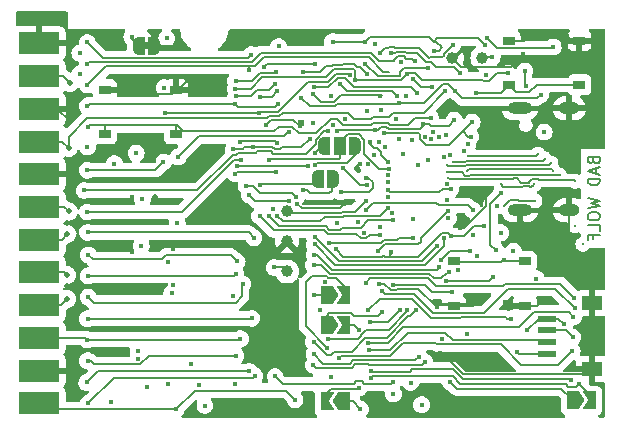
<source format=gbr>
%TF.GenerationSoftware,KiCad,Pcbnew,8.0.2*%
%TF.CreationDate,2024-12-18T21:07:28-06:00*%
%TF.ProjectId,Usb_Bridge,5573625f-4272-4696-9467-652e6b696361,rev?*%
%TF.SameCoordinates,Original*%
%TF.FileFunction,Copper,L4,Bot*%
%TF.FilePolarity,Positive*%
%FSLAX46Y46*%
G04 Gerber Fmt 4.6, Leading zero omitted, Abs format (unit mm)*
G04 Created by KiCad (PCBNEW 8.0.2) date 2024-12-18 21:07:28*
%MOMM*%
%LPD*%
G01*
G04 APERTURE LIST*
G04 Aperture macros list*
%AMFreePoly0*
4,1,19,0.000000,0.744911,0.071157,0.744911,0.207708,0.704816,0.327430,0.627875,0.420627,0.520320,0.479746,0.390866,0.500000,0.250000,0.500000,-0.250000,0.479746,-0.390866,0.420627,-0.520320,0.327430,-0.627875,0.207708,-0.704816,0.071157,-0.744911,0.000000,-0.744911,0.000000,-0.750000,-0.500000,-0.750000,-0.500000,0.750000,0.000000,0.750000,0.000000,0.744911,0.000000,0.744911,
$1*%
%AMFreePoly1*
4,1,19,0.500000,-0.750000,0.000000,-0.750000,0.000000,-0.744911,-0.071157,-0.744911,-0.207708,-0.704816,-0.327430,-0.627875,-0.420627,-0.520320,-0.479746,-0.390866,-0.500000,-0.250000,-0.500000,0.250000,-0.479746,0.390866,-0.420627,0.520320,-0.327430,0.627875,-0.207708,0.704816,-0.071157,0.744911,0.000000,0.744911,0.000000,0.750000,0.500000,0.750000,0.500000,-0.750000,0.500000,-0.750000,
$1*%
%AMFreePoly2*
4,1,6,1.000000,0.000000,0.500000,-0.750000,-0.500000,-0.750000,-0.500000,0.750000,0.500000,0.750000,1.000000,0.000000,1.000000,0.000000,$1*%
%AMFreePoly3*
4,1,6,0.500000,-0.750000,-0.650000,-0.750000,-0.150000,0.000000,-0.650000,0.750000,0.500000,0.750000,0.500000,-0.750000,0.500000,-0.750000,$1*%
%AMFreePoly4*
4,1,19,0.550000,-0.750000,0.000000,-0.750000,0.000000,-0.744911,-0.071157,-0.744911,-0.207708,-0.704816,-0.327430,-0.627875,-0.420627,-0.520320,-0.479746,-0.390866,-0.500000,-0.250000,-0.500000,0.250000,-0.479746,0.390866,-0.420627,0.520320,-0.327430,0.627875,-0.207708,0.704816,-0.071157,0.744911,0.000000,0.744911,0.000000,0.750000,0.550000,0.750000,0.550000,-0.750000,0.550000,-0.750000,
$1*%
%AMFreePoly5*
4,1,19,0.000000,0.744911,0.071157,0.744911,0.207708,0.704816,0.327430,0.627875,0.420627,0.520320,0.479746,0.390866,0.500000,0.250000,0.500000,-0.250000,0.479746,-0.390866,0.420627,-0.520320,0.327430,-0.627875,0.207708,-0.704816,0.071157,-0.744911,0.000000,-0.744911,0.000000,-0.750000,-0.550000,-0.750000,-0.550000,0.750000,0.000000,0.750000,0.000000,0.744911,0.000000,0.744911,
$1*%
G04 Aperture macros list end*
%ADD10C,0.200000*%
%TA.AperFunction,NonConductor*%
%ADD11C,0.200000*%
%TD*%
%TA.AperFunction,EtchedComponent*%
%ADD12C,0.000000*%
%TD*%
%TA.AperFunction,SMDPad,CuDef*%
%ADD13R,3.480000X1.846667*%
%TD*%
%TA.AperFunction,ComponentPad*%
%ADD14O,2.100000X1.000000*%
%TD*%
%TA.AperFunction,ComponentPad*%
%ADD15O,1.800000X1.000000*%
%TD*%
%TA.AperFunction,SMDPad,CuDef*%
%ADD16FreePoly0,0.000000*%
%TD*%
%TA.AperFunction,SMDPad,CuDef*%
%ADD17FreePoly1,0.000000*%
%TD*%
%TA.AperFunction,SMDPad,CuDef*%
%ADD18FreePoly2,180.000000*%
%TD*%
%TA.AperFunction,SMDPad,CuDef*%
%ADD19FreePoly3,180.000000*%
%TD*%
%TA.AperFunction,SMDPad,CuDef*%
%ADD20C,1.000000*%
%TD*%
%TA.AperFunction,SMDPad,CuDef*%
%ADD21R,1.000000X0.750000*%
%TD*%
%TA.AperFunction,SMDPad,CuDef*%
%ADD22R,1.800000X1.200000*%
%TD*%
%TA.AperFunction,SMDPad,CuDef*%
%ADD23R,1.550000X0.600000*%
%TD*%
%TA.AperFunction,SMDPad,CuDef*%
%ADD24FreePoly4,180.000000*%
%TD*%
%TA.AperFunction,SMDPad,CuDef*%
%ADD25R,1.000000X1.500000*%
%TD*%
%TA.AperFunction,SMDPad,CuDef*%
%ADD26FreePoly5,180.000000*%
%TD*%
%TA.AperFunction,SMDPad,CuDef*%
%ADD27FreePoly2,0.000000*%
%TD*%
%TA.AperFunction,SMDPad,CuDef*%
%ADD28FreePoly3,0.000000*%
%TD*%
%TA.AperFunction,ViaPad*%
%ADD29C,0.400000*%
%TD*%
%TA.AperFunction,ViaPad*%
%ADD30C,0.500000*%
%TD*%
%TA.AperFunction,ViaPad*%
%ADD31C,0.250000*%
%TD*%
%TA.AperFunction,Conductor*%
%ADD32C,0.200000*%
%TD*%
%TA.AperFunction,Conductor*%
%ADD33C,0.130000*%
%TD*%
G04 APERTURE END LIST*
D10*
D11*
X48943409Y5306667D02*
X48991028Y5163810D01*
X48991028Y5163810D02*
X49038647Y5116191D01*
X49038647Y5116191D02*
X49133885Y5068572D01*
X49133885Y5068572D02*
X49276742Y5068572D01*
X49276742Y5068572D02*
X49371980Y5116191D01*
X49371980Y5116191D02*
X49419600Y5163810D01*
X49419600Y5163810D02*
X49467219Y5259048D01*
X49467219Y5259048D02*
X49467219Y5640000D01*
X49467219Y5640000D02*
X48467219Y5640000D01*
X48467219Y5640000D02*
X48467219Y5306667D01*
X48467219Y5306667D02*
X48514838Y5211429D01*
X48514838Y5211429D02*
X48562457Y5163810D01*
X48562457Y5163810D02*
X48657695Y5116191D01*
X48657695Y5116191D02*
X48752933Y5116191D01*
X48752933Y5116191D02*
X48848171Y5163810D01*
X48848171Y5163810D02*
X48895790Y5211429D01*
X48895790Y5211429D02*
X48943409Y5306667D01*
X48943409Y5306667D02*
X48943409Y5640000D01*
X49181504Y4687619D02*
X49181504Y4211429D01*
X49467219Y4782857D02*
X48467219Y4449524D01*
X48467219Y4449524D02*
X49467219Y4116191D01*
X49467219Y3782857D02*
X48467219Y3782857D01*
X48467219Y3782857D02*
X48467219Y3544762D01*
X48467219Y3544762D02*
X48514838Y3401905D01*
X48514838Y3401905D02*
X48610076Y3306667D01*
X48610076Y3306667D02*
X48705314Y3259048D01*
X48705314Y3259048D02*
X48895790Y3211429D01*
X48895790Y3211429D02*
X49038647Y3211429D01*
X49038647Y3211429D02*
X49229123Y3259048D01*
X49229123Y3259048D02*
X49324361Y3306667D01*
X49324361Y3306667D02*
X49419600Y3401905D01*
X49419600Y3401905D02*
X49467219Y3544762D01*
X49467219Y3544762D02*
X49467219Y3782857D01*
X48467219Y2116190D02*
X49467219Y1878095D01*
X49467219Y1878095D02*
X48752933Y1687619D01*
X48752933Y1687619D02*
X49467219Y1497143D01*
X49467219Y1497143D02*
X48467219Y1259047D01*
X48467219Y687619D02*
X48467219Y497143D01*
X48467219Y497143D02*
X48514838Y401905D01*
X48514838Y401905D02*
X48610076Y306667D01*
X48610076Y306667D02*
X48800552Y259048D01*
X48800552Y259048D02*
X49133885Y259048D01*
X49133885Y259048D02*
X49324361Y306667D01*
X49324361Y306667D02*
X49419600Y401905D01*
X49419600Y401905D02*
X49467219Y497143D01*
X49467219Y497143D02*
X49467219Y687619D01*
X49467219Y687619D02*
X49419600Y782857D01*
X49419600Y782857D02*
X49324361Y878095D01*
X49324361Y878095D02*
X49133885Y925714D01*
X49133885Y925714D02*
X48800552Y925714D01*
X48800552Y925714D02*
X48610076Y878095D01*
X48610076Y878095D02*
X48514838Y782857D01*
X48514838Y782857D02*
X48467219Y687619D01*
X49467219Y-645714D02*
X49467219Y-169524D01*
X49467219Y-169524D02*
X48467219Y-169524D01*
X48943409Y-1312381D02*
X48943409Y-979048D01*
X49467219Y-979048D02*
X48467219Y-979048D01*
X48467219Y-979048D02*
X48467219Y-1455238D01*
D12*
%TA.AperFunction,EtchedComponent*%
%TO.C,J6*%
G36*
X11340000Y14730000D02*
G01*
X10840000Y14730000D01*
X10840000Y15330000D01*
X11340000Y15330000D01*
X11340000Y14730000D01*
G37*
%TD.AperFunction*%
%TD*%
D13*
%TO.P,J3,14,P14*%
%TO.N,GND*%
X2000000Y15235000D03*
%TO.P,J3,15,P15*%
%TO.N,CD*%
X2000000Y12465000D03*
%TO.P,J3,16,P16*%
%TO.N,GND*%
X2000000Y9695000D03*
%TO.P,J3,17,P17*%
%TO.N,ATN*%
X2000000Y6925000D03*
%TO.P,J3,18,P18*%
%TO.N,GND*%
X2000000Y4155000D03*
%TO.P,J3,19,P19*%
%TO.N,SEL*%
X2000000Y1385000D03*
%TO.P,J3,20,P20*%
%TO.N,DBP*%
X2000000Y-1385000D03*
%TO.P,J3,21,P21*%
%TO.N,DB1*%
X2000000Y-4155000D03*
%TO.P,J3,22,P22*%
%TO.N,DB2*%
X2000000Y-6925000D03*
%TO.P,J3,23,P23*%
%TO.N,DB4*%
X2000000Y-9695000D03*
%TO.P,J3,24,P24*%
%TO.N,GND*%
X2000000Y-12465000D03*
%TO.P,J3,25,P25*%
%TO.N,EXT_TERM_PWR*%
X2000000Y-15235000D03*
%TD*%
D14*
%TO.P,J12,S1,SHIELD*%
%TO.N,GND*%
X42700000Y1100000D03*
D15*
X46900000Y1100000D03*
D14*
X42700000Y9740000D03*
D15*
X46900000Y9740000D03*
%TD*%
D16*
%TO.P,J1,2,Pin_2*%
%TO.N,ACKDr*%
X26910000Y3750000D03*
D17*
%TO.P,J1,1,Pin_1*%
%TO.N,ACK*%
X25610000Y3750000D03*
%TD*%
D18*
%TO.P,JP6,1,A*%
%TO.N,+5V*%
X27795000Y-15080000D03*
D19*
%TO.P,JP6,2,B*%
%TO.N,Net-(D3-A)*%
X26345000Y-15080000D03*
%TD*%
D20*
%TO.P,TP2,1,1*%
%TO.N,GND*%
X23000000Y-1540000D03*
%TD*%
D21*
%TO.P,SW2,1,1*%
%TO.N,GND*%
X37150000Y-6965000D03*
X43150000Y-6965000D03*
%TO.P,SW2,2,2*%
%TO.N,Net-(R58-Pad2)*%
X37150000Y-3215000D03*
X43150000Y-3215000D03*
%TD*%
D20*
%TO.P,TP1,1,1*%
%TO.N,/Pico/SWCLK*%
X23000000Y1000000D03*
%TD*%
D22*
%TO.P,J4,S2,SHIELD*%
%TO.N,GND*%
X48845000Y-12365000D03*
%TO.P,J4,S1,SHIELD*%
X48845000Y-6765000D03*
D23*
%TO.P,J4,4,4*%
%TO.N,SCL*%
X44970000Y-11065000D03*
%TO.P,J4,3,3*%
%TO.N,SDA*%
X44970000Y-10065000D03*
%TO.P,J4,2,2*%
%TO.N,+3V3*%
X44970000Y-9065000D03*
%TO.P,J4,1,1*%
%TO.N,GND*%
X44970000Y-8065000D03*
%TD*%
D21*
%TO.P,SW3,1,1*%
%TO.N,GND*%
X47760000Y15475000D03*
X41760000Y15475000D03*
%TO.P,SW3,2,2*%
%TO.N,/Pico/RUN*%
X47760000Y11725000D03*
X41760000Y11725000D03*
%TD*%
D24*
%TO.P,J13,1,Pin_1*%
%TO.N,Net-(J13-Pin_1)*%
X28770000Y6520000D03*
D25*
%TO.P,J13,2,Pin_2*%
%TO.N,oCD_iSEL*%
X27470000Y6520000D03*
D26*
%TO.P,J13,3,Pin_3*%
%TO.N,Net-(J13-Pin_3)*%
X26170000Y6520000D03*
%TD*%
D27*
%TO.P,JP3,1,A*%
%TO.N,Net-(D8-K)*%
X26345000Y-8610000D03*
D28*
%TO.P,JP3,2,B*%
%TO.N,+5V*%
X27795000Y-8610000D03*
%TD*%
D20*
%TO.P,TP5,1,1*%
%TO.N,Net-(R27-Pad2)*%
X39540000Y14000000D03*
%TD*%
D21*
%TO.P,SW1,1,1*%
%TO.N,GND*%
X13580000Y11310000D03*
X7580000Y11310000D03*
%TO.P,SW1,2,2*%
%TO.N,RST*%
X13580000Y7560000D03*
X7580000Y7560000D03*
%TD*%
D27*
%TO.P,JP7,1,A*%
%TO.N,Net-(JP7-A)*%
X47215000Y-15000000D03*
D28*
%TO.P,JP7,2,B*%
%TO.N,SD_D1*%
X48665000Y-15000000D03*
%TD*%
D17*
%TO.P,J6,1,Pin_1*%
%TO.N,TRM_ON_J*%
X10440000Y15030000D03*
D16*
%TO.P,J6,2,Pin_2*%
%TO.N,GND*%
X11740000Y15030000D03*
%TD*%
D20*
%TO.P,TP3,1,1*%
%TO.N,/Pico/SWDIO*%
X23000000Y-4080000D03*
%TD*%
D27*
%TO.P,JP5,1,A*%
%TO.N,Net-(D9-K)*%
X26345000Y-6050000D03*
D28*
%TO.P,JP5,2,B*%
%TO.N,+5V*%
X27795000Y-6050000D03*
%TD*%
D20*
%TO.P,TP4,1,1*%
%TO.N,GND*%
X37000000Y14000000D03*
%TD*%
D29*
%TO.N,GND*%
X41490000Y-6670000D03*
X46460000Y-8550000D03*
X43330000Y-9030000D03*
X44480000Y-6660000D03*
X35930000Y-10940000D03*
%TO.N,SCL*%
X41930000Y-8080000D03*
X42450000Y-10860000D03*
%TO.N,GND*%
X25210000Y15380000D03*
X29200000Y4980000D03*
D30*
X4400000Y0D03*
D29*
X46722669Y15859104D03*
D30*
X4400000Y-5300000D03*
D29*
X23878407Y1636978D03*
X5190000Y-12520000D03*
X9900000Y2230000D03*
D30*
X4400000Y4100000D03*
D29*
X31550586Y3508285D03*
X13320000Y-5220000D03*
X10920000Y-5260000D03*
X35320000Y7690000D03*
X36545000Y1960000D03*
X19930000Y-15380000D03*
X45270000Y-2220000D03*
X42960000Y15530000D03*
X30410000Y15220000D03*
X32200000Y8820000D03*
X39270000Y-6410000D03*
X24060000Y8216844D03*
X35680000Y-7120000D03*
X15580000Y-13660000D03*
X26185986Y-4935282D03*
X13640000Y14980000D03*
X26740000Y-13030000D03*
X49130000Y13600000D03*
X4588561Y8651827D03*
X14720000Y12240000D03*
X13346172Y-2196399D03*
X26905998Y8359128D03*
X36545000Y3364772D03*
X11720000Y5240000D03*
X29830000Y-15120000D03*
X27840002Y1650000D03*
X43020000Y14320000D03*
X30986581Y9586563D03*
X21220000Y8340000D03*
D30*
X11779265Y2220735D03*
D29*
X18680000Y1170000D03*
X24440000Y16130000D03*
X5290000Y16130000D03*
X37660000Y-410000D03*
D30*
X4400000Y15200000D03*
D29*
X11710000Y10960000D03*
X15590000Y4940000D03*
X9860000Y-2470000D03*
X21772969Y1218175D03*
X39850000Y2761393D03*
X30824049Y-5132671D03*
%TO.N,+2V8*%
X23170000Y7740000D03*
X13234175Y-5911993D03*
X19530000Y3170000D03*
X14890000Y-11950000D03*
X13700000Y10000D03*
X10660000Y-1890000D03*
X29760000Y9470000D03*
X11140000Y-13870000D03*
X13780000Y5620000D03*
X32639651Y13633804D03*
X18620000Y-13630000D03*
X12820000Y15650000D03*
X8388409Y5040000D03*
X18450000Y-6160000D03*
X10760000Y2079998D03*
X25164986Y8471637D03*
X12910000Y-13580000D03*
X12950000Y-3270000D03*
X22290000Y14970000D03*
X12600000Y11470000D03*
X10390000Y-11460000D03*
X23780748Y2210495D03*
%TO.N,+5V*%
X31190000Y7620000D03*
X38670000Y8560000D03*
X34390000Y-15350000D03*
X38260000Y-9360000D03*
X29210000Y-15740000D03*
X39880000Y12570000D03*
X26387703Y-10519999D03*
X38562067Y7346815D03*
X29060000Y-9040000D03*
%TO.N,iATN*%
X37010000Y15110000D03*
X30904979Y14413116D03*
%TO.N,oIO*%
X21020000Y13270000D03*
X33627125Y400000D03*
X34040000Y11040000D03*
X25330000Y13520000D03*
X25310000Y11510000D03*
%TO.N,oREQ*%
X22140000Y11180000D03*
X21453111Y592525D03*
X20680000Y10730000D03*
X31932467Y243152D03*
%TO.N,oSEL*%
X30893794Y-973837D03*
X20100000Y6460000D03*
X20683909Y583909D03*
X29780000Y12680000D03*
X24913913Y7160000D03*
X18461207Y6296410D03*
X24347643Y12820390D03*
%TO.N,oBSY*%
X44479187Y10900000D03*
X39770000Y15060000D03*
X26850000Y15382500D03*
X43250000Y11630000D03*
X37199948Y11179948D03*
X32487499Y10145239D03*
X24210000Y10650000D03*
X19810000Y2400000D03*
X36666860Y418842D03*
X43140000Y12900000D03*
X35479883Y14590000D03*
X23206143Y1906633D03*
X29600000Y15382500D03*
%TO.N,SD_CLK*%
X47140000Y-10790000D03*
X27420000Y-11410000D03*
X30790913Y6894519D03*
%TO.N,oCD_iSEL*%
X30911413Y-335412D03*
X31623084Y4621464D03*
X21490018Y5360000D03*
D30*
%TO.N,ATN*%
X4500000Y6400000D03*
D29*
X36395698Y11206381D03*
X6100000Y6480000D03*
%TO.N,BSY*%
X5810000Y2780000D03*
X26490000Y7810000D03*
%TO.N,DBP*%
X20195313Y-1218106D03*
X6110000Y-770000D03*
D30*
X4400000Y-900000D03*
D29*
%TO.N,ACK*%
X28327331Y12568305D03*
X20650000Y9360000D03*
X12530000Y5170000D03*
X12660000Y9360000D03*
X20670000Y3260000D03*
X6100000Y4490000D03*
%TO.N,RST*%
X6110000Y8150000D03*
X35146901Y8922131D03*
%TO.N,MSG*%
X6090000Y13520000D03*
X33821788Y13710753D03*
%TO.N,SEL*%
X19011207Y6860000D03*
D30*
X4500000Y1000000D03*
D29*
X22175000Y6810000D03*
X19110000Y5396410D03*
X6100000Y950000D03*
%TO.N,CD*%
X19770000Y12980000D03*
X18608611Y4216719D03*
D30*
X4599994Y11900000D03*
D29*
X22078325Y4380000D03*
X6090000Y11700000D03*
%TO.N,REQ*%
X22049890Y12850000D03*
X6090000Y15310000D03*
X18650000Y12020000D03*
X19977953Y14267432D03*
%TO.N,IO*%
X18580000Y10110000D03*
X6090000Y9910000D03*
X22240000Y10110000D03*
%TO.N,DB7*%
X6175000Y-15240000D03*
X20280000Y-12950000D03*
%TO.N,DB6*%
X19810000Y-12540000D03*
X6100000Y-13410000D03*
%TO.N,DB5*%
X18680000Y-11200000D03*
X6120000Y-11640000D03*
%TO.N,DB4*%
X6080000Y-9850000D03*
X19050000Y-9770000D03*
%TO.N,DB3*%
X20000000Y-8050000D03*
X6110000Y-8070000D03*
%TO.N,DB2*%
X19230000Y-5140000D03*
D30*
X4400000Y-6400000D03*
D29*
X6160000Y-6250000D03*
%TO.N,DB1*%
X18650000Y-4300000D03*
X6160000Y-4450000D03*
D30*
X4400000Y-4400000D03*
D29*
%TO.N,DB0*%
X18770000Y-3230000D03*
X6175000Y-2680000D03*
%TO.N,+3V3*%
X42170000Y-2360000D03*
X36883933Y2931612D03*
X36830000Y5780000D03*
X33457308Y-13478472D03*
X27221510Y10000D03*
X31813157Y-2460013D03*
X36116091Y-9780000D03*
X30448575Y7880000D03*
X36866067Y-1039979D03*
X32000000Y-14430000D03*
X39700000Y-225422D03*
X27220000Y7790000D03*
X41080000Y-790000D03*
X34546414Y8429152D03*
X47170000Y-9650000D03*
X31507200Y2859732D03*
X37160000Y8720000D03*
D31*
X47420000Y-190000D03*
X48060000Y-1760000D03*
D29*
X27120000Y-2180000D03*
%TO.N,Net-(D3-A)*%
X29090000Y-13940000D03*
%TO.N,oMSG_iBSY*%
X33037499Y10817499D03*
X31917021Y892971D03*
%TO.N,SD_CMD_MOSI*%
X31282726Y6501973D03*
X29850000Y-10150000D03*
X47250000Y-7930000D03*
%TO.N,SD_D0_MISO*%
X30331216Y5825784D03*
X30084127Y-12478474D03*
X47040000Y-13270000D03*
%TO.N,DBPTr*%
X32010000Y-13400000D03*
X32460000Y7160000D03*
X21985000Y-12965000D03*
%TO.N,SD_D1*%
X31537878Y5164825D03*
X30100000Y-13070000D03*
X29981866Y6913013D03*
X47690000Y-13600000D03*
%TO.N,SD_D2*%
X47330000Y-6340000D03*
X29820710Y4980710D03*
X29670000Y-5012582D03*
%TO.N,SD_D3_CS*%
X31582757Y4072942D03*
X31014478Y-5754153D03*
X47350000Y-7210000D03*
%TO.N,iRST*%
X35289490Y11534771D03*
X33646798Y12189305D03*
%TO.N,/Pico/ADC_AVDD*%
X38470000Y-2330000D03*
X36030000Y-3090000D03*
%TO.N,iACK*%
X27500000Y11770000D03*
X32302932Y10768487D03*
%TO.N,+1V1*%
X38289998Y6680000D03*
X31507844Y2190983D03*
X40765945Y1481637D03*
%TO.N,SCL*%
X29480000Y-780000D03*
X29860000Y-7380000D03*
%TO.N,TRM_ON_J*%
X5460449Y12678824D03*
X10220000Y5930000D03*
X9860000Y15815000D03*
X10390000Y-10790000D03*
X5460449Y14400000D03*
X8070000Y-15170000D03*
%TO.N,iBSY*%
X25236601Y10934419D03*
X30844128Y10748110D03*
%TO.N,iCD*%
X24740000Y4840000D03*
X18769832Y4846410D03*
%TO.N,iMSG*%
X34900000Y13190000D03*
X29640000Y13530000D03*
%TO.N,iIO*%
X21980000Y11760000D03*
X18670000Y10810000D03*
%TO.N,oACK*%
X27922100Y8825505D03*
X33685858Y-1280000D03*
X26563686Y-1663818D03*
%TO.N,SDA*%
X29037984Y90000D03*
X29980000Y-10720000D03*
%TO.N,VBUS*%
X44100000Y-4700000D03*
X31954747Y-5190000D03*
X36996364Y-5826631D03*
X41138083Y2594794D03*
X37470000Y-3970002D03*
X40690000Y-2280000D03*
X44770000Y7720000D03*
%TO.N,!oBSY*%
X28789665Y12111412D03*
X33156163Y12615662D03*
X41683429Y12700000D03*
X18610000Y11380000D03*
%TO.N,ACKDr*%
X24313725Y2805120D03*
X26716091Y10806091D03*
%TO.N,/Pico/XIN*%
X29723522Y3864781D03*
X27545000Y2655618D03*
D31*
%TO.N,/Pico/USB_D-*%
X41350000Y1460000D03*
X43990000Y1920000D03*
%TO.N,/Pico/USB_D+*%
X41090000Y3330000D03*
X43930000Y3300000D03*
D29*
%TO.N,/Pico/SWDIO*%
X22175271Y648183D03*
X21900000Y-3740000D03*
X31531210Y1284954D03*
%TO.N,/Pico/SWCLK*%
X29670000Y1880000D03*
%TO.N,/Pico/RUN*%
X29699498Y1131680D03*
X39030000Y11069653D03*
X38720000Y1140000D03*
X38780000Y-980000D03*
%TO.N,/Pico/XOUT*%
X29750000Y3230000D03*
X27764670Y4655375D03*
%TO.N,/Pico/GPIO24*%
X36645004Y1060000D03*
X30743457Y-2329396D03*
D31*
%TO.N,/Pico/QSPI_SS*%
X38325000Y5700000D03*
X44240000Y5830000D03*
D29*
%TO.N,/Pico/GPIO08*%
X32781634Y5853644D03*
X32543352Y-7359998D03*
X29985549Y-8370000D03*
%TO.N,/Pico/GPIO07*%
X26430000Y-9760000D03*
X33191518Y-7321182D03*
X33608728Y7070000D03*
%TO.N,/Pico/GPIO06*%
X34086886Y4950001D03*
X25245385Y-10014077D03*
X33930000Y-7370000D03*
%TO.N,/Pico/GPIO05*%
X34160998Y-11284816D03*
X34708728Y7307215D03*
X25279345Y-11077431D03*
%TO.N,/Pico/GPIO28*%
X37663840Y12712850D03*
X39120000Y-2803360D03*
X31842761Y14392550D03*
%TO.N,/Pico/GPIO04*%
X34940000Y5373149D03*
X25227649Y-11998432D03*
X34648924Y-11711106D03*
%TO.N,/Pico/GPIO03*%
X35661801Y-1938199D03*
X25340000Y-1150000D03*
X35221565Y7108470D03*
%TO.N,/Pico/GPIO02*%
X36290000Y5652022D03*
X25339892Y-1793029D03*
X36290000Y-1250000D03*
%TO.N,/Pico/GPIO01*%
X35879857Y-3695508D03*
X35827692Y7343234D03*
X25322637Y-2681205D03*
%TO.N,/Pico/GPIO00*%
X36461442Y7487679D03*
X25247288Y-3529121D03*
X36704377Y-4099228D03*
X37977617Y6158206D03*
D31*
%TO.N,/Pico/QSPI_SCLK*%
X36560000Y4360000D03*
X46070000Y4090000D03*
%TO.N,/Pico/QSPI_SD0*%
X38250785Y4400011D03*
X45540000Y4470000D03*
%TO.N,/Pico/QSPI_SD1*%
X37050000Y5200000D03*
X44810000Y5470000D03*
D29*
%TO.N,Net-(R24-Pad1)*%
X45537499Y14925596D03*
X39940000Y15680000D03*
D31*
%TO.N,/Pico/QSPI_SD2*%
X36550000Y4930000D03*
X45340000Y5090000D03*
D29*
%TO.N,Net-(J13-Pin_1)*%
X25370000Y4970000D03*
%TO.N,Net-(J13-Pin_3)*%
X25330000Y5980000D03*
D31*
%TO.N,/Pico/QSPI_SD3*%
X47380000Y3570000D03*
X36665000Y3875876D03*
D29*
%TO.N,Net-(R58-Pad2)*%
X41360000Y-3090000D03*
%TO.N,Net-(D8-K)*%
X31080000Y-7517158D03*
%TO.N,Net-(D9-K)*%
X25310000Y-6090000D03*
%TO.N,EXT_TERM_PWR*%
X23680000Y-14940000D03*
X13620577Y-15709248D03*
%TO.N,Net-(D9-A)*%
X25810000Y-7370000D03*
X16050000Y-15430000D03*
%TO.N,Net-(JP7-A)*%
X40430000Y-4560000D03*
X36469778Y-4852987D03*
X36800000Y-13420000D03*
%TO.N,Net-(R27-Pad2)*%
X40370000Y14080000D03*
%TD*%
D32*
%TO.N,SD_D1*%
X46812182Y-13820000D02*
X46592182Y-13600000D01*
X46592182Y-13600000D02*
X37667818Y-13600000D01*
X47470000Y-13820000D02*
X46812182Y-13820000D01*
X47690000Y-13600000D02*
X47470000Y-13820000D01*
X30226602Y-12943398D02*
X30100000Y-13070000D01*
%TO.N,SD_D0_MISO*%
X37895000Y-13215000D02*
X46985000Y-13215000D01*
%TO.N,SD_D1*%
X37011216Y-12943398D02*
X30226602Y-12943398D01*
%TO.N,SD_D0_MISO*%
X46985000Y-13215000D02*
X47040000Y-13270000D01*
X37020000Y-12340000D02*
X37895000Y-13215000D01*
X33622182Y-12340000D02*
X37020000Y-12340000D01*
%TO.N,SD_D1*%
X37667818Y-13600000D02*
X37011216Y-12943398D01*
%TO.N,SD_D0_MISO*%
X33383710Y-12578472D02*
X33622182Y-12340000D01*
%TO.N,GND*%
X48490000Y-12720000D02*
X37894974Y-12720000D01*
%TO.N,SD_D0_MISO*%
X30084127Y-12478474D02*
X30184125Y-12578472D01*
X30184125Y-12578472D02*
X33383710Y-12578472D01*
%TO.N,GND*%
X48845000Y-12365000D02*
X48490000Y-12720000D01*
X37894974Y-12720000D02*
X36114974Y-10940000D01*
X36114974Y-10940000D02*
X35930000Y-10940000D01*
%TO.N,Net-(JP7-A)*%
X47215000Y-15000000D02*
X46205000Y-13990000D01*
X46205000Y-13990000D02*
X37370000Y-13990000D01*
X37370000Y-13990000D02*
X36800000Y-13420000D01*
%TO.N,SD_CLK*%
X30005022Y-11239996D02*
X29955086Y-11239996D01*
X42835000Y-12015000D02*
X41080000Y-10260000D01*
X27590000Y-11240000D02*
X27420000Y-11410000D01*
X31724975Y-11240000D02*
X30005025Y-11240000D01*
X29955086Y-11239996D02*
X29955082Y-11240000D01*
X29955082Y-11240000D02*
X27590000Y-11240000D01*
X35563273Y-10130000D02*
X32834975Y-10130000D01*
X35693273Y-10260000D02*
X35563273Y-10130000D01*
X41080000Y-10260000D02*
X35693273Y-10260000D01*
X32834975Y-10130000D02*
X31724975Y-11240000D01*
X45915000Y-12015000D02*
X42835000Y-12015000D01*
X47140000Y-10790000D02*
X45915000Y-12015000D01*
X30005025Y-11240000D02*
X30005022Y-11239996D01*
%TO.N,GND*%
X43150000Y-6965000D02*
X41785000Y-6965000D01*
X41785000Y-6965000D02*
X41490000Y-6670000D01*
X44970000Y-8065000D02*
X45975000Y-8065000D01*
X45975000Y-8065000D02*
X46460000Y-8550000D01*
X44970000Y-8065000D02*
X44295000Y-8065000D01*
X44295000Y-8065000D02*
X43330000Y-9030000D01*
X43150000Y-6965000D02*
X44175000Y-6965000D01*
X44175000Y-6965000D02*
X44480000Y-6660000D01*
%TO.N,SDA*%
X37023909Y-9910000D02*
X36383909Y-9270000D01*
%TO.N,SD_CMD_MOSI*%
X46835000Y-7515000D02*
X43945000Y-7515000D01*
%TO.N,SDA*%
X44815000Y-9910000D02*
X37023909Y-9910000D01*
X44970000Y-10065000D02*
X44815000Y-9910000D01*
%TO.N,SD_CMD_MOSI*%
X31515025Y-10150000D02*
X29850000Y-10150000D01*
X47250000Y-7930000D02*
X46835000Y-7515000D01*
%TO.N,SDA*%
X31750000Y-10720000D02*
X29980000Y-10720000D01*
X36383909Y-9270000D02*
X33200000Y-9270000D01*
X33200000Y-9270000D02*
X31750000Y-10720000D01*
%TO.N,SD_CMD_MOSI*%
X32855025Y-8810000D02*
X31515025Y-10150000D01*
X43945000Y-7515000D02*
X42650000Y-8810000D01*
X42650000Y-8810000D02*
X32855025Y-8810000D01*
%TO.N,SCL*%
X41525000Y-7965000D02*
X38190000Y-7965000D01*
X41640000Y-8080000D02*
X41525000Y-7965000D01*
X37692207Y-7965000D02*
X38190000Y-7965000D01*
X38190000Y-7965000D02*
X38777792Y-7965000D01*
X41930000Y-8080000D02*
X41640000Y-8080000D01*
%TO.N,+3V3*%
X44970000Y-9065000D02*
X46585000Y-9065000D01*
X46585000Y-9065000D02*
X47170000Y-9650000D01*
%TO.N,SD_D3_CS*%
X47350000Y-7210000D02*
X45680000Y-5540000D01*
X31270325Y-6010000D02*
X31014478Y-5754153D01*
X45680000Y-5540000D02*
X41720000Y-5540000D01*
X41720000Y-5540000D02*
X39645000Y-7615000D01*
X35366930Y-7615000D02*
X33761930Y-6010000D01*
X33761930Y-6010000D02*
X31270325Y-6010000D01*
X39645000Y-7615000D02*
X35366930Y-7615000D01*
%TO.N,SD_D2*%
X29670000Y-5012582D02*
X30042582Y-4640000D01*
X34925026Y-4640000D02*
X35595026Y-5310000D01*
X35595026Y-5310000D02*
X41255026Y-5310000D01*
X41415026Y-5150000D02*
X46140000Y-5150000D01*
X41255026Y-5310000D02*
X41415026Y-5150000D01*
X30042582Y-4640000D02*
X34925026Y-4640000D01*
X46140000Y-5150000D02*
X47330000Y-6340000D01*
%TO.N,GND*%
X13790000Y11310000D02*
X14720000Y12240000D01*
X46900000Y-590000D02*
X46900000Y1100000D01*
X37590000Y-6965000D02*
X38715000Y-6965000D01*
X45270000Y-2220000D02*
X46900000Y-590000D01*
X41760000Y15475000D02*
X42905000Y15475000D01*
X37957818Y-410000D02*
X37660000Y-410000D01*
X38715000Y-6965000D02*
X39270000Y-6410000D01*
D33*
X11740000Y15030000D02*
X13590000Y15030000D01*
D32*
X42905000Y15475000D02*
X42960000Y15530000D01*
X21610000Y8730000D02*
X23546844Y8730000D01*
X31764451Y-5660000D02*
X31237122Y-5132671D01*
X41950000Y13250000D02*
X43020000Y14320000D01*
D33*
X13590000Y15030000D02*
X13640000Y14980000D01*
D32*
X3545388Y9695000D02*
X4588561Y8651827D01*
X35680000Y-7120000D02*
X34100012Y-5540012D01*
X13230000Y10960000D02*
X11710000Y10960000D01*
X23546844Y8730000D02*
X24060000Y8216844D01*
X47106773Y15475000D02*
X46722669Y15859104D01*
X45270000Y-2220000D02*
X42700000Y350000D01*
X21220000Y8340000D02*
X21610000Y8730000D01*
X32262565Y-5660000D02*
X31764451Y-5660000D01*
X31237122Y-5132671D02*
X30824049Y-5132671D01*
X2000000Y-12465000D02*
X5135000Y-12465000D01*
X27840002Y1650000D02*
X27455002Y1265000D01*
X27455002Y1265000D02*
X24250385Y1265000D01*
X39850000Y2761393D02*
X39850000Y1482182D01*
X37750000Y13250000D02*
X41950000Y13250000D01*
X32382553Y-5540012D02*
X32262565Y-5660000D01*
X34100012Y-5540012D02*
X32382553Y-5540012D01*
X47760000Y15475000D02*
X47106773Y15475000D01*
X13580000Y11310000D02*
X13230000Y10960000D01*
X42700000Y350000D02*
X42700000Y1100000D01*
X39850000Y1482182D02*
X37957818Y-410000D01*
X5135000Y-12465000D02*
X5190000Y-12520000D01*
X24250385Y1265000D02*
X23878407Y1636978D01*
X37000000Y14000000D02*
X37750000Y13250000D01*
%TO.N,+2V8*%
X23110000Y7740000D02*
X23170000Y7740000D01*
X15520000Y7360000D02*
X22730000Y7360000D01*
X19530000Y3170000D02*
X20123603Y3170000D01*
X13780000Y5620000D02*
X15520000Y7360000D01*
X23411243Y2580000D02*
X23780748Y2210495D01*
X22730000Y7360000D02*
X23110000Y7740000D01*
X20123603Y3170000D02*
X20713603Y2580000D01*
X20713603Y2580000D02*
X23411243Y2580000D01*
%TO.N,+5V*%
X25114718Y-4485282D02*
X24600000Y-5000000D01*
X34258728Y7120818D02*
X34739546Y6640000D01*
X28630000Y-8610000D02*
X29060000Y-9040000D01*
X36750000Y6640000D02*
X37905000Y7795000D01*
X37905000Y7795000D02*
X38670000Y8560000D01*
X37905000Y7795000D02*
X38353185Y7346815D01*
X38353185Y7346815D02*
X38562067Y7346815D01*
X34258728Y7493612D02*
X34258728Y7120818D01*
X27120000Y-4620000D02*
X26510000Y-4620000D01*
X34258728Y7493612D02*
X34142340Y7610000D01*
X27795000Y-6050000D02*
X27795000Y-5295000D01*
X26387704Y-10520000D02*
X26387705Y-10520000D01*
X31200000Y7610000D02*
X31190000Y7620000D01*
X24600000Y-5000000D02*
X24600000Y-8732296D01*
X34739546Y6640000D02*
X36750000Y6640000D01*
X27795000Y-15080000D02*
X28550000Y-15080000D01*
X26375282Y-4485282D02*
X25114718Y-4485282D01*
X26510000Y-4620000D02*
X26375282Y-4485282D01*
X24600000Y-8732296D02*
X26387704Y-10520000D01*
X27795000Y-8610000D02*
X28630000Y-8610000D01*
X34142340Y7610000D02*
X31200000Y7610000D01*
X28550000Y-15080000D02*
X29210000Y-15740000D01*
X27795000Y-5295000D02*
X27120000Y-4620000D01*
%TO.N,iATN*%
X36250000Y14180000D02*
X36250000Y14310661D01*
X30904979Y14413116D02*
X31331863Y14840000D01*
X36250000Y14310661D02*
X37010000Y15070661D01*
X31614943Y14942550D02*
X32070579Y14942550D01*
X32129325Y14883804D02*
X33157419Y14883804D01*
X37010000Y15070661D02*
X37010000Y15110000D01*
X33157419Y14883804D02*
X33201223Y14840000D01*
X34190000Y14840000D02*
X35030000Y14000000D01*
X31512393Y14840000D02*
X31614943Y14942550D01*
X35070000Y14040000D02*
X36110000Y14040000D01*
X33201223Y14840000D02*
X34190000Y14840000D01*
X32070579Y14942550D02*
X32129325Y14883804D01*
X35030000Y14000000D02*
X35070000Y14040000D01*
X36110000Y14040000D02*
X36250000Y14180000D01*
X31331863Y14840000D02*
X31512393Y14840000D01*
%TO.N,oIO*%
X27887818Y12330000D02*
X27282182Y12330000D01*
X21270000Y13520000D02*
X21020000Y13270000D01*
X26462182Y11510000D02*
X25310000Y11510000D01*
X33518588Y11561412D02*
X28656406Y11561412D01*
X27282182Y12330000D02*
X26462182Y11510000D01*
X28656406Y11561412D02*
X27887818Y12330000D01*
X25330000Y13520000D02*
X21270000Y13520000D01*
X34040000Y11040000D02*
X33518588Y11561412D01*
%TO.N,oREQ*%
X26592182Y-540000D02*
X26302182Y-250000D01*
X29280000Y-360000D02*
X27629328Y-360000D01*
X27629328Y-360000D02*
X27449328Y-540000D01*
X29883152Y243152D02*
X29280000Y-360000D01*
X20680000Y10730000D02*
X21690000Y10730000D01*
X27449328Y-540000D02*
X26592182Y-540000D01*
X21690000Y10730000D02*
X22140000Y11180000D01*
X31932467Y243152D02*
X29883152Y243152D01*
X26302182Y-250000D02*
X22295636Y-250000D01*
X22295636Y-250000D02*
X21453111Y592525D01*
%TO.N,oSEL*%
X22602818Y6460000D02*
X22402818Y6260000D01*
X21947182Y6260000D02*
X21747182Y6460000D01*
X27592853Y13380004D02*
X27643270Y13380003D01*
X27936021Y13449788D02*
X27954538Y13468305D01*
X27954538Y13468305D02*
X28700124Y13468305D01*
X24913913Y7160000D02*
X24213913Y6460000D01*
X27713055Y13449788D02*
X27936021Y13449788D01*
X21867818Y-600000D02*
X20683909Y583909D01*
X27592847Y13380000D02*
X27592849Y13380002D01*
X24347643Y12820390D02*
X25797647Y12820390D01*
X22402818Y6260000D02*
X21947182Y6260000D01*
X26816185Y13348928D02*
X26847257Y13380000D01*
X26447207Y-890000D02*
X26157207Y-600000D01*
X26847257Y13380000D02*
X27592847Y13380000D01*
X25797647Y12820390D02*
X26326185Y13348928D01*
X27643270Y13380003D02*
X27713055Y13449788D01*
X26157207Y-600000D02*
X21867818Y-600000D01*
X28898428Y13270000D02*
X29190000Y13270000D01*
X21747182Y6460000D02*
X19389025Y6460000D01*
X18474797Y6310000D02*
X18461207Y6296410D01*
X24213913Y6460000D02*
X22602818Y6460000D01*
X30003981Y-973837D02*
X29697818Y-1280000D01*
X29242182Y-1280000D02*
X28852182Y-890000D01*
X29190000Y13270000D02*
X29780000Y12680000D01*
X28852182Y-890000D02*
X26447207Y-890000D01*
X29697818Y-1280000D02*
X29242182Y-1280000D01*
X27592851Y13380002D02*
X27592853Y13380004D01*
X28700124Y13468305D02*
X28898428Y13270000D01*
X19389025Y6460000D02*
X19239025Y6310000D01*
X30893794Y-973837D02*
X30003981Y-973837D01*
X26326185Y13348928D02*
X26816185Y13348928D01*
X27592849Y13380002D02*
X27592851Y13380002D01*
X19239025Y6310000D02*
X18474797Y6310000D01*
%TO.N,oBSY*%
X43140000Y11740000D02*
X43250000Y11630000D01*
X37199948Y11179948D02*
X36623516Y11756381D01*
X44149187Y10570000D02*
X37809896Y10570000D01*
X36140000Y14890000D02*
X35840000Y14590000D01*
X34607421Y10145239D02*
X32487499Y10145239D01*
X29600000Y15382500D02*
X29987500Y15770000D01*
X19810000Y2400000D02*
X20303367Y1906633D01*
X35647500Y15382500D02*
X36140000Y14890000D01*
X20303367Y1906633D02*
X23206143Y1906633D01*
X44479187Y10900000D02*
X44149187Y10570000D01*
X36623516Y11756381D02*
X36218563Y11756381D01*
X43140000Y12900000D02*
X43140000Y11740000D01*
X35840000Y14590000D02*
X35479883Y14590000D01*
X35032500Y15770000D02*
X35420000Y15382500D01*
X37809896Y10570000D02*
X37199948Y11179948D01*
X24210000Y10650000D02*
X24953909Y9906091D01*
X27254437Y10071644D02*
X32413904Y10071644D01*
X27088884Y9906091D02*
X27254437Y10071644D01*
X32413904Y10071644D02*
X32487499Y10145239D01*
X35420000Y15382500D02*
X35697500Y15660000D01*
X29987500Y15770000D02*
X35032500Y15770000D01*
X35420000Y15382500D02*
X35647500Y15382500D01*
X36218563Y11756381D02*
X34607421Y10145239D01*
X39170000Y15660000D02*
X39770000Y15060000D01*
X24953909Y9906091D02*
X27088884Y9906091D01*
X26850000Y15382500D02*
X29600000Y15382500D01*
X35697500Y15660000D02*
X39170000Y15660000D01*
%TO.N,oCD_iSEL*%
X27470000Y6520000D02*
X27470000Y5570000D01*
X31623084Y4621464D02*
X30816354Y4621464D01*
X29530091Y5907727D02*
X29530091Y7083076D01*
X27470000Y5570000D02*
X27380000Y5480000D01*
X30816354Y4621464D02*
X29530091Y5907727D01*
X28119374Y7530000D02*
X27470000Y6880626D01*
X21610018Y5480000D02*
X21490018Y5360000D01*
X27380000Y5480000D02*
X21610018Y5480000D01*
X29083167Y7530000D02*
X28119374Y7530000D01*
X29530091Y7083076D02*
X29083167Y7530000D01*
%TO.N,ATN*%
X30083199Y8844120D02*
X30279102Y9040023D01*
X34559317Y9370000D02*
X36395698Y11206381D01*
X21290000Y8904975D02*
X21465025Y9080000D01*
X22345025Y9080000D02*
X22640530Y9375505D01*
X28146007Y9375505D02*
X28677392Y8844120D01*
X28677392Y8844120D02*
X30083199Y8844120D01*
X3975000Y6925000D02*
X4500000Y6400000D01*
X22640530Y9375505D02*
X28146007Y9375505D01*
X31642205Y9040023D02*
X31972182Y9370000D01*
X4500000Y7317818D02*
X6087157Y8904975D01*
X6087157Y8904975D02*
X21290000Y8904975D01*
X30279102Y9040023D02*
X31642205Y9040023D01*
X31972182Y9370000D02*
X34559317Y9370000D01*
X4500000Y6400000D02*
X4500000Y7317818D01*
X21465025Y9080000D02*
X22345025Y9080000D01*
X2000000Y6925000D02*
X3975000Y6925000D01*
%TO.N,BSY*%
X24590000Y5910000D02*
X25409909Y6729909D01*
X20497818Y6110000D02*
X21602208Y6110000D01*
X25409909Y6729909D02*
X25409909Y7083076D01*
X25409909Y7083076D02*
X26136833Y7810000D01*
X21602208Y6110000D02*
X21802207Y5910000D01*
X21802207Y5910000D02*
X24590000Y5910000D01*
X26136833Y7810000D02*
X26490000Y7810000D01*
X5810000Y2780000D02*
X15417207Y2780000D01*
X18421585Y5784378D02*
X18720150Y5784378D01*
X15417207Y2780000D02*
X18421585Y5784378D01*
X18882182Y5946410D02*
X20334228Y5946410D01*
X18720150Y5784378D02*
X18882182Y5946410D01*
X20334228Y5946410D02*
X20497818Y6110000D01*
%TO.N,DBP*%
X6110000Y-770000D02*
X19747207Y-770000D01*
X3915000Y-1385000D02*
X4400000Y-900000D01*
X2000000Y-1385000D02*
X3915000Y-1385000D01*
X19747207Y-770000D02*
X20195313Y-1218106D01*
%TO.N,ACK*%
X28215636Y12680000D02*
X28327331Y12568305D01*
X20650000Y9360000D02*
X20720000Y9430000D01*
X20760000Y3350000D02*
X20670000Y3260000D01*
X25610000Y3750000D02*
X25210000Y3350000D01*
X27137207Y12680000D02*
X28215636Y12680000D01*
X25210000Y3350000D02*
X20760000Y3350000D01*
X12660000Y9360000D02*
X20650000Y9360000D01*
X22196397Y9430000D02*
X24767895Y12001498D01*
X20720000Y9430000D02*
X22196397Y9430000D01*
X24767895Y12001498D02*
X26458705Y12001498D01*
X12530000Y5170000D02*
X11850000Y4490000D01*
X26458705Y12001498D02*
X27137207Y12680000D01*
X11850000Y4490000D02*
X6100000Y4490000D01*
%TO.N,RST*%
X30291895Y8520000D02*
X31562793Y8520000D01*
X7570000Y8290000D02*
X13680000Y8290000D01*
X31562793Y8520000D02*
X31722793Y8360000D01*
X30101895Y8330000D02*
X30291895Y8520000D01*
X33792182Y8922131D02*
X35146901Y8922131D01*
X13580000Y7560000D02*
X13580000Y8190000D01*
X13680000Y8290000D02*
X14170000Y7800000D01*
X21914974Y7800000D02*
X22304974Y8190000D01*
X24017818Y7610000D02*
X25441858Y7610000D01*
X33230051Y8360000D02*
X33792182Y8922131D01*
X7580000Y7560000D02*
X7580000Y8280000D01*
X14170000Y7800000D02*
X21914974Y7800000D01*
X31722793Y8360000D02*
X33230051Y8360000D01*
X6110000Y8150000D02*
X6250000Y8290000D01*
X26696858Y8865000D02*
X27232818Y8865000D01*
X22304974Y8190000D02*
X23437818Y8190000D01*
X25441858Y7610000D02*
X26696858Y8865000D01*
X7580000Y8280000D02*
X7570000Y8290000D01*
X23437818Y8190000D02*
X24017818Y7610000D01*
X27767818Y8330000D02*
X30101895Y8330000D01*
X13580000Y8190000D02*
X13680000Y8290000D01*
X6250000Y8290000D02*
X7570000Y8290000D01*
X27232818Y8865000D02*
X27767818Y8330000D01*
%TO.N,MSG*%
X20800000Y14420000D02*
X30120277Y14420000D01*
X6090000Y13520000D02*
X6200000Y13630000D01*
X32089651Y13861622D02*
X32411833Y14183804D01*
X33592541Y13940000D02*
X33821788Y13710753D01*
X32867469Y14183804D02*
X33111273Y13940000D01*
X30120277Y14420000D02*
X30800277Y13740000D01*
X6200000Y13630000D02*
X20010000Y13630000D01*
X33111273Y13940000D02*
X33592541Y13940000D01*
X32411833Y14183804D02*
X32867469Y14183804D01*
X20010000Y13630000D02*
X20800000Y14420000D01*
X32089651Y13740000D02*
X32089651Y13861622D01*
X30800277Y13740000D02*
X32089651Y13740000D01*
%TO.N,SEL*%
X18528592Y5396410D02*
X14082182Y950000D01*
X14082182Y950000D02*
X6100000Y950000D01*
X2000000Y1385000D02*
X4115000Y1385000D01*
X21975000Y7010000D02*
X22175000Y6810000D01*
X19110000Y5396410D02*
X18528592Y5396410D01*
X19161207Y7010000D02*
X21975000Y7010000D01*
X4115000Y1385000D02*
X4500000Y1000000D01*
X19011207Y6860000D02*
X19161207Y7010000D01*
%TO.N,CD*%
X6090000Y11700000D02*
X7670000Y13280000D01*
X18774239Y4382347D02*
X18608611Y4216719D01*
X21050000Y14070000D02*
X29897478Y14070000D01*
X29897478Y14070000D02*
X31137478Y12830000D01*
X7670000Y13280000D02*
X19770000Y13280000D01*
X2000000Y12465000D02*
X4034994Y12465000D01*
X4034994Y12465000D02*
X4599994Y11900000D01*
X22075978Y4382347D02*
X18774239Y4382347D01*
X31137478Y12830000D02*
X31640000Y12830000D01*
X19770000Y12980000D02*
X19770000Y13280000D01*
X20260000Y13280000D02*
X21050000Y14070000D01*
X19770000Y13280000D02*
X20260000Y13280000D01*
X22078325Y4380000D02*
X22075978Y4382347D01*
%TO.N,REQ*%
X18650000Y12020000D02*
X20010000Y12020000D01*
X20710000Y12720000D02*
X21919890Y12720000D01*
X19690521Y13980000D02*
X19977953Y14267432D01*
X6090000Y15310000D02*
X7420000Y13980000D01*
X21919890Y12720000D02*
X22049890Y12850000D01*
X20010000Y12020000D02*
X20710000Y12720000D01*
X7420000Y13980000D02*
X19690521Y13980000D01*
%TO.N,IO*%
X18580000Y10110000D02*
X18880000Y9810000D01*
X18880000Y9810000D02*
X21940000Y9810000D01*
X6290000Y10110000D02*
X6090000Y9910000D01*
X18580000Y10110000D02*
X6290000Y10110000D01*
X21940000Y9810000D02*
X22240000Y10110000D01*
%TO.N,DB7*%
X8325000Y-13090000D02*
X20140000Y-13090000D01*
X20140000Y-13090000D02*
X20280000Y-12950000D01*
X6175000Y-15240000D02*
X8325000Y-13090000D01*
%TO.N,DB6*%
X5950000Y-13560000D02*
X6970000Y-12540000D01*
X6970000Y-12540000D02*
X19810000Y-12540000D01*
X6100000Y-13410000D02*
X5950000Y-13560000D01*
%TO.N,DB5*%
X6120000Y-11640000D02*
X6360000Y-11640000D01*
X6630000Y-11910000D02*
X10576397Y-11910000D01*
X10576397Y-11910000D02*
X11286397Y-11200000D01*
X6360000Y-11640000D02*
X6630000Y-11910000D01*
X11286397Y-11200000D02*
X18680000Y-11200000D01*
%TO.N,DB4*%
X5925000Y-9695000D02*
X2000000Y-9695000D01*
X6080000Y-9850000D02*
X18970000Y-9850000D01*
X18970000Y-9850000D02*
X19050000Y-9770000D01*
X6080000Y-9850000D02*
X5925000Y-9695000D01*
%TO.N,DB3*%
X19980000Y-8070000D02*
X20000000Y-8050000D01*
X6110000Y-8070000D02*
X19980000Y-8070000D01*
%TO.N,DB2*%
X19190000Y-6190000D02*
X19190000Y-5180000D01*
X19190000Y-5180000D02*
X19230000Y-5140000D01*
X3875000Y-6925000D02*
X2000000Y-6925000D01*
X6620000Y-6710000D02*
X18670000Y-6710000D01*
X4400000Y-6400000D02*
X3875000Y-6925000D01*
X6160000Y-6250000D02*
X6620000Y-6710000D01*
X18670000Y-6710000D02*
X19190000Y-6190000D01*
%TO.N,DB1*%
X6160000Y-4450000D02*
X18500000Y-4450000D01*
X4155000Y-4155000D02*
X2000000Y-4155000D01*
X18500000Y-4450000D02*
X18650000Y-4300000D01*
X4400000Y-4400000D02*
X4155000Y-4155000D01*
%TO.N,DB0*%
X12722182Y-2720000D02*
X18260000Y-2720000D01*
X6175000Y-2680000D02*
X6537182Y-3042182D01*
X12400000Y-3042182D02*
X12722182Y-2720000D01*
X6537182Y-3042182D02*
X12400000Y-3042182D01*
X18260000Y-2720000D02*
X18770000Y-3230000D01*
%TO.N,+3V3*%
X35888056Y2618056D02*
X31748876Y2618056D01*
X30672182Y7880000D02*
X27310000Y7880000D01*
X35044975Y8370000D02*
X34640141Y8370000D01*
X31302182Y-2820000D02*
X31270220Y-2788038D01*
X38017839Y-1039979D02*
X36866067Y-1039979D01*
X36680000Y8240000D02*
X35174975Y8240000D01*
X39700000Y-225422D02*
X38832396Y-225422D01*
X31813157Y-2606843D02*
X31600000Y-2820000D01*
X31062633Y-2788038D02*
X31030671Y-2820000D01*
X36103603Y-800000D02*
X36626088Y-800000D01*
X31617818Y7970000D02*
X31417818Y8170000D01*
X31600000Y-2820000D02*
X34083603Y-2820000D01*
X34240141Y7970000D02*
X31617818Y7970000D01*
X36852321Y2900000D02*
X36170000Y2900000D01*
X30962182Y8170000D02*
X30672182Y7880000D01*
X31030671Y-2820000D02*
X27760000Y-2820000D01*
X31270220Y-2788038D02*
X31062633Y-2788038D01*
X31417818Y8170000D02*
X30962182Y8170000D01*
X34083603Y-2820000D02*
X36103603Y-800000D01*
X38832396Y-225422D02*
X38017839Y-1039979D01*
X31600000Y-2820000D02*
X31302182Y-2820000D01*
X27310000Y7880000D02*
X27220000Y7790000D01*
X27760000Y-2820000D02*
X27120000Y-2180000D01*
X37160000Y8720000D02*
X36680000Y8240000D01*
X34640141Y8370000D02*
X34240141Y7970000D01*
X36170000Y2900000D02*
X35888056Y2618056D01*
X36883933Y2931612D02*
X36852321Y2900000D01*
X31813157Y-2460013D02*
X31813157Y-2606843D01*
X35174975Y8240000D02*
X35044975Y8370000D01*
X36626088Y-800000D02*
X36866067Y-1039979D01*
X31748876Y2618056D02*
X31507200Y2859732D01*
%TO.N,Net-(D3-A)*%
X26680000Y-13990000D02*
X26345000Y-14325000D01*
X29040000Y-13990000D02*
X26680000Y-13990000D01*
X26345000Y-14325000D02*
X26345000Y-15080000D01*
X29090000Y-13940000D02*
X29040000Y-13990000D01*
%TO.N,DBPTr*%
X22640000Y-13620000D02*
X21985000Y-12965000D01*
X28862182Y-13390000D02*
X28632182Y-13620000D01*
X29547818Y-13620000D02*
X29317818Y-13390000D01*
X28632182Y-13620000D02*
X22640000Y-13620000D01*
X31790000Y-13620000D02*
X29547818Y-13620000D01*
X32010000Y-13400000D02*
X31790000Y-13620000D01*
X29317818Y-13390000D02*
X28862182Y-13390000D01*
%TO.N,SD_D1*%
X30326919Y6375784D02*
X29981866Y6720837D01*
X29981866Y6720837D02*
X29981866Y6913013D01*
X30608118Y6375784D02*
X30326919Y6375784D01*
X30930300Y5772403D02*
X30930300Y6053602D01*
X30930300Y6053602D02*
X30608118Y6375784D01*
X31537878Y5164825D02*
X30930300Y5772403D01*
X47690000Y-13600000D02*
X48665000Y-14575000D01*
%TO.N,iRST*%
X34301332Y11534771D02*
X33646798Y12189305D01*
X35289490Y11534771D02*
X34301332Y11534771D01*
%TO.N,/Pico/ADC_AVDD*%
X36030000Y-3090000D02*
X36790000Y-2330000D01*
X36790000Y-2330000D02*
X38470000Y-2330000D01*
%TO.N,iACK*%
X32302932Y10768487D02*
X31871419Y11200000D01*
X28070000Y11200000D02*
X27500000Y11770000D01*
X31871419Y11200000D02*
X28070000Y11200000D01*
%TO.N,+1V1*%
X31507844Y2190983D02*
X31584917Y2268056D01*
%TO.N,SCL*%
X33590269Y-6380000D02*
X35220269Y-8010000D01*
X35220269Y-8010000D02*
X37647207Y-8010000D01*
X37647207Y-8010000D02*
X37692207Y-7965000D01*
X30860000Y-6380000D02*
X33590269Y-6380000D01*
X29860000Y-7380000D02*
X30860000Y-6380000D01*
%TO.N,TRM_ON_J*%
X10440000Y15030000D02*
X9860000Y15610000D01*
X9860000Y15610000D02*
X9860000Y15815000D01*
%TO.N,iBSY*%
X26943909Y10256091D02*
X25914929Y10256091D01*
X27527818Y10840000D02*
X26943909Y10256091D01*
X31059999Y10840000D02*
X27527818Y10840000D01*
X25914929Y10256091D02*
X25236601Y10934419D01*
%TO.N,iCD*%
X18776242Y4840000D02*
X18769832Y4846410D01*
X24740000Y4840000D02*
X18776242Y4840000D01*
%TO.N,iMSG*%
X32606163Y12843480D02*
X32928345Y13165662D01*
X33269541Y13190000D02*
X34900000Y13190000D01*
X30690000Y12480000D02*
X32525527Y12480000D01*
X29640000Y13530000D02*
X30690000Y12480000D01*
X33245203Y13165662D02*
X33269541Y13190000D01*
X32525527Y12480000D02*
X32606163Y12560636D01*
X32606163Y12560636D02*
X32606163Y12843480D01*
X32928345Y13165662D02*
X33245203Y13165662D01*
%TO.N,iIO*%
X21500000Y11280000D02*
X21980000Y11760000D01*
X20452182Y11280000D02*
X21500000Y11280000D01*
X19982182Y10810000D02*
X20452182Y11280000D01*
X18670000Y10810000D02*
X19982182Y10810000D01*
%TO.N,oACK*%
X30947878Y-1630000D02*
X31167878Y-1410000D01*
X26597504Y-1630000D02*
X30947878Y-1630000D01*
X32327818Y-1410000D02*
X32457818Y-1280000D01*
X32457818Y-1280000D02*
X33685858Y-1280000D01*
X31167878Y-1410000D02*
X32327818Y-1410000D01*
X26563686Y-1663818D02*
X26597504Y-1630000D01*
%TO.N,VBUS*%
X40215945Y1672656D02*
X41138083Y2594794D01*
X34664975Y-5190000D02*
X31954747Y-5190000D01*
X35301606Y-5826631D02*
X34664975Y-5190000D01*
X36996364Y-5826631D02*
X35301606Y-5826631D01*
X40215945Y-1805945D02*
X40215945Y1672656D01*
X40690000Y-2280000D02*
X40215945Y-1805945D01*
%TO.N,!oBSY*%
X28643454Y13030000D02*
X28789665Y12883789D01*
X39509332Y12162850D02*
X39652182Y12020000D01*
X26992232Y13030000D02*
X28643454Y13030000D01*
X40787818Y12700000D02*
X41683429Y12700000D01*
X32651913Y12111412D02*
X28789665Y12111412D01*
X33156163Y12615662D02*
X33279806Y12739305D01*
X20891498Y12351498D02*
X26313730Y12351498D01*
X33874616Y12739305D02*
X34451071Y12162850D01*
X33156163Y12615662D02*
X32651913Y12111412D01*
X28789665Y12883789D02*
X28789665Y12111412D01*
X34451071Y12162850D02*
X39509332Y12162850D01*
X26313730Y12351498D02*
X26992232Y13030000D01*
X40107818Y12020000D02*
X40787818Y12700000D01*
X39652182Y12020000D02*
X40107818Y12020000D01*
X19920000Y11380000D02*
X20891498Y12351498D01*
X18610000Y11380000D02*
X19920000Y11380000D01*
X33279806Y12739305D02*
X33874616Y12739305D01*
%TO.N,ACKDr*%
X24694880Y2805120D02*
X24313725Y2805120D01*
X24960000Y2540000D02*
X24694880Y2805120D01*
X26780000Y2764998D02*
X26555002Y2540000D01*
X26555002Y2540000D02*
X24960000Y2540000D01*
X26780000Y3620000D02*
X26780000Y2764998D01*
%TO.N,/Pico/XIN*%
X27545000Y2655618D02*
X29953436Y2655618D01*
X30300000Y3002182D02*
X30300000Y3457818D01*
X30300000Y3457818D02*
X29893037Y3864781D01*
X29893037Y3864781D02*
X29723522Y3864781D01*
X29953436Y2655618D02*
X30300000Y3002182D01*
D33*
%TO.N,/Pico/USB_D-*%
X41850000Y1960000D02*
X42580000Y1960000D01*
X42650000Y1890000D02*
X43960000Y1890000D01*
X42580000Y1960000D02*
X42650000Y1890000D01*
X41350000Y1460000D02*
X41850000Y1960000D01*
X43960000Y1890000D02*
X43990000Y1920000D01*
%TO.N,/Pico/USB_D+*%
X43485097Y3170000D02*
X43545097Y3110000D01*
X42894903Y3110000D02*
X42954903Y3170000D01*
X41310000Y3110000D02*
X42894903Y3110000D01*
X43673826Y3170000D02*
X43800000Y3170000D01*
X43545097Y3110000D02*
X43613826Y3110000D01*
X42954903Y3170000D02*
X43485097Y3170000D01*
X41090000Y3330000D02*
X41310000Y3110000D01*
X43800000Y3170000D02*
X43930000Y3300000D01*
X43613826Y3110000D02*
X43673826Y3170000D01*
D32*
%TO.N,/Pico/SWDIO*%
X31531210Y1284954D02*
X30846256Y600000D01*
X26172182Y560000D02*
X25782182Y170000D01*
X27739952Y560000D02*
X26172182Y560000D01*
X25782182Y170000D02*
X22653454Y170000D01*
X27779952Y600000D02*
X27739952Y560000D01*
X30846256Y600000D02*
X27779952Y600000D01*
X22653454Y170000D02*
X22175271Y648183D01*
X22760000Y-3840000D02*
X22660000Y-3740000D01*
X22660000Y-3740000D02*
X21900000Y-3740000D01*
%TO.N,/Pico/SWCLK*%
X22990000Y910000D02*
X27594977Y910000D01*
X27634977Y950000D02*
X28740000Y950000D01*
X27594977Y910000D02*
X27634977Y950000D01*
X28740000Y950000D02*
X29670000Y1880000D01*
%TO.N,/Pico/RUN*%
X35615046Y1734954D02*
X35840000Y1510000D01*
X35840000Y1510000D02*
X38350000Y1510000D01*
X41760000Y11725000D02*
X41104653Y11069653D01*
X30302772Y1734954D02*
X35615046Y1734954D01*
X42405000Y11080000D02*
X41760000Y11725000D01*
X43477818Y11080000D02*
X42405000Y11080000D01*
X38350000Y1510000D02*
X38720000Y1140000D01*
X41104653Y11069653D02*
X39030000Y11069653D01*
X29699498Y1131680D02*
X30302772Y1734954D01*
X47760000Y11725000D02*
X44122818Y11725000D01*
X44122818Y11725000D02*
X43477818Y11080000D01*
%TO.N,/Pico/XOUT*%
X29190045Y3230000D02*
X29750000Y3230000D01*
X27764670Y4655375D02*
X29190045Y3230000D01*
%TO.N,/Pico/GPIO24*%
X36645004Y1060000D02*
X34320000Y-1265004D01*
X34320000Y-1265004D02*
X34320000Y-1600000D01*
X31282853Y-1790000D02*
X30743457Y-2329396D01*
X34130000Y-1790000D02*
X31282853Y-1790000D01*
X34320000Y-1600000D02*
X34130000Y-1790000D01*
D33*
%TO.N,/Pico/QSPI_SS*%
X44240000Y5830000D02*
X44074681Y5664681D01*
X38360319Y5664681D02*
X38325000Y5700000D01*
X44074681Y5664681D02*
X38360319Y5664681D01*
D32*
%TO.N,/Pico/GPIO08*%
X29985549Y-8370000D02*
X31533350Y-8370000D01*
X31533350Y-8370000D02*
X32543352Y-7359998D01*
%TO.N,/Pico/GPIO07*%
X29700000Y-9040000D02*
X31606360Y-9040000D01*
X29004975Y-9760000D02*
X29250000Y-9514975D01*
X29250000Y-9514975D02*
X29250000Y-9490000D01*
X26430000Y-9760000D02*
X29004975Y-9760000D01*
X33191518Y-7454842D02*
X33191518Y-7321182D01*
X31606360Y-9040000D02*
X33191518Y-7454842D01*
X29250000Y-9490000D02*
X29700000Y-9040000D01*
%TO.N,/Pico/GPIO06*%
X33428818Y-7871182D02*
X33270153Y-7871182D01*
X33270153Y-7871182D02*
X31441335Y-9700000D01*
X26697818Y-11150000D02*
X26381308Y-11150000D01*
X28470000Y-10870000D02*
X26977818Y-10870000D01*
X26977818Y-10870000D02*
X26697818Y-11150000D01*
X33930000Y-7370000D02*
X33428818Y-7871182D01*
X26381308Y-11150000D02*
X25245385Y-10014077D01*
X29640000Y-9700000D02*
X28470000Y-10870000D01*
X31441335Y-9700000D02*
X29640000Y-9700000D01*
%TO.N,/Pico/GPIO28*%
X33982476Y14392550D02*
X33153697Y14392550D01*
X35174974Y13650000D02*
X34725026Y13650000D01*
X33153697Y14392550D02*
X33012444Y14533804D01*
X37126690Y13250000D02*
X35574974Y13250000D01*
X34725026Y13650000D02*
X33982476Y14392550D01*
X33012444Y14533804D02*
X32266858Y14533804D01*
X32125604Y14392550D02*
X31842761Y14392550D01*
X35574974Y13250000D02*
X35174974Y13650000D01*
X37663840Y12712850D02*
X37126690Y13250000D01*
X32266858Y14533804D02*
X32125604Y14392550D01*
%TO.N,/Pico/GPIO03*%
X35661801Y-1938199D02*
X34430000Y-3170000D01*
X34430000Y-3170000D02*
X27360000Y-3170000D01*
X27360000Y-3170000D02*
X25340000Y-1150000D01*
%TO.N,/Pico/GPIO02*%
X36290000Y-1950000D02*
X36290000Y-1250000D01*
X34690000Y-3550000D02*
X36290000Y-1950000D01*
X25339892Y-1793029D02*
X27096863Y-3550000D01*
X27096863Y-3550000D02*
X34690000Y-3550000D01*
%TO.N,/Pico/GPIO01*%
X35655365Y-3920000D02*
X26799950Y-3920000D01*
X25561155Y-2681205D02*
X25322637Y-2681205D01*
X35879857Y-3695508D02*
X35655365Y-3920000D01*
X26799950Y-3920000D02*
X25561155Y-2681205D01*
%TO.N,/Pico/GPIO00*%
X25914095Y-3529121D02*
X25247288Y-3529121D01*
X36704377Y-4099228D02*
X36400618Y-4402987D01*
X36400618Y-4402987D02*
X36283381Y-4402987D01*
X35050000Y-4270000D02*
X26654974Y-4270000D01*
X36283381Y-4402987D02*
X36036368Y-4650000D01*
X36036368Y-4650000D02*
X35430000Y-4650000D01*
X35430000Y-4650000D02*
X35050000Y-4270000D01*
X26654974Y-4270000D02*
X25914095Y-3529121D01*
D33*
%TO.N,/Pico/QSPI_SCLK*%
X38512318Y4110000D02*
X42574903Y4110000D01*
X42574903Y4110000D02*
X42604903Y4080000D01*
X37783376Y4315876D02*
X38089241Y4010011D01*
X38412329Y4010011D02*
X38512318Y4110000D01*
X38089241Y4010011D02*
X38412329Y4010011D01*
X42604903Y4080000D02*
X46060000Y4080000D01*
X36604124Y4315876D02*
X37783376Y4315876D01*
X36560000Y4360000D02*
X36604124Y4315876D01*
X46060000Y4080000D02*
X46070000Y4090000D01*
%TO.N,/Pico/QSPI_SD0*%
X45450000Y4560000D02*
X38410774Y4560000D01*
X38410774Y4560000D02*
X38250785Y4400011D01*
X45540000Y4470000D02*
X45450000Y4560000D01*
%TO.N,/Pico/QSPI_SD1*%
X38142540Y5310000D02*
X38032540Y5200000D01*
X44650000Y5310000D02*
X38142540Y5310000D01*
X38032540Y5200000D02*
X37050000Y5200000D01*
X44810000Y5470000D02*
X44650000Y5310000D01*
D32*
%TO.N,Net-(R24-Pad1)*%
X45537499Y14925596D02*
X45451903Y14840000D01*
X40780000Y14840000D02*
X39940000Y15680000D01*
X45451903Y14840000D02*
X40780000Y14840000D01*
D33*
%TO.N,/Pico/QSPI_SD2*%
X45340000Y5090000D02*
X45184614Y4934614D01*
X38038521Y4810000D02*
X36670000Y4810000D01*
X45184614Y4934614D02*
X38163135Y4934614D01*
X36670000Y4810000D02*
X36550000Y4930000D01*
X38163135Y4934614D02*
X38038521Y4810000D01*
D32*
%TO.N,Net-(J13-Pin_1)*%
X25505375Y5105375D02*
X25370000Y4970000D01*
X28110375Y5105375D02*
X25505375Y5105375D01*
X28770000Y5765000D02*
X28110375Y5105375D01*
X28770000Y6520000D02*
X28770000Y5765000D01*
%TO.N,Net-(J13-Pin_3)*%
X25870000Y6520000D02*
X25330000Y5980000D01*
D33*
%TO.N,/Pico/QSPI_SD3*%
X47310000Y3640000D02*
X44332153Y3640000D01*
X42838923Y3450000D02*
X42458923Y3830000D01*
X42458923Y3830000D02*
X42170000Y3830000D01*
X43847846Y3740000D02*
X43747746Y3740000D01*
X44332153Y3640000D02*
X44225153Y3747000D01*
X43854846Y3747000D02*
X43847846Y3740000D01*
X43747746Y3740000D02*
X43490000Y3482254D01*
X36810865Y3730011D02*
X36665000Y3875876D01*
X47380000Y3570000D02*
X47310000Y3640000D01*
X44225153Y3747000D02*
X43854846Y3747000D01*
X43490000Y3482254D02*
X43490000Y3450000D01*
X38568298Y3770000D02*
X38528309Y3730011D01*
X43490000Y3450000D02*
X42838923Y3450000D01*
X42170000Y3830000D02*
X42110000Y3770000D01*
X42110000Y3770000D02*
X38568298Y3770000D01*
X38528309Y3730011D02*
X36810865Y3730011D01*
D32*
%TO.N,Net-(R58-Pad2)*%
X41360000Y-3090000D02*
X41270000Y-3090000D01*
X41106640Y-3253360D02*
X37628360Y-3253360D01*
X37628360Y-3253360D02*
X37590000Y-3215000D01*
X41485000Y-3215000D02*
X41360000Y-3090000D01*
X43590000Y-3215000D02*
X41485000Y-3215000D01*
X41270000Y-3090000D02*
X41106640Y-3253360D01*
%TO.N,Net-(D8-K)*%
X28400626Y-7605000D02*
X28675626Y-7880000D01*
X28675626Y-7880000D02*
X30717158Y-7880000D01*
X26345000Y-8610000D02*
X26345000Y-7855000D01*
X30717158Y-7880000D02*
X31080000Y-7517158D01*
X26595000Y-7605000D02*
X28400626Y-7605000D01*
X26345000Y-7855000D02*
X26595000Y-7605000D01*
%TO.N,Net-(D9-K)*%
X25350000Y-6050000D02*
X25310000Y-6090000D01*
X26345000Y-6050000D02*
X25350000Y-6050000D01*
%TO.N,EXT_TERM_PWR*%
X15169825Y-14160000D02*
X13620577Y-15709248D01*
X22900000Y-14160000D02*
X15169825Y-14160000D01*
X23680000Y-14940000D02*
X22900000Y-14160000D01*
X2474248Y-15709248D02*
X13620577Y-15709248D01*
%TO.N,Net-(JP7-A)*%
X40430000Y-4560000D02*
X40121955Y-4868045D01*
X36484836Y-4868045D02*
X36469778Y-4852987D01*
X40121955Y-4868045D02*
X36484836Y-4868045D01*
%TO.N,Net-(R27-Pad2)*%
X40370000Y14080000D02*
X39620000Y14080000D01*
%TO.N,/Pico/GPIO04*%
X25227649Y-11998432D02*
X25459217Y-12230000D01*
%TO.N,/Pico/GPIO05*%
X33835814Y-11610000D02*
X34160998Y-11284816D01*
X26081914Y-11880000D02*
X28321534Y-11880000D01*
X25279345Y-11077431D02*
X26081914Y-11880000D01*
X28611534Y-11590000D02*
X30100052Y-11590000D01*
%TO.N,SCL*%
X44970000Y-11065000D02*
X42655000Y-11065000D01*
%TO.N,/Pico/GPIO04*%
X28466509Y-12230000D02*
X28756509Y-11940000D01*
X34400034Y-11959996D02*
X34648924Y-11711106D01*
X29975067Y-11959996D02*
X34400034Y-11959996D01*
%TO.N,/Pico/GPIO05*%
X28321534Y-11880000D02*
X28611534Y-11590000D01*
%TO.N,SCL*%
X42655000Y-11065000D02*
X42450000Y-10860000D01*
%TO.N,/Pico/GPIO05*%
X30100052Y-11590000D02*
X30120051Y-11610000D01*
X30120051Y-11610000D02*
X33835814Y-11610000D01*
%TO.N,/Pico/GPIO04*%
X28756509Y-11940000D02*
X29955072Y-11940000D01*
X25459217Y-12230000D02*
X28466509Y-12230000D01*
X29955072Y-11940000D02*
X29975067Y-11959996D01*
%TD*%
%TA.AperFunction,Conductor*%
%TO.N,GND*%
G36*
X25273621Y-14248502D02*
G01*
X25320114Y-14302158D01*
X25331500Y-14354500D01*
X25331500Y-15829994D01*
X25336727Y-15903081D01*
X25370284Y-16017365D01*
X25377904Y-16043316D01*
X25405509Y-16086270D01*
X25456922Y-16166270D01*
X25528480Y-16228276D01*
X25566863Y-16288002D01*
X25566863Y-16358999D01*
X25528479Y-16418725D01*
X25463898Y-16448218D01*
X25445967Y-16449500D01*
X14185670Y-16449500D01*
X14117549Y-16429498D01*
X14071056Y-16375842D01*
X14060952Y-16305568D01*
X14090446Y-16240988D01*
X14102116Y-16229188D01*
X14103145Y-16228276D01*
X14154792Y-16182521D01*
X14252531Y-16040923D01*
X14305918Y-15900152D01*
X14334633Y-15855739D01*
X15202170Y-14988202D01*
X15264479Y-14954179D01*
X15335294Y-14959244D01*
X15392130Y-15001791D01*
X15416941Y-15068311D01*
X15409074Y-15121980D01*
X15357034Y-15259200D01*
X15336296Y-15429996D01*
X15336296Y-15430003D01*
X15357034Y-15600799D01*
X15375125Y-15648500D01*
X15418046Y-15761675D01*
X15515785Y-15903273D01*
X15644570Y-16017367D01*
X15644571Y-16017367D01*
X15644573Y-16017369D01*
X15722940Y-16058499D01*
X15796917Y-16097325D01*
X15796918Y-16097325D01*
X15796920Y-16097326D01*
X15955394Y-16136385D01*
X15963972Y-16138500D01*
X15963975Y-16138500D01*
X16136025Y-16138500D01*
X16136028Y-16138500D01*
X16303083Y-16097325D01*
X16455430Y-16017367D01*
X16584215Y-15903273D01*
X16681954Y-15761675D01*
X16742965Y-15600801D01*
X16763704Y-15430000D01*
X16761072Y-15408326D01*
X16742965Y-15259200D01*
X16712626Y-15179200D01*
X16681954Y-15098325D01*
X16590667Y-14966074D01*
X16568432Y-14898652D01*
X16586179Y-14829909D01*
X16638273Y-14781673D01*
X16694364Y-14768500D01*
X22595761Y-14768500D01*
X22663882Y-14788502D01*
X22684856Y-14805405D01*
X22965943Y-15086492D01*
X22994660Y-15130907D01*
X23043314Y-15259199D01*
X23048046Y-15271675D01*
X23145785Y-15413273D01*
X23274570Y-15527367D01*
X23274571Y-15527367D01*
X23274573Y-15527369D01*
X23354274Y-15569199D01*
X23426917Y-15607325D01*
X23426918Y-15607325D01*
X23426920Y-15607326D01*
X23585394Y-15646385D01*
X23593972Y-15648500D01*
X23593975Y-15648500D01*
X23766025Y-15648500D01*
X23766028Y-15648500D01*
X23933083Y-15607325D01*
X24085430Y-15527367D01*
X24214215Y-15413273D01*
X24311954Y-15271675D01*
X24372965Y-15110801D01*
X24384060Y-15019429D01*
X24393704Y-14940003D01*
X24393704Y-14939996D01*
X24372965Y-14769200D01*
X24372028Y-14766727D01*
X24311954Y-14608325D01*
X24214215Y-14466727D01*
X24193991Y-14448810D01*
X24156268Y-14388667D01*
X24157049Y-14317674D01*
X24196087Y-14258374D01*
X24260988Y-14229593D01*
X24277547Y-14228500D01*
X25205500Y-14228500D01*
X25273621Y-14248502D01*
G37*
%TD.AperFunction*%
%TA.AperFunction,Conductor*%
G36*
X36073430Y-13571900D02*
G01*
X36119923Y-13625556D01*
X36123121Y-13633217D01*
X36125735Y-13640110D01*
X36168046Y-13751675D01*
X36265785Y-13893273D01*
X36394570Y-14007367D01*
X36546917Y-14087325D01*
X36592250Y-14098498D01*
X36651191Y-14131740D01*
X36996373Y-14476922D01*
X36996374Y-14476923D01*
X36996376Y-14476924D01*
X37111371Y-14543316D01*
X37111373Y-14543317D01*
X37135124Y-14557030D01*
X37135128Y-14557032D01*
X37289889Y-14598500D01*
X37289890Y-14598500D01*
X37450110Y-14598500D01*
X45900761Y-14598500D01*
X45968882Y-14618502D01*
X45989856Y-14635405D01*
X46164595Y-14810144D01*
X46198621Y-14872456D01*
X46201500Y-14899239D01*
X46201500Y-15749994D01*
X46206727Y-15823081D01*
X46232484Y-15910801D01*
X46247904Y-15963316D01*
X46247905Y-15963317D01*
X46317542Y-16071675D01*
X46326923Y-16086271D01*
X46437381Y-16181984D01*
X46496290Y-16208887D01*
X46549944Y-16255379D01*
X46569946Y-16323500D01*
X46549944Y-16391621D01*
X46496288Y-16438114D01*
X46443946Y-16449500D01*
X29809804Y-16449500D01*
X29741683Y-16429498D01*
X29695190Y-16375842D01*
X29685086Y-16305568D01*
X29714580Y-16240988D01*
X29726244Y-16229193D01*
X29744215Y-16213273D01*
X29841954Y-16071675D01*
X29902965Y-15910801D01*
X29921072Y-15761675D01*
X29923704Y-15740003D01*
X29923704Y-15739996D01*
X29902965Y-15569200D01*
X29887100Y-15527365D01*
X29841954Y-15408325D01*
X29801692Y-15349996D01*
X33676296Y-15349996D01*
X33676296Y-15350003D01*
X33697034Y-15520799D01*
X33697035Y-15520801D01*
X33758046Y-15681675D01*
X33855785Y-15823273D01*
X33984570Y-15937367D01*
X33984571Y-15937367D01*
X33984573Y-15937369D01*
X34065465Y-15979824D01*
X34136917Y-16017325D01*
X34136918Y-16017325D01*
X34136920Y-16017326D01*
X34295394Y-16056385D01*
X34303972Y-16058500D01*
X34303975Y-16058500D01*
X34476025Y-16058500D01*
X34476028Y-16058500D01*
X34634505Y-16019439D01*
X34643079Y-16017326D01*
X34643079Y-16017325D01*
X34643083Y-16017325D01*
X34795430Y-15937367D01*
X34924215Y-15823273D01*
X35021954Y-15681675D01*
X35082965Y-15520801D01*
X35096021Y-15413273D01*
X35103704Y-15350003D01*
X35103704Y-15349996D01*
X35082965Y-15179200D01*
X35072889Y-15152630D01*
X35021954Y-15018325D01*
X34924215Y-14876727D01*
X34795430Y-14762633D01*
X34795429Y-14762632D01*
X34795426Y-14762630D01*
X34643087Y-14682677D01*
X34643079Y-14682673D01*
X34476031Y-14641500D01*
X34476028Y-14641500D01*
X34303972Y-14641500D01*
X34303968Y-14641500D01*
X34136920Y-14682673D01*
X34136912Y-14682677D01*
X33984573Y-14762630D01*
X33984568Y-14762634D01*
X33855785Y-14876727D01*
X33758045Y-15018326D01*
X33697034Y-15179200D01*
X33676296Y-15349996D01*
X29801692Y-15349996D01*
X29744215Y-15266727D01*
X29615430Y-15152633D01*
X29615429Y-15152632D01*
X29615426Y-15152630D01*
X29463087Y-15072677D01*
X29463086Y-15072676D01*
X29463083Y-15072675D01*
X29463079Y-15072674D01*
X29463074Y-15072672D01*
X29417745Y-15061499D01*
X29358805Y-15028256D01*
X29175969Y-14845420D01*
X29141943Y-14783108D01*
X29147008Y-14712293D01*
X29189555Y-14655457D01*
X29234907Y-14633987D01*
X29343083Y-14607325D01*
X29495430Y-14527367D01*
X29624215Y-14413273D01*
X29714189Y-14282923D01*
X29769348Y-14238224D01*
X29817885Y-14228500D01*
X31168538Y-14228500D01*
X31236659Y-14248502D01*
X31283152Y-14302158D01*
X31293619Y-14369688D01*
X31286296Y-14429997D01*
X31286296Y-14430003D01*
X31307034Y-14600799D01*
X31343415Y-14696727D01*
X31368046Y-14761675D01*
X31465785Y-14903273D01*
X31594570Y-15017367D01*
X31594571Y-15017367D01*
X31594573Y-15017369D01*
X31641357Y-15041923D01*
X31746917Y-15097325D01*
X31746918Y-15097325D01*
X31746920Y-15097326D01*
X31846947Y-15121980D01*
X31913972Y-15138500D01*
X31913975Y-15138500D01*
X32086025Y-15138500D01*
X32086028Y-15138500D01*
X32253083Y-15097325D01*
X32405430Y-15017367D01*
X32534215Y-14903273D01*
X32631954Y-14761675D01*
X32692965Y-14600801D01*
X32701882Y-14527365D01*
X32713704Y-14430003D01*
X32713704Y-14429996D01*
X32694480Y-14271675D01*
X32692965Y-14259199D01*
X32631954Y-14098325D01*
X32559817Y-13993818D01*
X32537582Y-13926395D01*
X32555329Y-13857652D01*
X32559795Y-13850700D01*
X32604738Y-13785589D01*
X32659894Y-13740894D01*
X32730463Y-13733111D01*
X32794036Y-13764716D01*
X32820559Y-13804058D01*
X32821813Y-13803400D01*
X32825350Y-13810140D01*
X32825352Y-13810144D01*
X32825354Y-13810147D01*
X32923093Y-13951745D01*
X33051878Y-14065839D01*
X33051879Y-14065839D01*
X33051881Y-14065841D01*
X33092816Y-14087325D01*
X33204225Y-14145797D01*
X33204226Y-14145797D01*
X33204228Y-14145798D01*
X33296331Y-14168499D01*
X33371280Y-14186972D01*
X33371283Y-14186972D01*
X33543333Y-14186972D01*
X33543336Y-14186972D01*
X33710391Y-14145797D01*
X33862738Y-14065839D01*
X33991523Y-13951745D01*
X34089262Y-13810147D01*
X34150273Y-13649273D01*
X34150273Y-13649269D01*
X34150651Y-13647742D01*
X34151233Y-13646741D01*
X34152976Y-13642147D01*
X34153740Y-13642436D01*
X34186375Y-13586388D01*
X34249599Y-13554088D01*
X34272989Y-13551898D01*
X36005309Y-13551898D01*
X36073430Y-13571900D01*
G37*
%TD.AperFunction*%
%TA.AperFunction,Conductor*%
G36*
X47010455Y3047810D02*
G01*
X47010740Y3048352D01*
X47013447Y3046931D01*
X47014922Y3046498D01*
X47017333Y3044892D01*
X47017486Y3044812D01*
X47017488Y3044810D01*
X47153708Y2973317D01*
X47303079Y2936500D01*
X47303080Y2936500D01*
X47456920Y2936500D01*
X47456921Y2936500D01*
X47606292Y2973317D01*
X47667340Y3005358D01*
X47736952Y3019303D01*
X47803055Y2993399D01*
X47844659Y2935870D01*
X47851894Y2893789D01*
X47851894Y2151022D01*
X47831892Y2082901D01*
X47778236Y2036408D01*
X47707962Y2026304D01*
X47677676Y2034613D01*
X47594028Y2069261D01*
X47594023Y2069263D01*
X47399281Y2108000D01*
X47154000Y2108000D01*
X47154000Y1400000D01*
X46646000Y1400000D01*
X46646000Y2108000D01*
X46400718Y2108000D01*
X46205976Y2069263D01*
X46205971Y2069261D01*
X46022533Y1993278D01*
X45857442Y1882968D01*
X45857435Y1882963D01*
X45717037Y1742565D01*
X45717032Y1742558D01*
X45606722Y1577467D01*
X45530739Y1394029D01*
X45530737Y1394024D01*
X45522776Y1354001D01*
X45522776Y1354000D01*
X46339940Y1354000D01*
X46315795Y1340060D01*
X46259940Y1284205D01*
X46220444Y1215796D01*
X46200000Y1139496D01*
X46200000Y1060504D01*
X46220444Y984204D01*
X46259940Y915795D01*
X46315795Y859940D01*
X46339940Y846000D01*
X45522776Y846000D01*
X45530737Y805977D01*
X45530739Y805972D01*
X45606722Y622534D01*
X45717032Y457443D01*
X45717037Y457436D01*
X45857435Y317038D01*
X45857442Y317033D01*
X46022533Y206723D01*
X46205971Y130740D01*
X46205976Y130738D01*
X46400718Y92001D01*
X46400722Y92000D01*
X46673863Y92000D01*
X46741984Y71998D01*
X46788477Y18342D01*
X46798944Y-49187D01*
X46781847Y-189996D01*
X46781847Y-190002D01*
X46800390Y-342717D01*
X46800390Y-342719D01*
X46800391Y-342720D01*
X46854944Y-486564D01*
X46942336Y-613174D01*
X47057488Y-715190D01*
X47193708Y-786683D01*
X47343079Y-823500D01*
X47343080Y-823500D01*
X47496920Y-823500D01*
X47496921Y-823500D01*
X47646292Y-786683D01*
X47667339Y-775636D01*
X47736950Y-761690D01*
X47803053Y-787592D01*
X47844658Y-845121D01*
X47851894Y-887204D01*
X47851894Y-1077602D01*
X47831892Y-1145723D01*
X47784449Y-1189170D01*
X47697487Y-1234810D01*
X47608781Y-1313398D01*
X47600425Y-1320801D01*
X47582334Y-1336828D01*
X47501960Y-1453271D01*
X47494944Y-1463436D01*
X47482033Y-1497480D01*
X47440390Y-1607282D01*
X47421847Y-1759997D01*
X47421847Y-1760002D01*
X47440390Y-1912717D01*
X47440390Y-1912719D01*
X47440391Y-1912720D01*
X47494944Y-2056564D01*
X47582336Y-2183174D01*
X47697488Y-2285190D01*
X47833708Y-2356683D01*
X47983079Y-2393500D01*
X47983080Y-2393500D01*
X48136920Y-2393500D01*
X48136921Y-2393500D01*
X48286292Y-2356683D01*
X48422512Y-2285190D01*
X48537664Y-2183174D01*
X48579087Y-2123161D01*
X48634245Y-2078462D01*
X48682783Y-2068738D01*
X49823500Y-2068738D01*
X49891621Y-2088740D01*
X49938114Y-2142396D01*
X49949500Y-2194738D01*
X49949500Y-5533489D01*
X49929498Y-5601610D01*
X49875842Y-5648103D01*
X49810033Y-5658767D01*
X49793605Y-5657001D01*
X49793585Y-5657000D01*
X49099000Y-5657000D01*
X49099000Y-7873000D01*
X49793585Y-7873000D01*
X49793590Y-7872999D01*
X49810027Y-7871232D01*
X49879896Y-7883836D01*
X49931860Y-7932212D01*
X49949500Y-7996510D01*
X49949500Y-11133489D01*
X49929498Y-11201610D01*
X49875842Y-11248103D01*
X49810033Y-11258767D01*
X49793605Y-11257001D01*
X49793585Y-11257000D01*
X49099000Y-11257000D01*
X49099000Y-13473000D01*
X49793585Y-13473000D01*
X49793590Y-13472999D01*
X49810027Y-13471232D01*
X49879896Y-13483836D01*
X49931860Y-13532212D01*
X49949500Y-13596510D01*
X49949500Y-16323500D01*
X49929498Y-16391621D01*
X49875842Y-16438114D01*
X49823500Y-16449500D01*
X49445805Y-16449500D01*
X49377684Y-16429498D01*
X49331191Y-16375842D01*
X49321087Y-16305568D01*
X49350581Y-16240988D01*
X49377684Y-16217502D01*
X49378316Y-16217096D01*
X49501271Y-16138077D01*
X49596984Y-16027619D01*
X49657700Y-15894670D01*
X49678500Y-15750000D01*
X49678500Y-14250000D01*
X49673273Y-14176921D01*
X49632096Y-14036684D01*
X49553077Y-13913729D01*
X49442619Y-13818016D01*
X49309670Y-13757300D01*
X49165000Y-13736500D01*
X49164997Y-13736500D01*
X48739239Y-13736500D01*
X48671118Y-13716498D01*
X48650144Y-13699595D01*
X48596370Y-13645821D01*
X48562344Y-13583509D01*
X48567409Y-13512694D01*
X48591000Y-13475986D01*
X48591000Y-12619000D01*
X47414775Y-12619000D01*
X47401410Y-12626297D01*
X47330595Y-12621229D01*
X47316080Y-12614744D01*
X47293082Y-12602674D01*
X47126031Y-12561500D01*
X47126028Y-12561500D01*
X46953972Y-12561500D01*
X46953968Y-12561500D01*
X46786251Y-12602839D01*
X46756098Y-12606500D01*
X46488240Y-12606500D01*
X46420119Y-12586498D01*
X46373626Y-12532842D01*
X46363522Y-12462568D01*
X46393016Y-12397988D01*
X46399144Y-12391405D01*
X46534049Y-12256500D01*
X47228162Y-11562385D01*
X47290471Y-11528363D01*
X47361286Y-11533427D01*
X47418122Y-11575974D01*
X47442933Y-11642494D01*
X47442532Y-11664952D01*
X47437000Y-11716399D01*
X47437000Y-12111000D01*
X48591000Y-12111000D01*
X48591000Y-11257000D01*
X47903174Y-11257000D01*
X47835053Y-11236998D01*
X47788560Y-11183342D01*
X47778456Y-11113068D01*
X47785360Y-11086324D01*
X47832965Y-10960801D01*
X47832965Y-10960800D01*
X47832966Y-10960798D01*
X47853704Y-10790003D01*
X47853704Y-10789996D01*
X47833593Y-10624375D01*
X47832965Y-10619199D01*
X47771954Y-10458325D01*
X47674215Y-10316727D01*
X47674213Y-10316725D01*
X47669885Y-10310455D01*
X47671184Y-10309558D01*
X47644737Y-10253285D01*
X47654072Y-10182905D01*
X47685697Y-10139677D01*
X47704215Y-10123273D01*
X47801954Y-9981675D01*
X47862965Y-9820801D01*
X47877223Y-9703378D01*
X47883704Y-9650003D01*
X47883704Y-9649996D01*
X47862965Y-9479200D01*
X47847464Y-9438325D01*
X47801954Y-9318325D01*
X47704215Y-9176727D01*
X47575430Y-9062633D01*
X47575429Y-9062632D01*
X47575426Y-9062630D01*
X47423087Y-8982677D01*
X47423086Y-8982676D01*
X47423083Y-8982675D01*
X47423079Y-8982674D01*
X47423074Y-8982672D01*
X47377745Y-8971499D01*
X47318805Y-8938256D01*
X47234144Y-8853595D01*
X47200118Y-8791283D01*
X47205183Y-8720468D01*
X47247730Y-8663632D01*
X47314250Y-8638821D01*
X47323239Y-8638500D01*
X47336025Y-8638500D01*
X47336028Y-8638500D01*
X47503083Y-8597325D01*
X47655430Y-8517367D01*
X47784215Y-8403273D01*
X47881954Y-8261675D01*
X47942965Y-8100801D01*
X47957170Y-7983813D01*
X47985236Y-7918600D01*
X48044105Y-7878913D01*
X48082251Y-7873000D01*
X48591000Y-7873000D01*
X48591000Y-5657000D01*
X47896402Y-5657000D01*
X47835905Y-5663505D01*
X47730642Y-5702766D01*
X47659826Y-5707830D01*
X47628055Y-5696278D01*
X47583079Y-5672673D01*
X47537745Y-5661499D01*
X47478806Y-5628257D01*
X46513627Y-4663078D01*
X46513625Y-4663077D01*
X46513623Y-4663075D01*
X46374877Y-4582970D01*
X46374874Y-4582969D01*
X46374873Y-4582968D01*
X46374871Y-4582967D01*
X46374870Y-4582967D01*
X46289154Y-4560000D01*
X46267273Y-4554137D01*
X46220111Y-4541500D01*
X46220110Y-4541500D01*
X44884601Y-4541500D01*
X44816480Y-4521498D01*
X44769987Y-4467842D01*
X44766797Y-4460199D01*
X44731954Y-4368325D01*
X44634215Y-4226727D01*
X44505430Y-4112633D01*
X44505429Y-4112632D01*
X44505426Y-4112630D01*
X44353087Y-4032677D01*
X44353079Y-4032673D01*
X44192341Y-3993056D01*
X44130986Y-3957333D01*
X44098685Y-3894110D01*
X44104438Y-3826687D01*
X44151989Y-3699201D01*
X44152743Y-3692196D01*
X44158499Y-3638649D01*
X44158500Y-3638632D01*
X44158500Y-3460982D01*
X44162793Y-3428371D01*
X44170181Y-3400799D01*
X44198500Y-3295111D01*
X44198500Y-3134889D01*
X44165808Y-3012880D01*
X44162793Y-3001626D01*
X44158500Y-2969016D01*
X44158500Y-2791367D01*
X44158499Y-2791350D01*
X44151990Y-2730803D01*
X44151988Y-2730795D01*
X44115347Y-2632559D01*
X44100889Y-2593796D01*
X44100888Y-2593794D01*
X44100887Y-2593792D01*
X44013261Y-2476738D01*
X43896207Y-2389112D01*
X43896202Y-2389110D01*
X43759204Y-2338011D01*
X43759196Y-2338009D01*
X43698649Y-2331500D01*
X43698638Y-2331500D01*
X42991870Y-2331500D01*
X42923749Y-2311498D01*
X42877256Y-2257842D01*
X42866789Y-2220688D01*
X42864268Y-2199930D01*
X42862965Y-2189199D01*
X42849224Y-2152968D01*
X42826343Y-2092634D01*
X42801954Y-2028325D01*
X42704215Y-1886727D01*
X42575430Y-1772633D01*
X42575429Y-1772632D01*
X42575426Y-1772630D01*
X42423087Y-1692677D01*
X42423079Y-1692673D01*
X42256031Y-1651500D01*
X42256028Y-1651500D01*
X42083972Y-1651500D01*
X42083968Y-1651500D01*
X41916920Y-1692673D01*
X41916912Y-1692677D01*
X41764573Y-1772630D01*
X41764568Y-1772634D01*
X41676731Y-1850452D01*
X41636543Y-1886056D01*
X41635783Y-1886729D01*
X41635782Y-1886729D01*
X41554538Y-2004431D01*
X41499380Y-2049130D01*
X41428811Y-2056913D01*
X41365237Y-2025307D01*
X41333031Y-1977534D01*
X41321954Y-1948326D01*
X41321954Y-1948325D01*
X41224215Y-1806727D01*
X41171474Y-1760002D01*
X41119058Y-1713565D01*
X41081333Y-1653420D01*
X41082113Y-1582428D01*
X41121151Y-1523127D01*
X41172455Y-1496915D01*
X41333083Y-1457325D01*
X41485430Y-1377367D01*
X41614215Y-1263273D01*
X41711954Y-1121675D01*
X41772965Y-960801D01*
X41788153Y-835719D01*
X41793704Y-790003D01*
X41793704Y-789996D01*
X41775568Y-640633D01*
X41772965Y-619199D01*
X41711954Y-458325D01*
X41614215Y-316727D01*
X41485430Y-202633D01*
X41485429Y-202632D01*
X41485426Y-202630D01*
X41333087Y-122677D01*
X41333079Y-122673D01*
X41166031Y-81500D01*
X41166028Y-81500D01*
X40993972Y-81500D01*
X40993969Y-81500D01*
X40993966Y-81501D01*
X40980597Y-84796D01*
X40909669Y-81677D01*
X40851687Y-40706D01*
X40825060Y25109D01*
X40824445Y37543D01*
X40824445Y667637D01*
X40844447Y735758D01*
X40898103Y782251D01*
X40920292Y789976D01*
X41019024Y814311D01*
X41019024Y814312D01*
X41019028Y814312D01*
X41026856Y818421D01*
X41096465Y832369D01*
X41162569Y806469D01*
X41201822Y755073D01*
X41256722Y622534D01*
X41367032Y457443D01*
X41367037Y457436D01*
X41507435Y317038D01*
X41507442Y317033D01*
X41672533Y206723D01*
X41855971Y130740D01*
X41855976Y130738D01*
X42050718Y92001D01*
X42050722Y92000D01*
X42446000Y92000D01*
X42446000Y800000D01*
X42954000Y800000D01*
X42954000Y92000D01*
X43349278Y92000D01*
X43349281Y92001D01*
X43544023Y130738D01*
X43544028Y130740D01*
X43727466Y206723D01*
X43892557Y317033D01*
X43892564Y317038D01*
X44032962Y457436D01*
X44032967Y457443D01*
X44143277Y622534D01*
X44219260Y805972D01*
X44219262Y805977D01*
X44227224Y846000D01*
X43410060Y846000D01*
X43434205Y859940D01*
X43490060Y915795D01*
X43529556Y984204D01*
X43550000Y1060504D01*
X43550000Y1139496D01*
X43529556Y1215796D01*
X43490060Y1284205D01*
X43457765Y1316500D01*
X43776064Y1316500D01*
X43806218Y1312839D01*
X43913079Y1286500D01*
X43913080Y1286500D01*
X44066920Y1286500D01*
X44066921Y1286500D01*
X44216292Y1323317D01*
X44352512Y1394810D01*
X44467664Y1496826D01*
X44555056Y1623436D01*
X44609609Y1767280D01*
X44623656Y1882968D01*
X44628153Y1919998D01*
X44628153Y1920003D01*
X44610152Y2068249D01*
X44609609Y2072720D01*
X44555056Y2216564D01*
X44467664Y2343174D01*
X44352512Y2445190D01*
X44352510Y2445191D01*
X44352509Y2445192D01*
X44221066Y2514179D01*
X44170043Y2563547D01*
X44153811Y2632663D01*
X44177522Y2699583D01*
X44221064Y2737312D01*
X44292512Y2774810D01*
X44407664Y2876826D01*
X44495056Y3003436D01*
X44495055Y3003436D01*
X44499386Y3009709D01*
X44501593Y3008185D01*
X44542114Y3050071D01*
X44604324Y3066500D01*
X46946801Y3066500D01*
X47010455Y3047810D01*
G37*
%TD.AperFunction*%
%TA.AperFunction,Conductor*%
G36*
X5543801Y-10323502D02*
G01*
X5559233Y-10335188D01*
X5674564Y-10437362D01*
X5674573Y-10437369D01*
X5742335Y-10472933D01*
X5826917Y-10517325D01*
X5826918Y-10517325D01*
X5826920Y-10517326D01*
X5985394Y-10556385D01*
X5993972Y-10558500D01*
X5993975Y-10558500D01*
X6166025Y-10558500D01*
X6166028Y-10558500D01*
X6333083Y-10517325D01*
X6407054Y-10478502D01*
X6417665Y-10472933D01*
X6476220Y-10458500D01*
X9575816Y-10458500D01*
X9643937Y-10478502D01*
X9690430Y-10532158D01*
X9700534Y-10602432D01*
X9698155Y-10614652D01*
X9697034Y-10619199D01*
X9676296Y-10789996D01*
X9676296Y-10790003D01*
X9697034Y-10960800D01*
X9697034Y-10960802D01*
X9742361Y-11080321D01*
X9747815Y-11151108D01*
X9742362Y-11169678D01*
X9723211Y-11220178D01*
X9680354Y-11276780D01*
X9613699Y-11301226D01*
X9605398Y-11301500D01*
X6934239Y-11301500D01*
X6866118Y-11281498D01*
X6845148Y-11264599D01*
X6733627Y-11153078D01*
X6733626Y-11153077D01*
X6733623Y-11153075D01*
X6594877Y-11072970D01*
X6594875Y-11072969D01*
X6594873Y-11072968D01*
X6594866Y-11072966D01*
X6545691Y-11059789D01*
X6519749Y-11049651D01*
X6373081Y-10972674D01*
X6373079Y-10972673D01*
X6206031Y-10931500D01*
X6206028Y-10931500D01*
X6033972Y-10931500D01*
X6033968Y-10931500D01*
X5866920Y-10972673D01*
X5866912Y-10972677D01*
X5714573Y-11052630D01*
X5714568Y-11052634D01*
X5585785Y-11166727D01*
X5488045Y-11308326D01*
X5427034Y-11469200D01*
X5406296Y-11639996D01*
X5406296Y-11640003D01*
X5427034Y-11810799D01*
X5450501Y-11872675D01*
X5488046Y-11971675D01*
X5585785Y-12113273D01*
X5714570Y-12227367D01*
X5714571Y-12227367D01*
X5714573Y-12227369D01*
X5770078Y-12256500D01*
X5866917Y-12307325D01*
X6031246Y-12347828D01*
X6092600Y-12383551D01*
X6124901Y-12446774D01*
X6117894Y-12517424D01*
X6090187Y-12559262D01*
X5951192Y-12698257D01*
X5892251Y-12731501D01*
X5846919Y-12742674D01*
X5846912Y-12742677D01*
X5694573Y-12822630D01*
X5694568Y-12822634D01*
X5565785Y-12936727D01*
X5468045Y-13078326D01*
X5407034Y-13239200D01*
X5403332Y-13269689D01*
X5387372Y-13317497D01*
X5382970Y-13325122D01*
X5382969Y-13325122D01*
X5382968Y-13325127D01*
X5341500Y-13479890D01*
X5341500Y-13640110D01*
X5382968Y-13794873D01*
X5382969Y-13794875D01*
X5382970Y-13794877D01*
X5463075Y-13933623D01*
X5463083Y-13933633D01*
X5576366Y-14046916D01*
X5576371Y-14046920D01*
X5576373Y-14046922D01*
X5576374Y-14046923D01*
X5576376Y-14046924D01*
X5629032Y-14077325D01*
X5715127Y-14127032D01*
X5869890Y-14168500D01*
X5869892Y-14168500D01*
X6030109Y-14168500D01*
X6030110Y-14168500D01*
X6061982Y-14159960D01*
X6132957Y-14161648D01*
X6191753Y-14201442D01*
X6219702Y-14266706D01*
X6207929Y-14336720D01*
X6183688Y-14370761D01*
X6026193Y-14528256D01*
X5967254Y-14561499D01*
X5921923Y-14572672D01*
X5921912Y-14572677D01*
X5769573Y-14652630D01*
X5769568Y-14652634D01*
X5640785Y-14766727D01*
X5543046Y-14908325D01*
X5500910Y-15019429D01*
X5458051Y-15076030D01*
X5391396Y-15100474D01*
X5383098Y-15100748D01*
X4374500Y-15100748D01*
X4306379Y-15080746D01*
X4259886Y-15027090D01*
X4248500Y-14974748D01*
X4248500Y-14263033D01*
X4248499Y-14263016D01*
X4241990Y-14202469D01*
X4241988Y-14202461D01*
X4199044Y-14087326D01*
X4190889Y-14065462D01*
X4190888Y-14065460D01*
X4190887Y-14065458D01*
X4103259Y-13948402D01*
X4096889Y-13942032D01*
X4098526Y-13940394D01*
X4063585Y-13893713D01*
X4058524Y-13822897D01*
X4092552Y-13760587D01*
X4100060Y-13754082D01*
X4102902Y-13751240D01*
X4190444Y-13634299D01*
X4190444Y-13634298D01*
X4241494Y-13497427D01*
X4247999Y-13436931D01*
X4248000Y-13436919D01*
X4248000Y-12719000D01*
X1872000Y-12719000D01*
X1803879Y-12698998D01*
X1757386Y-12645342D01*
X1746000Y-12593000D01*
X1746000Y-12337000D01*
X1766002Y-12268879D01*
X1819658Y-12222386D01*
X1872000Y-12211000D01*
X4248000Y-12211000D01*
X4248000Y-11493080D01*
X4247999Y-11493068D01*
X4241494Y-11432572D01*
X4190444Y-11295701D01*
X4190444Y-11295700D01*
X4102902Y-11178759D01*
X4096532Y-11172389D01*
X4098260Y-11170660D01*
X4063590Y-11124352D01*
X4058521Y-11053536D01*
X4092542Y-10991222D01*
X4100728Y-10984128D01*
X4103259Y-10981597D01*
X4103259Y-10981595D01*
X4103261Y-10981595D01*
X4187923Y-10868500D01*
X4190887Y-10864541D01*
X4190887Y-10864540D01*
X4190889Y-10864538D01*
X4241989Y-10727535D01*
X4242077Y-10726724D01*
X4248499Y-10666983D01*
X4248500Y-10666966D01*
X4248500Y-10429500D01*
X4268502Y-10361379D01*
X4322158Y-10314886D01*
X4374500Y-10303500D01*
X5475680Y-10303500D01*
X5543801Y-10323502D01*
G37*
%TD.AperFunction*%
%TA.AperFunction,Conductor*%
G36*
X17962497Y3865601D02*
G01*
X18019333Y3823054D01*
X18022161Y3819121D01*
X18074394Y3743448D01*
X18074395Y3743447D01*
X18074396Y3743446D01*
X18203181Y3629352D01*
X18203182Y3629352D01*
X18203184Y3629350D01*
X18246874Y3606420D01*
X18355528Y3549394D01*
X18355529Y3549394D01*
X18355531Y3549393D01*
X18445650Y3527181D01*
X18522583Y3508219D01*
X18522586Y3508219D01*
X18694636Y3508219D01*
X18694639Y3508219D01*
X18694641Y3508220D01*
X18702206Y3509138D01*
X18702571Y3506130D01*
X18759569Y3503634D01*
X18817558Y3462674D01*
X18844198Y3396865D01*
X18837785Y3348465D01*
X18838858Y3348200D01*
X18837034Y3340801D01*
X18816296Y3170004D01*
X18816296Y3169997D01*
X18837034Y2999201D01*
X18886504Y2868760D01*
X18898046Y2838325D01*
X18995785Y2696727D01*
X19069565Y2631363D01*
X19107290Y2571220D01*
X19111092Y2521865D01*
X19096296Y2400004D01*
X19096296Y2399997D01*
X19117034Y2229201D01*
X19176842Y2071501D01*
X19178046Y2068325D01*
X19275785Y1926727D01*
X19404570Y1812633D01*
X19556917Y1732675D01*
X19602250Y1721502D01*
X19661191Y1688260D01*
X19929739Y1419712D01*
X19929740Y1419711D01*
X19929742Y1419710D01*
X20014203Y1370946D01*
X20068494Y1339601D01*
X20068500Y1339600D01*
X20068501Y1339599D01*
X20099909Y1331183D01*
X20099910Y1331183D01*
X20121006Y1325531D01*
X20149270Y1317958D01*
X20209892Y1281007D01*
X20240914Y1217147D01*
X20232486Y1146653D01*
X20200214Y1101940D01*
X20153444Y1060504D01*
X20149694Y1057182D01*
X20111791Y1002271D01*
X20051954Y915583D01*
X19990943Y754709D01*
X19970205Y583913D01*
X19970205Y583906D01*
X19990943Y413110D01*
X20050509Y256048D01*
X20051955Y252234D01*
X20149694Y110636D01*
X20278479Y-3458D01*
X20430826Y-83416D01*
X20476159Y-94589D01*
X20535100Y-127831D01*
X21494190Y-1086921D01*
X21494191Y-1086922D01*
X21494193Y-1086923D01*
X21554385Y-1121675D01*
X21632945Y-1167032D01*
X21632951Y-1167033D01*
X21632952Y-1167034D01*
X21686940Y-1181500D01*
X21686941Y-1181500D01*
X21787707Y-1208500D01*
X21787708Y-1208500D01*
X21880753Y-1208500D01*
X21948874Y-1228502D01*
X21995367Y-1282158D01*
X22006146Y-1346850D01*
X21987123Y-1539996D01*
X21987123Y-1540003D01*
X22006583Y-1737595D01*
X22006585Y-1737606D01*
X22064223Y-1927608D01*
X22130042Y-2050747D01*
X22910905Y-1269885D01*
X22973217Y-1235859D01*
X23044032Y-1240924D01*
X23089096Y-1269885D01*
X23869957Y-2050746D01*
X23935775Y-1927612D01*
X23935776Y-1927608D01*
X23993414Y-1737606D01*
X23993416Y-1737595D01*
X24012877Y-1540003D01*
X24012877Y-1539996D01*
X23993854Y-1346850D01*
X24007083Y-1277097D01*
X24055923Y-1225569D01*
X24119247Y-1208500D01*
X24521773Y-1208500D01*
X24589894Y-1228502D01*
X24636387Y-1282158D01*
X24645188Y-1313403D01*
X24645210Y-1313398D01*
X24645370Y-1314048D01*
X24646855Y-1319319D01*
X24647034Y-1320801D01*
X24647035Y-1320803D01*
X24687193Y-1426693D01*
X24692647Y-1497480D01*
X24687193Y-1516051D01*
X24646926Y-1622227D01*
X24646926Y-1622229D01*
X24626188Y-1793025D01*
X24626188Y-1793032D01*
X24646926Y-1963828D01*
X24695928Y-2093036D01*
X24707938Y-2124704D01*
X24727447Y-2152968D01*
X24727498Y-2153041D01*
X24749734Y-2220465D01*
X24731987Y-2289208D01*
X24727499Y-2296192D01*
X24690683Y-2349529D01*
X24629671Y-2510405D01*
X24608933Y-2681201D01*
X24608933Y-2681208D01*
X24629670Y-2852003D01*
X24656681Y-2923225D01*
X24685690Y-2999715D01*
X24691144Y-3070499D01*
X24671574Y-3115969D01*
X24615334Y-3197445D01*
X24554322Y-3358321D01*
X24533584Y-3529117D01*
X24533584Y-3529124D01*
X24554322Y-3699920D01*
X24615334Y-3860796D01*
X24663215Y-3930163D01*
X24685451Y-3997587D01*
X24667704Y-4066330D01*
X24648615Y-4090834D01*
X24145883Y-4593567D01*
X24083570Y-4627592D01*
X24012755Y-4622528D01*
X23955919Y-4579981D01*
X23931108Y-4513461D01*
X23936213Y-4467896D01*
X23956809Y-4400000D01*
X23993908Y-4277701D01*
X23993908Y-4277699D01*
X23993909Y-4277697D01*
X24013380Y-4080003D01*
X24013380Y-4079996D01*
X23993909Y-3882305D01*
X23993908Y-3882303D01*
X23993908Y-3882299D01*
X23936241Y-3692196D01*
X23842595Y-3516996D01*
X23716568Y-3363432D01*
X23563004Y-3237405D01*
X23387804Y-3143759D01*
X23197701Y-3086092D01*
X23197700Y-3086091D01*
X23197694Y-3086090D01*
X23000003Y-3066620D01*
X22999997Y-3066620D01*
X22802302Y-3086090D01*
X22670496Y-3126074D01*
X22633920Y-3131500D01*
X22296220Y-3131500D01*
X22237665Y-3117067D01*
X22153087Y-3072677D01*
X22153079Y-3072673D01*
X21986031Y-3031500D01*
X21986028Y-3031500D01*
X21813972Y-3031500D01*
X21813968Y-3031500D01*
X21646920Y-3072673D01*
X21646912Y-3072677D01*
X21494573Y-3152630D01*
X21494568Y-3152634D01*
X21365785Y-3266727D01*
X21268045Y-3408326D01*
X21207034Y-3569200D01*
X21186296Y-3739996D01*
X21186296Y-3740003D01*
X21207034Y-3910799D01*
X21256370Y-4040887D01*
X21268046Y-4071675D01*
X21365785Y-4213273D01*
X21494570Y-4327367D01*
X21494571Y-4327367D01*
X21494573Y-4327369D01*
X21569802Y-4366852D01*
X21646917Y-4407325D01*
X21646918Y-4407325D01*
X21646920Y-4407326D01*
X21805394Y-4446385D01*
X21813972Y-4448500D01*
X21813975Y-4448500D01*
X21977919Y-4448500D01*
X22046040Y-4468502D01*
X22089041Y-4515104D01*
X22125315Y-4582967D01*
X22157405Y-4643004D01*
X22283432Y-4796568D01*
X22436996Y-4922595D01*
X22612196Y-5016241D01*
X22802299Y-5073908D01*
X22802303Y-5073908D01*
X22802305Y-5073909D01*
X22999997Y-5093380D01*
X23000000Y-5093380D01*
X23000003Y-5093380D01*
X23197694Y-5073909D01*
X23197695Y-5073908D01*
X23197701Y-5073908D01*
X23387804Y-5016241D01*
X23563004Y-4922595D01*
X23716568Y-4796568D01*
X23803744Y-4690343D01*
X23862419Y-4650376D01*
X23933390Y-4648475D01*
X23994123Y-4685245D01*
X24025335Y-4749013D01*
X24022849Y-4802887D01*
X24013701Y-4837030D01*
X24013701Y-4837031D01*
X23991500Y-4919888D01*
X23991500Y-8812410D01*
X24003427Y-8856920D01*
X24003427Y-8856922D01*
X24003428Y-8856922D01*
X24032967Y-8967166D01*
X24032970Y-8967173D01*
X24113075Y-9105919D01*
X24113077Y-9105921D01*
X24113078Y-9105923D01*
X24576759Y-9569604D01*
X24610783Y-9631915D01*
X24605719Y-9702730D01*
X24605475Y-9703378D01*
X24552419Y-9843277D01*
X24531681Y-10014073D01*
X24531681Y-10014080D01*
X24552419Y-10184876D01*
X24609425Y-10335188D01*
X24613431Y-10345752D01*
X24711170Y-10487350D01*
X24711171Y-10487351D01*
X24715500Y-10493622D01*
X24714082Y-10494600D01*
X24740316Y-10550413D01*
X24730984Y-10620794D01*
X24719499Y-10641289D01*
X24647391Y-10745755D01*
X24586379Y-10906631D01*
X24565641Y-11077427D01*
X24565641Y-11077434D01*
X24586379Y-11248230D01*
X24647391Y-11409106D01*
X24661060Y-11428909D01*
X24683295Y-11496334D01*
X24665547Y-11565077D01*
X24661059Y-11572060D01*
X24595695Y-11666756D01*
X24534683Y-11827632D01*
X24513945Y-11998428D01*
X24513945Y-11998435D01*
X24534683Y-12169231D01*
X24577707Y-12282675D01*
X24595695Y-12330107D01*
X24693434Y-12471705D01*
X24822219Y-12585799D01*
X24974566Y-12665757D01*
X25019899Y-12676930D01*
X25078841Y-12710174D01*
X25085583Y-12716916D01*
X25085588Y-12716920D01*
X25085590Y-12716922D01*
X25085591Y-12716923D01*
X25085593Y-12716924D01*
X25165616Y-12763125D01*
X25188576Y-12776381D01*
X25237569Y-12827764D01*
X25251005Y-12897477D01*
X25224619Y-12963388D01*
X25166786Y-13004570D01*
X25125576Y-13011500D01*
X22944239Y-13011500D01*
X22876118Y-12991498D01*
X22855144Y-12974595D01*
X22699056Y-12818507D01*
X22670339Y-12774092D01*
X22658424Y-12742675D01*
X22616954Y-12633325D01*
X22519215Y-12491727D01*
X22390430Y-12377633D01*
X22390429Y-12377632D01*
X22390426Y-12377630D01*
X22238087Y-12297677D01*
X22238079Y-12297673D01*
X22071031Y-12256500D01*
X22071028Y-12256500D01*
X21898972Y-12256500D01*
X21898968Y-12256500D01*
X21731920Y-12297673D01*
X21731912Y-12297677D01*
X21579573Y-12377630D01*
X21579568Y-12377634D01*
X21450785Y-12491727D01*
X21353045Y-12633326D01*
X21292034Y-12794200D01*
X21271296Y-12964996D01*
X21271296Y-12965003D01*
X21292034Y-13135799D01*
X21353046Y-13296676D01*
X21392562Y-13353923D01*
X21414799Y-13421348D01*
X21397052Y-13490091D01*
X21344958Y-13538326D01*
X21288867Y-13551500D01*
X20965779Y-13551500D01*
X20897658Y-13531498D01*
X20851165Y-13477842D01*
X20841061Y-13407568D01*
X20862084Y-13353923D01*
X20887228Y-13317497D01*
X20911954Y-13281675D01*
X20972965Y-13120801D01*
X20990718Y-12974595D01*
X20993704Y-12950003D01*
X20993704Y-12949996D01*
X20972965Y-12779200D01*
X20954876Y-12731501D01*
X20911954Y-12618325D01*
X20814215Y-12476727D01*
X20685430Y-12362633D01*
X20685429Y-12362632D01*
X20685426Y-12362630D01*
X20533087Y-12282677D01*
X20533086Y-12282676D01*
X20533083Y-12282675D01*
X20533079Y-12282674D01*
X20533074Y-12282672D01*
X20527869Y-12281389D01*
X20466515Y-12245665D01*
X20446873Y-12214348D01*
X20445496Y-12215072D01*
X20441955Y-12208325D01*
X20344216Y-12066729D01*
X20344215Y-12066727D01*
X20215430Y-11952633D01*
X20215429Y-11952632D01*
X20215426Y-11952630D01*
X20063087Y-11872677D01*
X20063079Y-11872673D01*
X19896031Y-11831500D01*
X19896028Y-11831500D01*
X19723972Y-11831500D01*
X19723968Y-11831500D01*
X19556920Y-11872673D01*
X19556912Y-11872677D01*
X19472335Y-11917067D01*
X19413780Y-11931500D01*
X19254971Y-11931500D01*
X19186850Y-11911498D01*
X19140357Y-11857842D01*
X19130253Y-11787568D01*
X19159747Y-11722988D01*
X19171418Y-11711188D01*
X19172576Y-11710161D01*
X19214215Y-11673273D01*
X19311954Y-11531675D01*
X19372965Y-11370801D01*
X19386021Y-11263273D01*
X19393704Y-11200003D01*
X19393704Y-11199996D01*
X19375920Y-11053536D01*
X19372965Y-11029199D01*
X19311954Y-10868325D01*
X19214215Y-10726727D01*
X19202515Y-10716362D01*
X19157690Y-10676650D01*
X19119964Y-10616506D01*
X19120744Y-10545514D01*
X19159782Y-10486213D01*
X19211090Y-10459999D01*
X19303079Y-10437326D01*
X19303079Y-10437325D01*
X19303083Y-10437325D01*
X19455430Y-10357367D01*
X19584215Y-10243273D01*
X19681954Y-10101675D01*
X19742965Y-9940801D01*
X19763704Y-9770000D01*
X19742965Y-9599199D01*
X19681954Y-9438325D01*
X19584215Y-9296727D01*
X19455430Y-9182633D01*
X19455429Y-9182632D01*
X19455426Y-9182630D01*
X19303087Y-9102677D01*
X19303079Y-9102673D01*
X19136031Y-9061500D01*
X19136028Y-9061500D01*
X18963972Y-9061500D01*
X18963968Y-9061500D01*
X18796920Y-9102673D01*
X18796912Y-9102677D01*
X18644573Y-9182630D01*
X18644568Y-9182634D01*
X18613890Y-9209813D01*
X18549637Y-9240013D01*
X18530337Y-9241500D01*
X6476220Y-9241500D01*
X6417665Y-9227067D01*
X6333087Y-9182677D01*
X6333079Y-9182673D01*
X6213546Y-9153212D01*
X6180699Y-9139992D01*
X6159877Y-9127970D01*
X6159874Y-9127969D01*
X6159873Y-9127968D01*
X6159871Y-9127967D01*
X6159870Y-9127967D01*
X6082491Y-9107234D01*
X6065484Y-9102677D01*
X6005111Y-9086500D01*
X6005109Y-9086500D01*
X4374500Y-9086500D01*
X4306379Y-9066498D01*
X4259886Y-9012842D01*
X4248500Y-8960500D01*
X4248500Y-8723033D01*
X4248499Y-8723016D01*
X4241990Y-8662469D01*
X4241988Y-8662461D01*
X4190889Y-8525463D01*
X4190887Y-8525458D01*
X4103259Y-8408402D01*
X4096889Y-8402032D01*
X4098633Y-8400287D01*
X4064008Y-8354042D01*
X4058937Y-8283226D01*
X4092958Y-8220911D01*
X4100357Y-8214499D01*
X4103259Y-8211597D01*
X4103259Y-8211595D01*
X4103261Y-8211595D01*
X4190889Y-8094538D01*
X4241989Y-7957535D01*
X4244712Y-7932212D01*
X4248499Y-7896983D01*
X4248500Y-7896966D01*
X4248500Y-7464239D01*
X4268502Y-7396118D01*
X4285400Y-7375148D01*
X4478422Y-7182125D01*
X4540732Y-7148102D01*
X4553412Y-7146014D01*
X4569841Y-7144163D01*
X4569840Y-7144163D01*
X4569850Y-7144162D01*
X4731183Y-7087709D01*
X4875909Y-6996771D01*
X4996771Y-6875909D01*
X5087709Y-6731183D01*
X5144162Y-6569850D01*
X5163299Y-6400000D01*
X5144162Y-6230150D01*
X5087709Y-6068817D01*
X4996771Y-5924091D01*
X4996769Y-5924089D01*
X4996768Y-5924087D01*
X4875912Y-5803231D01*
X4731182Y-5712290D01*
X4617967Y-5672675D01*
X4569850Y-5655838D01*
X4569848Y-5655837D01*
X4569850Y-5655837D01*
X4400000Y-5636701D01*
X4230152Y-5655837D01*
X4230144Y-5655839D01*
X4225737Y-5657381D01*
X4154832Y-5660994D01*
X4093230Y-5625699D01*
X4060489Y-5562703D01*
X4067003Y-5492006D01*
X4099045Y-5450124D01*
X4096889Y-5447968D01*
X4103259Y-5441597D01*
X4103259Y-5441595D01*
X4103261Y-5441595D01*
X4162117Y-5362972D01*
X4190887Y-5324541D01*
X4190887Y-5324540D01*
X4190889Y-5324538D01*
X4222651Y-5239379D01*
X4265195Y-5182547D01*
X4331716Y-5157736D01*
X4354804Y-5158206D01*
X4400000Y-5163299D01*
X4569850Y-5144162D01*
X4731183Y-5087709D01*
X4875909Y-4996771D01*
X4996771Y-4875909D01*
X5087709Y-4731183D01*
X5144162Y-4569850D01*
X5163299Y-4400000D01*
X5144162Y-4230150D01*
X5087709Y-4068817D01*
X4996771Y-3924091D01*
X4996769Y-3924089D01*
X4996768Y-3924087D01*
X4875912Y-3803231D01*
X4851562Y-3787931D01*
X4804267Y-3758213D01*
X4731182Y-3712290D01*
X4569852Y-3655838D01*
X4569846Y-3655837D01*
X4518412Y-3650041D01*
X4469523Y-3633953D01*
X4389874Y-3587968D01*
X4341888Y-3575110D01*
X4281266Y-3538159D01*
X4250244Y-3474298D01*
X4248500Y-3453404D01*
X4248500Y-3183033D01*
X4248499Y-3183016D01*
X4241990Y-3122469D01*
X4241988Y-3122461D01*
X4196204Y-2999712D01*
X4190889Y-2985462D01*
X4190888Y-2985460D01*
X4190887Y-2985458D01*
X4103259Y-2868402D01*
X4096889Y-2862032D01*
X4098633Y-2860287D01*
X4064008Y-2814042D01*
X4058937Y-2743226D01*
X4092958Y-2680911D01*
X4100357Y-2674499D01*
X4103259Y-2671597D01*
X4103259Y-2671595D01*
X4103261Y-2671595D01*
X4190889Y-2554538D01*
X4241989Y-2417535D01*
X4242404Y-2413680D01*
X4248499Y-2356983D01*
X4248500Y-2356966D01*
X4248500Y-1964239D01*
X4268502Y-1896118D01*
X4285404Y-1875144D01*
X4288624Y-1871923D01*
X4288627Y-1871922D01*
X4478422Y-1682125D01*
X4540732Y-1648102D01*
X4553412Y-1646014D01*
X4569841Y-1644163D01*
X4569840Y-1644163D01*
X4569850Y-1644162D01*
X4731183Y-1587709D01*
X4875909Y-1496771D01*
X4996771Y-1375909D01*
X5087709Y-1231183D01*
X5144162Y-1069850D01*
X5162510Y-906998D01*
X5190013Y-841547D01*
X5194843Y-838229D01*
X5179134Y-828615D01*
X5148229Y-764698D01*
X5147315Y-758136D01*
X5144162Y-730151D01*
X5138149Y-712968D01*
X5087709Y-568817D01*
X4996771Y-424091D01*
X4996769Y-424089D01*
X4996768Y-424087D01*
X4875912Y-303231D01*
X4731182Y-212290D01*
X4606107Y-168525D01*
X4569850Y-155838D01*
X4569848Y-155837D01*
X4569850Y-155837D01*
X4417198Y-138638D01*
X4400000Y-136701D01*
X4399999Y-136701D01*
X4224501Y-156474D01*
X4154569Y-144224D01*
X4109527Y-106776D01*
X4103261Y-98405D01*
X4103257Y-98402D01*
X4096885Y-92029D01*
X4098630Y-90284D01*
X4064008Y-44042D01*
X4058937Y26774D01*
X4092958Y89089D01*
X4100357Y95501D01*
X4103259Y98403D01*
X4103259Y98405D01*
X4103261Y98405D01*
X4188415Y212157D01*
X4245251Y254704D01*
X4316066Y259769D01*
X4329232Y256048D01*
X4330149Y255838D01*
X4347348Y253901D01*
X4500000Y236701D01*
X4669850Y255838D01*
X4831183Y312291D01*
X4975909Y403229D01*
X5096771Y524091D01*
X5187709Y668817D01*
X5198883Y700753D01*
X5240261Y758442D01*
X5306261Y784605D01*
X5375928Y770933D01*
X5427144Y721765D01*
X5435622Y703819D01*
X5468046Y618325D01*
X5565785Y476727D01*
X5694570Y362633D01*
X5694571Y362633D01*
X5694573Y362631D01*
X5746858Y335190D01*
X5846917Y282675D01*
X5846918Y282675D01*
X5846920Y282674D01*
X5970414Y252236D01*
X6013972Y241500D01*
X6013975Y241500D01*
X6186025Y241500D01*
X6186028Y241500D01*
X6353083Y282675D01*
X6427054Y321498D01*
X6437665Y327067D01*
X6496220Y341500D01*
X12885816Y341500D01*
X12953937Y321498D01*
X13000430Y267842D01*
X13010534Y197568D01*
X13008155Y185348D01*
X13007034Y180801D01*
X12986296Y10004D01*
X12986296Y9996D01*
X12989976Y-20313D01*
X12978331Y-90348D01*
X12930670Y-142969D01*
X12864895Y-161500D01*
X6506220Y-161500D01*
X6447665Y-147067D01*
X6363087Y-102677D01*
X6363079Y-102673D01*
X6196031Y-61500D01*
X6196028Y-61500D01*
X6023972Y-61500D01*
X6023968Y-61500D01*
X5856920Y-102673D01*
X5856912Y-102677D01*
X5704573Y-182630D01*
X5704568Y-182634D01*
X5575785Y-296727D01*
X5478045Y-438326D01*
X5417034Y-599199D01*
X5397604Y-759219D01*
X5369537Y-824432D01*
X5365783Y-826962D01*
X5380373Y-835719D01*
X5411828Y-899367D01*
X5412799Y-905920D01*
X5417034Y-940799D01*
X5472451Y-1086921D01*
X5478046Y-1101675D01*
X5575785Y-1243273D01*
X5704570Y-1357367D01*
X5704571Y-1357367D01*
X5704573Y-1357369D01*
X5764664Y-1388907D01*
X5856917Y-1437325D01*
X5856918Y-1437325D01*
X5856920Y-1437326D01*
X5962846Y-1463434D01*
X6023972Y-1478500D01*
X6023975Y-1478500D01*
X6196025Y-1478500D01*
X6196028Y-1478500D01*
X6363083Y-1437325D01*
X6437054Y-1398502D01*
X6447665Y-1392933D01*
X6506220Y-1378500D01*
X9913997Y-1378500D01*
X9982118Y-1398502D01*
X10028611Y-1452158D01*
X10038715Y-1522432D01*
X10029548Y-1550743D01*
X10030749Y-1551199D01*
X9967034Y-1719200D01*
X9946296Y-1889996D01*
X9946296Y-1890003D01*
X9967034Y-2060799D01*
X9979260Y-2093036D01*
X10028046Y-2221675D01*
X10035919Y-2233081D01*
X10038008Y-2236107D01*
X10060243Y-2303532D01*
X10042495Y-2372274D01*
X9990400Y-2420509D01*
X9934311Y-2433682D01*
X6926297Y-2433682D01*
X6858176Y-2413680D01*
X6811683Y-2360024D01*
X6808483Y-2352357D01*
X6807411Y-2349530D01*
X6806954Y-2348325D01*
X6709215Y-2206727D01*
X6580430Y-2092633D01*
X6580429Y-2092632D01*
X6580426Y-2092630D01*
X6428087Y-2012677D01*
X6428079Y-2012673D01*
X6261031Y-1971500D01*
X6261028Y-1971500D01*
X6088972Y-1971500D01*
X6088968Y-1971500D01*
X5921920Y-2012673D01*
X5921912Y-2012677D01*
X5769573Y-2092630D01*
X5769568Y-2092634D01*
X5640785Y-2206727D01*
X5543045Y-2348326D01*
X5482034Y-2509200D01*
X5461296Y-2679996D01*
X5461296Y-2680003D01*
X5482034Y-2850799D01*
X5526868Y-2969016D01*
X5543046Y-3011675D01*
X5640785Y-3153273D01*
X5769570Y-3267367D01*
X5921917Y-3347325D01*
X5967250Y-3358498D01*
X6026191Y-3391740D01*
X6095433Y-3460982D01*
X6160856Y-3526405D01*
X6194881Y-3588717D01*
X6189816Y-3659533D01*
X6147269Y-3716368D01*
X6080748Y-3741179D01*
X6074897Y-3741387D01*
X6073968Y-3741500D01*
X5906920Y-3782673D01*
X5906912Y-3782677D01*
X5754573Y-3862630D01*
X5754568Y-3862634D01*
X5625785Y-3976727D01*
X5528045Y-4118326D01*
X5467034Y-4279200D01*
X5446296Y-4449996D01*
X5446296Y-4450003D01*
X5467034Y-4620799D01*
X5508897Y-4731182D01*
X5528046Y-4781675D01*
X5625785Y-4923273D01*
X5754570Y-5037367D01*
X5754571Y-5037367D01*
X5754573Y-5037369D01*
X5811385Y-5067186D01*
X5906917Y-5117325D01*
X5906918Y-5117325D01*
X5906920Y-5117326D01*
X5998926Y-5140003D01*
X6073972Y-5158500D01*
X6073975Y-5158500D01*
X6246025Y-5158500D01*
X6246028Y-5158500D01*
X6413083Y-5117325D01*
X6495807Y-5073908D01*
X6497665Y-5072933D01*
X6556220Y-5058500D01*
X12824604Y-5058500D01*
X12892725Y-5078502D01*
X12939218Y-5132158D01*
X12949322Y-5202432D01*
X12919828Y-5267012D01*
X12883159Y-5296067D01*
X12828748Y-5324623D01*
X12828743Y-5324627D01*
X12699960Y-5438720D01*
X12602220Y-5580319D01*
X12541209Y-5741193D01*
X12520471Y-5911989D01*
X12520471Y-5911995D01*
X12526338Y-5960312D01*
X12514693Y-6030347D01*
X12467033Y-6082968D01*
X12401257Y-6101500D01*
X6948394Y-6101500D01*
X6880273Y-6081498D01*
X6833780Y-6027842D01*
X6830582Y-6020180D01*
X6829648Y-6017717D01*
X6791954Y-5918325D01*
X6694215Y-5776727D01*
X6565430Y-5662633D01*
X6565429Y-5662632D01*
X6565426Y-5662630D01*
X6413087Y-5582677D01*
X6413079Y-5582673D01*
X6246031Y-5541500D01*
X6246028Y-5541500D01*
X6073972Y-5541500D01*
X6073968Y-5541500D01*
X5906920Y-5582673D01*
X5906912Y-5582677D01*
X5754573Y-5662630D01*
X5754568Y-5662634D01*
X5625785Y-5776727D01*
X5528045Y-5918326D01*
X5467034Y-6079200D01*
X5446296Y-6249996D01*
X5446296Y-6250003D01*
X5467034Y-6420799D01*
X5523561Y-6569848D01*
X5528046Y-6581675D01*
X5625785Y-6723273D01*
X5754570Y-6837367D01*
X5906917Y-6917325D01*
X5952250Y-6928498D01*
X6011191Y-6961740D01*
X6121942Y-7072491D01*
X6195856Y-7146405D01*
X6229881Y-7208717D01*
X6224816Y-7279533D01*
X6182269Y-7336368D01*
X6115748Y-7361179D01*
X6106760Y-7361500D01*
X6023968Y-7361500D01*
X5856920Y-7402673D01*
X5856912Y-7402677D01*
X5704573Y-7482630D01*
X5704568Y-7482634D01*
X5575785Y-7596727D01*
X5478045Y-7738326D01*
X5417034Y-7899200D01*
X5396296Y-8069996D01*
X5396296Y-8070003D01*
X5417034Y-8240799D01*
X5477520Y-8400287D01*
X5478046Y-8401675D01*
X5575785Y-8543273D01*
X5704570Y-8657367D01*
X5704571Y-8657367D01*
X5704573Y-8657369D01*
X5772333Y-8692932D01*
X5856917Y-8737325D01*
X5856918Y-8737325D01*
X5856920Y-8737326D01*
X5942824Y-8758499D01*
X6023972Y-8778500D01*
X6023975Y-8778500D01*
X6196025Y-8778500D01*
X6196028Y-8778500D01*
X6363083Y-8737325D01*
X6425250Y-8704696D01*
X6447665Y-8692933D01*
X6506220Y-8678500D01*
X19641886Y-8678500D01*
X19700439Y-8692931D01*
X19746917Y-8717325D01*
X19913972Y-8758500D01*
X19913975Y-8758500D01*
X20086025Y-8758500D01*
X20086028Y-8758500D01*
X20253083Y-8717325D01*
X20405430Y-8637367D01*
X20534215Y-8523273D01*
X20631954Y-8381675D01*
X20692965Y-8220801D01*
X20701260Y-8152480D01*
X20713704Y-8050003D01*
X20713704Y-8049996D01*
X20692965Y-7879200D01*
X20692857Y-7878913D01*
X20631954Y-7718325D01*
X20534215Y-7576727D01*
X20405430Y-7462633D01*
X20405429Y-7462632D01*
X20405426Y-7462630D01*
X20253087Y-7382677D01*
X20253079Y-7382673D01*
X20086031Y-7341500D01*
X20086028Y-7341500D01*
X19913972Y-7341500D01*
X19913968Y-7341500D01*
X19746920Y-7382673D01*
X19746916Y-7382675D01*
X19708814Y-7402673D01*
X19624227Y-7447067D01*
X19565674Y-7461500D01*
X19055603Y-7461500D01*
X18987482Y-7441498D01*
X18940989Y-7387842D01*
X18930885Y-7317568D01*
X18960379Y-7252988D01*
X18992603Y-7226381D01*
X19022363Y-7209199D01*
X19043627Y-7196922D01*
X19556446Y-6684101D01*
X19556451Y-6684098D01*
X19676915Y-6563634D01*
X19676921Y-6563628D01*
X19736687Y-6460111D01*
X19757032Y-6424873D01*
X19798500Y-6270110D01*
X19798500Y-6109890D01*
X19798500Y-5602866D01*
X19818502Y-5534745D01*
X19820776Y-5531329D01*
X19861954Y-5471675D01*
X19922965Y-5310801D01*
X19935995Y-5203493D01*
X19943704Y-5140003D01*
X19943704Y-5139996D01*
X19922965Y-4969200D01*
X19920891Y-4963729D01*
X19861954Y-4808325D01*
X19764215Y-4666727D01*
X19635430Y-4552633D01*
X19635429Y-4552632D01*
X19635426Y-4552630D01*
X19483087Y-4472677D01*
X19483086Y-4472676D01*
X19483083Y-4472675D01*
X19483081Y-4472674D01*
X19483075Y-4472672D01*
X19455195Y-4465800D01*
X19393841Y-4430076D01*
X19361541Y-4366852D01*
X19360270Y-4328278D01*
X19363704Y-4300000D01*
X19342965Y-4129199D01*
X19281954Y-3968325D01*
X19240282Y-3907953D01*
X19218047Y-3840531D01*
X19235794Y-3771788D01*
X19260422Y-3742069D01*
X19304215Y-3703273D01*
X19401954Y-3561675D01*
X19462965Y-3400801D01*
X19483704Y-3230000D01*
X19479751Y-3197446D01*
X19466230Y-3086090D01*
X19462965Y-3059199D01*
X19401954Y-2898325D01*
X19304215Y-2756727D01*
X19175430Y-2642633D01*
X19175429Y-2642632D01*
X19175426Y-2642630D01*
X19023087Y-2562677D01*
X19023086Y-2562676D01*
X19023083Y-2562675D01*
X19023079Y-2562674D01*
X19023074Y-2562672D01*
X18977745Y-2551499D01*
X18918806Y-2518257D01*
X18810505Y-2409956D01*
X22489252Y-2409956D01*
X22612391Y-2475776D01*
X22802393Y-2533414D01*
X22802404Y-2533416D01*
X22999997Y-2552877D01*
X23000003Y-2552877D01*
X23197595Y-2533416D01*
X23197606Y-2533414D01*
X23387608Y-2475776D01*
X23387612Y-2475775D01*
X23510747Y-2409956D01*
X23000001Y-1899210D01*
X23000000Y-1899210D01*
X22489252Y-2409956D01*
X18810505Y-2409956D01*
X18633627Y-2233078D01*
X18633624Y-2233076D01*
X18633623Y-2233075D01*
X18494877Y-2152970D01*
X18494874Y-2152969D01*
X18494873Y-2152968D01*
X18494871Y-2152967D01*
X18494870Y-2152967D01*
X18376125Y-2121150D01*
X18376125Y-2121149D01*
X18340111Y-2111500D01*
X12642071Y-2111500D01*
X12642070Y-2111500D01*
X12606056Y-2121149D01*
X12606057Y-2121150D01*
X12487311Y-2152967D01*
X12487304Y-2152970D01*
X12348557Y-2233076D01*
X12348551Y-2233081D01*
X12301633Y-2280000D01*
X12184854Y-2396778D01*
X12122545Y-2430802D01*
X12095761Y-2433682D01*
X11385689Y-2433682D01*
X11317568Y-2413680D01*
X11271075Y-2360024D01*
X11260971Y-2289750D01*
X11281992Y-2236107D01*
X11291954Y-2221675D01*
X11352965Y-2060801D01*
X11364690Y-1964239D01*
X11373704Y-1890003D01*
X11373704Y-1889996D01*
X11352965Y-1719200D01*
X11350828Y-1713565D01*
X11291954Y-1558325D01*
X11291952Y-1558323D01*
X11289251Y-1551199D01*
X11291864Y-1550207D01*
X11280488Y-1493459D01*
X11306382Y-1427353D01*
X11363906Y-1385741D01*
X11406003Y-1378500D01*
X19411430Y-1378500D01*
X19479551Y-1398502D01*
X19526044Y-1452158D01*
X19529237Y-1459808D01*
X19543524Y-1497480D01*
X19562976Y-1548773D01*
X19563359Y-1549781D01*
X19661098Y-1691379D01*
X19789883Y-1805473D01*
X19789884Y-1805473D01*
X19789886Y-1805475D01*
X19792270Y-1806726D01*
X19942230Y-1885431D01*
X19942231Y-1885431D01*
X19942233Y-1885432D01*
X20100707Y-1924491D01*
X20109285Y-1926606D01*
X20109288Y-1926606D01*
X20281338Y-1926606D01*
X20281341Y-1926606D01*
X20448396Y-1885431D01*
X20600743Y-1805473D01*
X20729528Y-1691379D01*
X20827267Y-1549781D01*
X20888278Y-1388907D01*
X20905961Y-1243273D01*
X20909017Y-1218109D01*
X20909017Y-1218102D01*
X20888278Y-1047306D01*
X20862753Y-980000D01*
X20827267Y-886431D01*
X20729528Y-744833D01*
X20600743Y-630739D01*
X20600742Y-630738D01*
X20600739Y-630736D01*
X20448400Y-550783D01*
X20448399Y-550782D01*
X20448396Y-550781D01*
X20448392Y-550780D01*
X20448387Y-550778D01*
X20403058Y-539605D01*
X20344119Y-506363D01*
X20120834Y-283078D01*
X20120832Y-283077D01*
X20120830Y-283075D01*
X19982084Y-202970D01*
X19982081Y-202969D01*
X19982080Y-202968D01*
X19982078Y-202967D01*
X19982077Y-202967D01*
X19882362Y-176249D01*
X19882362Y-176248D01*
X19827318Y-161500D01*
X14535105Y-161500D01*
X14466984Y-141498D01*
X14420491Y-87842D01*
X14410024Y-20313D01*
X14413704Y9996D01*
X14413704Y10004D01*
X14392965Y180800D01*
X14391240Y185348D01*
X14354434Y282398D01*
X14348981Y353183D01*
X14382663Y415682D01*
X14409242Y436193D01*
X14455809Y463078D01*
X17829370Y3836641D01*
X17891682Y3870665D01*
X17962497Y3865601D01*
G37*
%TD.AperFunction*%
%TA.AperFunction,Conductor*%
G36*
X35334297Y-10755381D02*
G01*
X35431573Y-10811543D01*
X35431575Y-10811544D01*
X35458397Y-10827030D01*
X35458401Y-10827032D01*
X35613162Y-10868500D01*
X35613163Y-10868500D01*
X35773383Y-10868500D01*
X40775761Y-10868500D01*
X40843882Y-10888502D01*
X40864856Y-10905405D01*
X42350855Y-12391405D01*
X42384881Y-12453717D01*
X42379816Y-12524533D01*
X42337269Y-12581368D01*
X42270749Y-12606179D01*
X42261760Y-12606500D01*
X38199239Y-12606500D01*
X38131118Y-12586498D01*
X38110148Y-12569599D01*
X37393627Y-11853078D01*
X37393625Y-11853077D01*
X37393623Y-11853075D01*
X37254877Y-11772970D01*
X37254874Y-11772969D01*
X37254873Y-11772968D01*
X37254871Y-11772967D01*
X37254870Y-11772967D01*
X37149583Y-11744756D01*
X37149583Y-11744755D01*
X37100111Y-11731500D01*
X35476731Y-11731500D01*
X35408610Y-11711498D01*
X35362117Y-11657842D01*
X35351650Y-11620688D01*
X35341889Y-11540305D01*
X35323979Y-11493080D01*
X35280878Y-11379431D01*
X35183139Y-11237833D01*
X35054354Y-11123739D01*
X35054353Y-11123738D01*
X35054350Y-11123736D01*
X34902011Y-11043783D01*
X34902010Y-11043782D01*
X34902007Y-11043781D01*
X34902004Y-11043780D01*
X34902001Y-11043779D01*
X34883831Y-11039300D01*
X34822477Y-11003575D01*
X34796175Y-10961639D01*
X34792953Y-10953144D01*
X34792952Y-10953141D01*
X34781171Y-10936074D01*
X34758937Y-10868650D01*
X34776685Y-10799907D01*
X34828780Y-10751673D01*
X34884869Y-10738500D01*
X35271297Y-10738500D01*
X35334297Y-10755381D01*
G37*
%TD.AperFunction*%
%TA.AperFunction,Conductor*%
G36*
X42162337Y-6168502D02*
G01*
X42208830Y-6222158D01*
X42218934Y-6292432D01*
X42201391Y-6334767D01*
X42203875Y-6336124D01*
X42199555Y-6344035D01*
X42148505Y-6480906D01*
X42142000Y-6541402D01*
X42142000Y-6711000D01*
X43278000Y-6711000D01*
X43346121Y-6731002D01*
X43392614Y-6784658D01*
X43404000Y-6837000D01*
X43404000Y-7093000D01*
X43383998Y-7161121D01*
X43330342Y-7207614D01*
X43278000Y-7219000D01*
X42142000Y-7219000D01*
X42142000Y-7245500D01*
X42121998Y-7313621D01*
X42068342Y-7360114D01*
X42016000Y-7371500D01*
X41843966Y-7371500D01*
X41780176Y-7387223D01*
X41717414Y-7386591D01*
X41655971Y-7370128D01*
X41605111Y-7356500D01*
X41605109Y-7356500D01*
X41068239Y-7356500D01*
X41000118Y-7336498D01*
X40953625Y-7282842D01*
X40943521Y-7212568D01*
X40973015Y-7147988D01*
X40979144Y-7141405D01*
X41935144Y-6185405D01*
X41997456Y-6151379D01*
X42024239Y-6148500D01*
X42094216Y-6148500D01*
X42162337Y-6168502D01*
G37*
%TD.AperFunction*%
%TA.AperFunction,Conductor*%
G36*
X40244882Y-5938502D02*
G01*
X40291375Y-5992158D01*
X40301479Y-6062432D01*
X40271985Y-6127012D01*
X40265856Y-6133595D01*
X39429856Y-6969595D01*
X39367544Y-7003621D01*
X39340761Y-7006500D01*
X35671169Y-7006500D01*
X35603048Y-6986498D01*
X35582074Y-6969595D01*
X35262705Y-6650226D01*
X35228679Y-6587914D01*
X35233744Y-6517099D01*
X35276291Y-6460263D01*
X35342811Y-6435452D01*
X35351800Y-6435131D01*
X35381716Y-6435131D01*
X36016000Y-6435131D01*
X36084121Y-6455133D01*
X36130614Y-6508789D01*
X36142000Y-6561131D01*
X36142000Y-6711000D01*
X38158000Y-6711000D01*
X38158000Y-6541414D01*
X38157999Y-6541402D01*
X38151494Y-6480906D01*
X38100444Y-6344035D01*
X38100444Y-6344034D01*
X38012904Y-6227095D01*
X37903729Y-6145368D01*
X37861182Y-6088532D01*
X37856118Y-6017717D01*
X37890143Y-5955404D01*
X37952455Y-5921379D01*
X37979238Y-5918500D01*
X40176761Y-5918500D01*
X40244882Y-5938502D01*
G37*
%TD.AperFunction*%
%TA.AperFunction,Conductor*%
G36*
X45443882Y-6168502D02*
G01*
X45464856Y-6185405D01*
X45970856Y-6691405D01*
X46004882Y-6753717D01*
X45999817Y-6824532D01*
X45957270Y-6881368D01*
X45890750Y-6906179D01*
X45881761Y-6906500D01*
X44284000Y-6906500D01*
X44215879Y-6886498D01*
X44169386Y-6832842D01*
X44158000Y-6780500D01*
X44158000Y-6541414D01*
X44157999Y-6541402D01*
X44151494Y-6480906D01*
X44100444Y-6344035D01*
X44096125Y-6336124D01*
X44099129Y-6334483D01*
X44080107Y-6283521D01*
X44095181Y-6214143D01*
X44145370Y-6163928D01*
X44205784Y-6148500D01*
X45375761Y-6148500D01*
X45443882Y-6168502D01*
G37*
%TD.AperFunction*%
%TA.AperFunction,Conductor*%
G36*
X38033859Y881498D02*
G01*
X38080352Y827842D01*
X38083551Y820177D01*
X38088043Y808330D01*
X38088045Y808327D01*
X38088046Y808325D01*
X38185785Y666727D01*
X38294063Y570801D01*
X38314568Y552635D01*
X38314570Y552633D01*
X38451691Y480666D01*
X38502713Y431298D01*
X38518945Y362182D01*
X38495233Y295262D01*
X38464532Y267555D01*
X38465321Y266527D01*
X38458766Y261498D01*
X38292770Y95501D01*
X37802693Y-394575D01*
X37740383Y-428599D01*
X37713600Y-431479D01*
X37262287Y-431479D01*
X37203732Y-417046D01*
X37112402Y-369112D01*
X37113092Y-367795D01*
X37063267Y-330060D01*
X37038830Y-263402D01*
X37054309Y-194113D01*
X37081000Y-160808D01*
X37201075Y-54431D01*
X37298814Y87167D01*
X37359825Y248041D01*
X37368744Y321498D01*
X37380564Y418839D01*
X37380564Y418846D01*
X37359826Y589641D01*
X37330591Y666727D01*
X37309037Y723559D01*
X37303584Y794343D01*
X37309041Y812924D01*
X37309568Y814312D01*
X37311796Y820187D01*
X37354657Y876786D01*
X37421314Y901227D01*
X37429605Y901500D01*
X37965738Y901500D01*
X38033859Y881498D01*
G37*
%TD.AperFunction*%
%TA.AperFunction,Conductor*%
G36*
X12513621Y7661498D02*
G01*
X12560114Y7607842D01*
X12571500Y7555500D01*
X12571500Y7136351D01*
X12578009Y7075804D01*
X12578011Y7075796D01*
X12629110Y6938798D01*
X12629112Y6938793D01*
X12716738Y6821739D01*
X12833792Y6734113D01*
X12833794Y6734112D01*
X12833796Y6734111D01*
X12884924Y6715041D01*
X12970795Y6683012D01*
X12970803Y6683010D01*
X13031350Y6676501D01*
X13031355Y6676501D01*
X13031362Y6676500D01*
X13671759Y6676500D01*
X13739880Y6656498D01*
X13786373Y6602842D01*
X13796477Y6532568D01*
X13766983Y6467988D01*
X13760854Y6461405D01*
X13631192Y6331743D01*
X13572251Y6298499D01*
X13526919Y6287326D01*
X13526912Y6287323D01*
X13374573Y6207370D01*
X13374568Y6207366D01*
X13245785Y6093273D01*
X13148046Y5951675D01*
X13101726Y5829539D01*
X13058867Y5772938D01*
X12992212Y5748494D01*
X12925359Y5762653D01*
X12783087Y5837323D01*
X12783079Y5837327D01*
X12616031Y5878500D01*
X12616028Y5878500D01*
X12443972Y5878500D01*
X12443968Y5878500D01*
X12276920Y5837327D01*
X12276912Y5837323D01*
X12124573Y5757370D01*
X12124568Y5757366D01*
X11995785Y5643273D01*
X11898045Y5501674D01*
X11868313Y5423274D01*
X11848744Y5371674D01*
X11844662Y5360911D01*
X11815945Y5316496D01*
X11720951Y5221500D01*
X11634856Y5135405D01*
X11572544Y5101380D01*
X11545760Y5098500D01*
X10671475Y5098500D01*
X10603354Y5118502D01*
X10556861Y5172158D01*
X10546757Y5242432D01*
X10576251Y5307012D01*
X10612917Y5336067D01*
X10625430Y5342633D01*
X10754215Y5456727D01*
X10851954Y5598325D01*
X10912965Y5759199D01*
X10927451Y5878500D01*
X10933704Y5929997D01*
X10933704Y5930004D01*
X10912965Y6100800D01*
X10904356Y6123502D01*
X10851954Y6261675D01*
X10754215Y6403273D01*
X10625430Y6517367D01*
X10625429Y6517368D01*
X10625426Y6517370D01*
X10473087Y6597323D01*
X10473079Y6597327D01*
X10306031Y6638500D01*
X10306028Y6638500D01*
X10133972Y6638500D01*
X10133968Y6638500D01*
X9966920Y6597327D01*
X9966912Y6597323D01*
X9814573Y6517370D01*
X9814568Y6517366D01*
X9685785Y6403273D01*
X9588045Y6261674D01*
X9527034Y6100800D01*
X9506296Y5930004D01*
X9506296Y5929997D01*
X9527034Y5759201D01*
X9587825Y5598909D01*
X9588046Y5598325D01*
X9685785Y5456727D01*
X9814570Y5342633D01*
X9827081Y5336067D01*
X9878103Y5286699D01*
X9894335Y5217583D01*
X9870623Y5150663D01*
X9814496Y5107186D01*
X9768525Y5098500D01*
X9206636Y5098500D01*
X9138515Y5118502D01*
X9092022Y5172158D01*
X9083219Y5203406D01*
X9083199Y5203400D01*
X9083042Y5204035D01*
X9081554Y5209319D01*
X9081542Y5209412D01*
X9081374Y5210801D01*
X9020363Y5371675D01*
X8922624Y5513273D01*
X8793839Y5627367D01*
X8793838Y5627368D01*
X8793835Y5627370D01*
X8641496Y5707323D01*
X8641488Y5707327D01*
X8474440Y5748500D01*
X8474437Y5748500D01*
X8302381Y5748500D01*
X8302377Y5748500D01*
X8135329Y5707327D01*
X8135321Y5707323D01*
X7982982Y5627370D01*
X7982977Y5627366D01*
X7854194Y5513273D01*
X7756454Y5371674D01*
X7695444Y5210803D01*
X7695264Y5209319D01*
X7694828Y5208308D01*
X7693619Y5203400D01*
X7692803Y5203602D01*
X7667200Y5144104D01*
X7608334Y5104415D01*
X7570182Y5098500D01*
X6496220Y5098500D01*
X6437665Y5112933D01*
X6353087Y5157323D01*
X6353079Y5157327D01*
X6186031Y5198500D01*
X6186028Y5198500D01*
X6013972Y5198500D01*
X6013968Y5198500D01*
X5846920Y5157327D01*
X5846912Y5157323D01*
X5694573Y5077370D01*
X5694568Y5077366D01*
X5565785Y4963273D01*
X5468045Y4821674D01*
X5407034Y4660800D01*
X5386296Y4490004D01*
X5386296Y4489997D01*
X5407034Y4319201D01*
X5455628Y4191070D01*
X5468046Y4158325D01*
X5565785Y4016727D01*
X5694570Y3902633D01*
X5694571Y3902633D01*
X5694573Y3902631D01*
X5745545Y3875879D01*
X5846917Y3822675D01*
X5846918Y3822675D01*
X5846920Y3822674D01*
X6005394Y3783615D01*
X6013972Y3781500D01*
X6013975Y3781500D01*
X6186025Y3781500D01*
X6186028Y3781500D01*
X6353083Y3822675D01*
X6415250Y3855304D01*
X6437665Y3867067D01*
X6496220Y3881500D01*
X11930109Y3881500D01*
X11930110Y3881500D01*
X11930111Y3881500D01*
X12035889Y3909843D01*
X12084873Y3922968D01*
X12223627Y4003078D01*
X12678807Y4458260D01*
X12737748Y4491502D01*
X12783083Y4502675D01*
X12935430Y4582633D01*
X13064215Y4696727D01*
X13161954Y4838325D01*
X13208274Y4960463D01*
X13251131Y5017062D01*
X13317786Y5041507D01*
X13384639Y5027349D01*
X13526917Y4952675D01*
X13526918Y4952675D01*
X13526920Y4952674D01*
X13618926Y4929997D01*
X13693972Y4911500D01*
X13693975Y4911500D01*
X13866025Y4911500D01*
X13866028Y4911500D01*
X14033083Y4952675D01*
X14185430Y5032633D01*
X14314215Y5146727D01*
X14411954Y5288325D01*
X14465341Y5429096D01*
X14494054Y5473507D01*
X15735146Y6714598D01*
X15797456Y6748621D01*
X15824239Y6751500D01*
X17693516Y6751500D01*
X17761637Y6731498D01*
X17808130Y6677842D01*
X17818234Y6607568D01*
X17811328Y6580820D01*
X17768241Y6467210D01*
X17747503Y6296414D01*
X17747503Y6296407D01*
X17768241Y6125611D01*
X17776206Y6104608D01*
X17781660Y6033821D01*
X17747977Y5971323D01*
X17747489Y5970833D01*
X15202063Y3425405D01*
X15139751Y3391380D01*
X15112968Y3388500D01*
X6206220Y3388500D01*
X6147665Y3402933D01*
X6063087Y3447323D01*
X6063079Y3447327D01*
X5896031Y3488500D01*
X5896028Y3488500D01*
X5723972Y3488500D01*
X5723968Y3488500D01*
X5556920Y3447327D01*
X5556912Y3447323D01*
X5404573Y3367370D01*
X5404568Y3367366D01*
X5275785Y3253273D01*
X5178045Y3111674D01*
X5117034Y2950800D01*
X5096296Y2780004D01*
X5096296Y2779997D01*
X5117034Y2609201D01*
X5145744Y2533500D01*
X5178046Y2448325D01*
X5275785Y2306727D01*
X5404570Y2192633D01*
X5404571Y2192633D01*
X5404573Y2192631D01*
X5466337Y2160215D01*
X5556917Y2112675D01*
X5556918Y2112675D01*
X5556920Y2112674D01*
X5701528Y2077032D01*
X5723972Y2071500D01*
X5723975Y2071500D01*
X5896025Y2071500D01*
X5896028Y2071500D01*
X6063083Y2112675D01*
X6137054Y2151498D01*
X6147665Y2157067D01*
X6206220Y2171500D01*
X9923559Y2171500D01*
X9991680Y2151498D01*
X10038173Y2097842D01*
X10048640Y2060688D01*
X10067034Y1909198D01*
X10093806Y1838606D01*
X10127049Y1750951D01*
X10128047Y1748321D01*
X10130811Y1743055D01*
X10144758Y1673442D01*
X10118854Y1607339D01*
X10061325Y1565735D01*
X10019244Y1558500D01*
X6496220Y1558500D01*
X6437665Y1572933D01*
X6353087Y1617323D01*
X6353079Y1617327D01*
X6186031Y1658500D01*
X6186028Y1658500D01*
X6013972Y1658500D01*
X6013968Y1658500D01*
X5846920Y1617327D01*
X5846912Y1617323D01*
X5694573Y1537370D01*
X5694568Y1537366D01*
X5620419Y1471675D01*
X5565785Y1423273D01*
X5469793Y1284205D01*
X5468045Y1281673D01*
X5453822Y1244171D01*
X5410963Y1187570D01*
X5344307Y1163126D01*
X5275017Y1178600D01*
X5225092Y1229078D01*
X5217087Y1247225D01*
X5187709Y1331183D01*
X5096771Y1475909D01*
X5096769Y1475911D01*
X5096768Y1475913D01*
X4975912Y1596769D01*
X4831182Y1687710D01*
X4669853Y1744161D01*
X4669852Y1744162D01*
X4669850Y1744162D01*
X4653405Y1746015D01*
X4587955Y1773519D01*
X4578431Y1782118D01*
X4488627Y1871922D01*
X4488626Y1871923D01*
X4488623Y1871925D01*
X4349877Y1952030D01*
X4349875Y1952031D01*
X4349873Y1952032D01*
X4349866Y1952034D01*
X4341887Y1954172D01*
X4281265Y1991124D01*
X4250244Y2054985D01*
X4248500Y2075878D01*
X4248500Y2356967D01*
X4248499Y2356984D01*
X4241990Y2417531D01*
X4241988Y2417539D01*
X4205008Y2516683D01*
X4190889Y2554538D01*
X4190888Y2554540D01*
X4190887Y2554542D01*
X4103259Y2671598D01*
X4096889Y2677968D01*
X4098526Y2679606D01*
X4063585Y2726287D01*
X4058524Y2797103D01*
X4092552Y2859413D01*
X4100060Y2865918D01*
X4102902Y2868760D01*
X4190444Y2985701D01*
X4190444Y2985702D01*
X4241494Y3122573D01*
X4247999Y3183069D01*
X4248000Y3183081D01*
X4248000Y3901000D01*
X1872000Y3901000D01*
X1803879Y3921002D01*
X1757386Y3974658D01*
X1746000Y4027000D01*
X1746000Y4283000D01*
X1766002Y4351121D01*
X1819658Y4397614D01*
X1872000Y4409000D01*
X4248000Y4409000D01*
X4248000Y5126920D01*
X4247999Y5126932D01*
X4241494Y5187428D01*
X4190444Y5324299D01*
X4190444Y5324300D01*
X4102902Y5441241D01*
X4096532Y5447611D01*
X4098260Y5449340D01*
X4063590Y5495648D01*
X4058521Y5566464D01*
X4092542Y5628778D01*
X4100728Y5635872D01*
X4103254Y5638398D01*
X4103256Y5638403D01*
X4103261Y5638405D01*
X4105360Y5641211D01*
X4108171Y5643315D01*
X4109634Y5644777D01*
X4109844Y5644567D01*
X4162190Y5683760D01*
X4233005Y5688831D01*
X4247844Y5684638D01*
X4330150Y5655838D01*
X4500000Y5636701D01*
X4669850Y5655838D01*
X4831183Y5712291D01*
X4975909Y5803229D01*
X5096771Y5924091D01*
X5187709Y6068817D01*
X5222543Y6168369D01*
X5263920Y6226057D01*
X5329920Y6252220D01*
X5399587Y6238548D01*
X5450803Y6189380D01*
X5459282Y6171433D01*
X5460446Y6168365D01*
X5468046Y6148325D01*
X5565785Y6006727D01*
X5694570Y5892633D01*
X5694571Y5892633D01*
X5694573Y5892631D01*
X5721498Y5878500D01*
X5846917Y5812675D01*
X5846918Y5812675D01*
X5846920Y5812674D01*
X5935664Y5790801D01*
X6013972Y5771500D01*
X6013975Y5771500D01*
X6186025Y5771500D01*
X6186028Y5771500D01*
X6353083Y5812675D01*
X6505430Y5892633D01*
X6634215Y6006727D01*
X6731954Y6148325D01*
X6792965Y6309199D01*
X6808970Y6441011D01*
X6813704Y6479997D01*
X6813704Y6480003D01*
X6805401Y6548382D01*
X6817046Y6618417D01*
X6864706Y6671039D01*
X6933249Y6689540D01*
X6962902Y6683851D01*
X6963132Y6684823D01*
X6970803Y6683010D01*
X7031350Y6676501D01*
X7031355Y6676501D01*
X7031362Y6676500D01*
X7031368Y6676500D01*
X8128632Y6676500D01*
X8128638Y6676500D01*
X8128645Y6676501D01*
X8128649Y6676501D01*
X8189196Y6683010D01*
X8189199Y6683011D01*
X8189201Y6683011D01*
X8326204Y6734111D01*
X8427345Y6809824D01*
X8443261Y6821739D01*
X8530887Y6938793D01*
X8530887Y6938794D01*
X8530889Y6938796D01*
X8581989Y7075799D01*
X8582624Y7081700D01*
X8588499Y7136351D01*
X8588500Y7136368D01*
X8588500Y7555500D01*
X8608502Y7623621D01*
X8662158Y7670114D01*
X8714500Y7681500D01*
X12445500Y7681500D01*
X12513621Y7661498D01*
G37*
%TD.AperFunction*%
%TA.AperFunction,Conductor*%
G36*
X40444251Y3176498D02*
G01*
X40490744Y3122842D01*
X40493942Y3115181D01*
X40520630Y3044810D01*
X40521004Y3043826D01*
X40526458Y2973039D01*
X40509382Y2933366D01*
X40509670Y2933215D01*
X40507714Y2929491D01*
X40506889Y2927571D01*
X40506132Y2926475D01*
X40506126Y2926464D01*
X40452742Y2785701D01*
X40424025Y2741286D01*
X39729028Y2046290D01*
X39729020Y2046280D01*
X39648915Y1907534D01*
X39648913Y1907529D01*
X39632024Y1844497D01*
X39613006Y1773519D01*
X39607445Y1752766D01*
X39607445Y1485560D01*
X39587443Y1417439D01*
X39533787Y1370946D01*
X39463513Y1360842D01*
X39398933Y1390336D01*
X39363633Y1440879D01*
X39351954Y1471675D01*
X39254215Y1613273D01*
X39125430Y1727367D01*
X39125429Y1727368D01*
X39125426Y1727370D01*
X38973087Y1807323D01*
X38973079Y1807327D01*
X38927748Y1818499D01*
X38868805Y1851743D01*
X38811350Y1909198D01*
X38723627Y1996922D01*
X38723624Y1996924D01*
X38723623Y1996925D01*
X38584877Y2077030D01*
X38584874Y2077031D01*
X38584873Y2077032D01*
X38584871Y2077033D01*
X38584870Y2077033D01*
X38467129Y2108581D01*
X38467129Y2108582D01*
X38430111Y2118500D01*
X37366663Y2118500D01*
X37298542Y2138502D01*
X37252049Y2192158D01*
X37241945Y2262432D01*
X37271439Y2327012D01*
X37284266Y2338504D01*
X37283658Y2339191D01*
X37303723Y2356967D01*
X37418148Y2458339D01*
X37515887Y2599937D01*
X37576898Y2760811D01*
X37586310Y2838327D01*
X37597637Y2931609D01*
X37597637Y2931615D01*
X37587473Y3015323D01*
X37599118Y3085358D01*
X37646778Y3137980D01*
X37712554Y3156511D01*
X38603810Y3156511D01*
X38603812Y3156511D01*
X38737032Y3192208D01*
X38769642Y3196500D01*
X40376130Y3196500D01*
X40444251Y3176498D01*
G37*
%TD.AperFunction*%
%TA.AperFunction,Conductor*%
G36*
X27085021Y2105306D02*
G01*
X27124543Y2081564D01*
X27139570Y2068251D01*
X27139571Y2068251D01*
X27139573Y2068249D01*
X27203662Y2034613D01*
X27291917Y1988293D01*
X27291918Y1988293D01*
X27291920Y1988292D01*
X27439027Y1952034D01*
X27458972Y1947118D01*
X27458975Y1947118D01*
X27631025Y1947118D01*
X27631028Y1947118D01*
X27798083Y1988293D01*
X27860250Y2020922D01*
X27882665Y2032685D01*
X27941220Y2047118D01*
X28672379Y2047118D01*
X28740500Y2027116D01*
X28786993Y1973460D01*
X28797097Y1903186D01*
X28767603Y1838606D01*
X28761474Y1832023D01*
X28524856Y1595405D01*
X28462544Y1561379D01*
X28435761Y1558500D01*
X27554866Y1558500D01*
X27424834Y1523658D01*
X27424833Y1523659D01*
X27421608Y1522794D01*
X27388995Y1518500D01*
X24400311Y1518500D01*
X24332190Y1538502D01*
X24285697Y1592158D01*
X24275593Y1662432D01*
X24305087Y1727012D01*
X24313055Y1735070D01*
X24314957Y1737217D01*
X24314963Y1737222D01*
X24412702Y1878820D01*
X24445587Y1965532D01*
X24488444Y2022132D01*
X24555099Y2046577D01*
X24624389Y2031106D01*
X24626377Y2029982D01*
X24725127Y1972968D01*
X24794052Y1954500D01*
X24879889Y1931500D01*
X24879890Y1931500D01*
X26635111Y1931500D01*
X26635112Y1931500D01*
X26635113Y1931500D01*
X26720950Y1954500D01*
X26789875Y1972968D01*
X26928629Y2053078D01*
X26951895Y2076345D01*
X27014206Y2110370D01*
X27085021Y2105306D01*
G37*
%TD.AperFunction*%
%TA.AperFunction,Conductor*%
G36*
X14207064Y2151498D02*
G01*
X14253557Y2097842D01*
X14263661Y2027568D01*
X14234167Y1962988D01*
X14228038Y1956405D01*
X13867038Y1595405D01*
X13804726Y1561379D01*
X13777943Y1558500D01*
X11500756Y1558500D01*
X11432635Y1578502D01*
X11386142Y1632158D01*
X11376038Y1702432D01*
X11389189Y1743055D01*
X11391950Y1748318D01*
X11391954Y1748323D01*
X11452965Y1909197D01*
X11455827Y1932770D01*
X11471360Y2060688D01*
X11499427Y2125901D01*
X11558295Y2165587D01*
X11596441Y2171500D01*
X14138943Y2171500D01*
X14207064Y2151498D01*
G37*
%TD.AperFunction*%
%TA.AperFunction,Conductor*%
G36*
X46902703Y16429498D02*
G01*
X46949196Y16375842D01*
X46959300Y16305568D01*
X46929806Y16240988D01*
X46910090Y16222631D01*
X46897095Y16212904D01*
X46809555Y16095966D01*
X46809555Y16095965D01*
X46758505Y15959094D01*
X46752000Y15898598D01*
X46752000Y15729000D01*
X48768000Y15729000D01*
X48768000Y15898586D01*
X48767999Y15898598D01*
X48761494Y15959094D01*
X48710444Y16095965D01*
X48710444Y16095966D01*
X48622904Y16212904D01*
X48609910Y16222631D01*
X48567363Y16279467D01*
X48562297Y16350282D01*
X48596322Y16412595D01*
X48658634Y16446620D01*
X48685418Y16449500D01*
X49823500Y16449500D01*
X49891621Y16429498D01*
X49938114Y16375842D01*
X49949500Y16323500D01*
X49949500Y6379500D01*
X49929498Y6311379D01*
X49875842Y6264886D01*
X49823500Y6253500D01*
X47851894Y6253500D01*
X47851894Y4246212D01*
X47831892Y4178091D01*
X47778236Y4131598D01*
X47707962Y4121494D01*
X47667340Y4134644D01*
X47606293Y4166683D01*
X47456922Y4203500D01*
X47456921Y4203500D01*
X47439413Y4203500D01*
X47406804Y4207793D01*
X47385505Y4213500D01*
X47385503Y4213500D01*
X46787662Y4213500D01*
X46719541Y4233502D01*
X46673048Y4287158D01*
X46669850Y4294820D01*
X46660603Y4319201D01*
X46635056Y4386564D01*
X46547664Y4513174D01*
X46432512Y4615190D01*
X46426342Y4618428D01*
X46296291Y4686684D01*
X46178688Y4715670D01*
X46117334Y4751394D01*
X46105146Y4766433D01*
X46097658Y4777281D01*
X46017664Y4893174D01*
X46017661Y4893177D01*
X46009910Y4900044D01*
X45972185Y4960188D01*
X45968383Y5009542D01*
X45978153Y5090000D01*
X45977491Y5095448D01*
X45963485Y5210801D01*
X45959609Y5242720D01*
X45905056Y5386564D01*
X45817664Y5513174D01*
X45702512Y5615190D01*
X45679312Y5627366D01*
X45566291Y5686684D01*
X45448688Y5715670D01*
X45387334Y5751394D01*
X45375146Y5766433D01*
X45358326Y5790801D01*
X45287664Y5893174D01*
X45172512Y5995190D01*
X45150528Y6006728D01*
X45036291Y6066684D01*
X44886922Y6103500D01*
X44879358Y6104418D01*
X44879517Y6105729D01*
X44818985Y6123502D01*
X44783410Y6157924D01*
X44764501Y6185319D01*
X44717664Y6253174D01*
X44602512Y6355190D01*
X44512038Y6402674D01*
X44466291Y6426684D01*
X44316922Y6463500D01*
X44316921Y6463500D01*
X44163079Y6463500D01*
X44163077Y6463500D01*
X44013708Y6426684D01*
X43877487Y6355190D01*
X43781181Y6269869D01*
X43716928Y6239668D01*
X43697627Y6238181D01*
X39062722Y6238181D01*
X38994601Y6258183D01*
X38948108Y6311839D01*
X38938004Y6382113D01*
X38944910Y6408861D01*
X38957103Y6441011D01*
X38982963Y6509199D01*
X38994907Y6607568D01*
X39003702Y6679998D01*
X39002885Y6686727D01*
X38999446Y6715045D01*
X39011089Y6785076D01*
X39040972Y6824543D01*
X39096282Y6873542D01*
X39194021Y7015140D01*
X39255032Y7176014D01*
X39275771Y7346815D01*
X39255032Y7517616D01*
X39194021Y7678490D01*
X39165366Y7720004D01*
X44056296Y7720004D01*
X44056296Y7719997D01*
X44077034Y7549201D01*
X44117880Y7441500D01*
X44138046Y7388325D01*
X44235785Y7246727D01*
X44364570Y7132633D01*
X44364571Y7132633D01*
X44364573Y7132631D01*
X44421652Y7102674D01*
X44516917Y7052675D01*
X44516918Y7052675D01*
X44516920Y7052674D01*
X44669196Y7015142D01*
X44683972Y7011500D01*
X44683975Y7011500D01*
X44856025Y7011500D01*
X44856028Y7011500D01*
X45023083Y7052675D01*
X45175430Y7132633D01*
X45304215Y7246727D01*
X45401954Y7388325D01*
X45462965Y7549199D01*
X45483704Y7720000D01*
X45481943Y7734500D01*
X45462965Y7890800D01*
X45460625Y7896972D01*
X45401954Y8051675D01*
X45304215Y8193273D01*
X45175430Y8307367D01*
X45175429Y8307368D01*
X45175426Y8307370D01*
X45023087Y8387323D01*
X45023079Y8387327D01*
X44856031Y8428500D01*
X44856028Y8428500D01*
X44683972Y8428500D01*
X44683968Y8428500D01*
X44516920Y8387327D01*
X44516912Y8387323D01*
X44364573Y8307370D01*
X44364568Y8307366D01*
X44235785Y8193273D01*
X44138045Y8051674D01*
X44077034Y7890800D01*
X44056296Y7720004D01*
X39165366Y7720004D01*
X39096282Y7820088D01*
X39096279Y7820091D01*
X39094951Y7821590D01*
X39094324Y7822923D01*
X39091952Y7826360D01*
X39092523Y7826755D01*
X39064749Y7885842D01*
X39074078Y7956223D01*
X39105703Y7999454D01*
X39204215Y8086727D01*
X39301954Y8228325D01*
X39362965Y8389199D01*
X39372975Y8471641D01*
X39383704Y8559997D01*
X39383704Y8560004D01*
X39363792Y8723991D01*
X39362965Y8730801D01*
X39301954Y8891675D01*
X39204215Y9033273D01*
X39075430Y9147367D01*
X39075429Y9147368D01*
X39075426Y9147370D01*
X38923087Y9227323D01*
X38923079Y9227327D01*
X38756031Y9268500D01*
X38756028Y9268500D01*
X38583972Y9268500D01*
X38583968Y9268500D01*
X38416920Y9227327D01*
X38416912Y9227323D01*
X38264573Y9147370D01*
X38264568Y9147366D01*
X38165165Y9059302D01*
X38156557Y9051675D01*
X38135783Y9033271D01*
X38135782Y9033271D01*
X38054757Y8915887D01*
X37999598Y8871187D01*
X37929030Y8863405D01*
X37865456Y8895011D01*
X37833251Y8942782D01*
X37791954Y9051675D01*
X37694215Y9193273D01*
X37565430Y9307367D01*
X37565429Y9307368D01*
X37565426Y9307370D01*
X37413087Y9387323D01*
X37413079Y9387327D01*
X37246031Y9428500D01*
X37246028Y9428500D01*
X37073972Y9428500D01*
X37073968Y9428500D01*
X36906920Y9387327D01*
X36906912Y9387323D01*
X36754573Y9307370D01*
X36754568Y9307366D01*
X36625785Y9193273D01*
X36528045Y9051674D01*
X36481833Y8929820D01*
X36438975Y8873219D01*
X36372319Y8848774D01*
X36364021Y8848500D01*
X35981172Y8848500D01*
X35913051Y8868502D01*
X35866558Y8922158D01*
X35856091Y8959312D01*
X35839866Y9092932D01*
X35819222Y9147367D01*
X35778855Y9253806D01*
X35681116Y9395404D01*
X35681113Y9395407D01*
X35656247Y9417437D01*
X35618523Y9477581D01*
X35619304Y9548574D01*
X35650705Y9600841D01*
X36544505Y10494641D01*
X36603446Y10527883D01*
X36648781Y10539056D01*
X36714087Y10573332D01*
X36783697Y10587278D01*
X36831192Y10573333D01*
X36946865Y10512623D01*
X36992198Y10501450D01*
X37051139Y10468208D01*
X37436269Y10083078D01*
X37542926Y10021500D01*
X37575024Y10002968D01*
X37729785Y9961500D01*
X37729786Y9961500D01*
X37729787Y9961500D01*
X41947235Y9961500D01*
X41909940Y9924205D01*
X41870444Y9855796D01*
X41850000Y9779496D01*
X41850000Y9700504D01*
X41870444Y9624204D01*
X41909940Y9555795D01*
X41965795Y9499940D01*
X41989940Y9486000D01*
X41172776Y9486000D01*
X41180737Y9445977D01*
X41180739Y9445972D01*
X41256722Y9262534D01*
X41367032Y9097443D01*
X41367037Y9097436D01*
X41507435Y8957038D01*
X41507442Y8957033D01*
X41672533Y8846723D01*
X41855971Y8770740D01*
X41855976Y8770738D01*
X42050718Y8732001D01*
X42050722Y8732000D01*
X42580873Y8732000D01*
X42648994Y8711998D01*
X42695487Y8658342D01*
X42705591Y8588068D01*
X42689993Y8543001D01*
X42683720Y8532138D01*
X42683719Y8532135D01*
X42644500Y8385766D01*
X42644500Y8234234D01*
X42673209Y8127089D01*
X42683718Y8087868D01*
X42683721Y8087861D01*
X42759482Y7956639D01*
X42759490Y7956629D01*
X42866628Y7849491D01*
X42866633Y7849487D01*
X42866635Y7849485D01*
X42866636Y7849484D01*
X42866638Y7849483D01*
X42917552Y7820088D01*
X42997865Y7773719D01*
X43144234Y7734500D01*
X43144236Y7734500D01*
X43295764Y7734500D01*
X43295766Y7734500D01*
X43442135Y7773719D01*
X43573365Y7849485D01*
X43680515Y7956635D01*
X43756281Y8087865D01*
X43795500Y8234234D01*
X43795500Y8385766D01*
X43756281Y8532135D01*
X43680515Y8663365D01*
X43676386Y8670517D01*
X43679241Y8672166D01*
X43659203Y8723991D01*
X43673465Y8793540D01*
X43723064Y8844339D01*
X43725379Y8845607D01*
X43727472Y8846726D01*
X43892557Y8957033D01*
X43892564Y8957038D01*
X44032962Y9097436D01*
X44032967Y9097443D01*
X44143277Y9262534D01*
X44219260Y9445972D01*
X44219262Y9445977D01*
X44227224Y9486000D01*
X43410060Y9486000D01*
X43434205Y9499940D01*
X43490060Y9555795D01*
X43529556Y9624204D01*
X43550000Y9700504D01*
X43550000Y9779496D01*
X43529556Y9855796D01*
X43490060Y9924205D01*
X43452765Y9961500D01*
X44229296Y9961500D01*
X44229297Y9961500D01*
X44229298Y9961500D01*
X44322185Y9986389D01*
X44384060Y10002968D01*
X44522814Y10083078D01*
X44627993Y10188259D01*
X44686937Y10221502D01*
X44732270Y10232675D01*
X44884617Y10312633D01*
X45013402Y10426727D01*
X45111141Y10568325D01*
X45172152Y10729199D01*
X45186578Y10848010D01*
X45192891Y10899997D01*
X45192891Y10900004D01*
X45183747Y10975313D01*
X45195392Y11045348D01*
X45243052Y11097969D01*
X45308828Y11116500D01*
X46736530Y11116500D01*
X46804651Y11096498D01*
X46837398Y11066009D01*
X46896738Y10986739D01*
X47013792Y10899113D01*
X47013794Y10899113D01*
X47013796Y10899111D01*
X47072035Y10877389D01*
X47128868Y10834844D01*
X47153679Y10768324D01*
X47154000Y10759335D01*
X47154000Y10040000D01*
X46646000Y10040000D01*
X46646000Y10748000D01*
X46400718Y10748000D01*
X46205976Y10709263D01*
X46205971Y10709261D01*
X46022533Y10633278D01*
X45857442Y10522968D01*
X45857435Y10522963D01*
X45717037Y10382565D01*
X45717032Y10382558D01*
X45606722Y10217467D01*
X45530739Y10034029D01*
X45530737Y10034024D01*
X45522776Y9994001D01*
X45522776Y9994000D01*
X46339940Y9994000D01*
X46315795Y9980060D01*
X46259940Y9924205D01*
X46220444Y9855796D01*
X46200000Y9779496D01*
X46200000Y9700504D01*
X46220444Y9624204D01*
X46259940Y9555795D01*
X46315795Y9499940D01*
X46339940Y9486000D01*
X45522776Y9486000D01*
X45530737Y9445977D01*
X45530739Y9445972D01*
X45606722Y9262534D01*
X45717032Y9097443D01*
X45717037Y9097436D01*
X45857435Y8957038D01*
X45857442Y8957033D01*
X46022533Y8846723D01*
X46205971Y8770740D01*
X46205976Y8770738D01*
X46400718Y8732001D01*
X46400722Y8732000D01*
X46646000Y8732000D01*
X46646000Y9440000D01*
X47154000Y9440000D01*
X47154000Y8732000D01*
X47399278Y8732000D01*
X47399281Y8732001D01*
X47594023Y8770738D01*
X47594028Y8770740D01*
X47777466Y8846723D01*
X47942557Y8957033D01*
X47942564Y8957038D01*
X48082962Y9097436D01*
X48082967Y9097443D01*
X48193277Y9262534D01*
X48269260Y9445972D01*
X48269262Y9445977D01*
X48277224Y9486000D01*
X47460060Y9486000D01*
X47484205Y9499940D01*
X47540060Y9555795D01*
X47579556Y9624204D01*
X47600000Y9700504D01*
X47600000Y9779496D01*
X47579556Y9855796D01*
X47540060Y9924205D01*
X47484205Y9980060D01*
X47460060Y9994000D01*
X48277224Y9994000D01*
X48277223Y9994001D01*
X48269262Y10034024D01*
X48269260Y10034029D01*
X48193277Y10217467D01*
X48082967Y10382558D01*
X48082962Y10382565D01*
X47942564Y10522963D01*
X47942557Y10522968D01*
X47811205Y10610735D01*
X47765677Y10665212D01*
X47756829Y10735655D01*
X47787470Y10799699D01*
X47847872Y10837010D01*
X47881207Y10841500D01*
X48308632Y10841500D01*
X48308638Y10841500D01*
X48308645Y10841501D01*
X48308649Y10841501D01*
X48369196Y10848010D01*
X48369199Y10848011D01*
X48369201Y10848011D01*
X48506204Y10899111D01*
X48623261Y10986739D01*
X48682602Y11066009D01*
X48710887Y11103793D01*
X48710887Y11103794D01*
X48710889Y11103796D01*
X48761989Y11240799D01*
X48768268Y11299199D01*
X48768499Y11301351D01*
X48768500Y11301368D01*
X48768500Y12148633D01*
X48768499Y12148650D01*
X48761990Y12209197D01*
X48761988Y12209205D01*
X48710889Y12346203D01*
X48710887Y12346208D01*
X48623261Y12463262D01*
X48506207Y12550888D01*
X48506202Y12550890D01*
X48369204Y12601989D01*
X48369196Y12601991D01*
X48308649Y12608500D01*
X48308638Y12608500D01*
X47211362Y12608500D01*
X47211350Y12608500D01*
X47150803Y12601991D01*
X47150795Y12601989D01*
X47013797Y12550890D01*
X47013792Y12550888D01*
X46896738Y12463262D01*
X46837398Y12383991D01*
X46780563Y12341444D01*
X46736530Y12333500D01*
X44042707Y12333500D01*
X44021312Y12327768D01*
X43941464Y12306373D01*
X43941464Y12306372D01*
X43907110Y12297168D01*
X43836135Y12298857D01*
X43777339Y12338651D01*
X43749391Y12403915D01*
X43748500Y12418874D01*
X43748500Y12495083D01*
X43768502Y12563204D01*
X43770807Y12566663D01*
X43771953Y12568324D01*
X43771952Y12568324D01*
X43771954Y12568325D01*
X43832965Y12729199D01*
X43847126Y12845823D01*
X43853704Y12899997D01*
X43853704Y12900004D01*
X43832965Y13070800D01*
X43817809Y13110765D01*
X43771954Y13231675D01*
X43674215Y13373273D01*
X43545430Y13487367D01*
X43545429Y13487368D01*
X43545426Y13487370D01*
X43393087Y13567323D01*
X43393079Y13567327D01*
X43226031Y13608500D01*
X43226028Y13608500D01*
X43053972Y13608500D01*
X43053968Y13608500D01*
X42886920Y13567327D01*
X42886912Y13567323D01*
X42734573Y13487370D01*
X42734568Y13487366D01*
X42605785Y13373273D01*
X42508046Y13231675D01*
X42475904Y13146924D01*
X42433045Y13090323D01*
X42366389Y13065878D01*
X42297099Y13081351D01*
X42254397Y13120027D01*
X42217644Y13173273D01*
X42088859Y13287367D01*
X42088858Y13287368D01*
X42088855Y13287370D01*
X41936516Y13367323D01*
X41936508Y13367327D01*
X41769460Y13408500D01*
X41769457Y13408500D01*
X41597401Y13408500D01*
X41597397Y13408500D01*
X41430349Y13367327D01*
X41430341Y13367323D01*
X41345764Y13322933D01*
X41287209Y13308500D01*
X40899821Y13308500D01*
X40831700Y13328502D01*
X40785207Y13382158D01*
X40775103Y13452432D01*
X40804597Y13517012D01*
X40816267Y13528812D01*
X40904215Y13606727D01*
X41001954Y13748325D01*
X41062965Y13909199D01*
X41082127Y14067012D01*
X41083704Y14079997D01*
X41083704Y14080002D01*
X41082452Y14090312D01*
X41094097Y14160347D01*
X41141757Y14212968D01*
X41207533Y14231500D01*
X45371793Y14231500D01*
X45377731Y14231500D01*
X45407884Y14227839D01*
X45451471Y14217096D01*
X45451474Y14217096D01*
X45623524Y14217096D01*
X45623527Y14217096D01*
X45790582Y14258271D01*
X45942929Y14338229D01*
X46071714Y14452323D01*
X46169453Y14593921D01*
X46230464Y14754795D01*
X46242607Y14854802D01*
X46251203Y14925593D01*
X46251203Y14925600D01*
X46235927Y15051403D01*
X46752000Y15051403D01*
X46758505Y14990907D01*
X46809555Y14854036D01*
X46809555Y14854035D01*
X46897095Y14737096D01*
X47014034Y14649556D01*
X47150906Y14598506D01*
X47211402Y14592001D01*
X47211415Y14592000D01*
X47506000Y14592000D01*
X48014000Y14592000D01*
X48308585Y14592000D01*
X48308597Y14592001D01*
X48369093Y14598506D01*
X48505964Y14649556D01*
X48505965Y14649556D01*
X48622904Y14737096D01*
X48710444Y14854035D01*
X48710444Y14854036D01*
X48761494Y14990907D01*
X48767999Y15051403D01*
X48768000Y15051415D01*
X48768000Y15221000D01*
X48014000Y15221000D01*
X48014000Y14592000D01*
X47506000Y14592000D01*
X47506000Y15221000D01*
X46752000Y15221000D01*
X46752000Y15051403D01*
X46235927Y15051403D01*
X46233171Y15074104D01*
X46230464Y15096397D01*
X46169453Y15257271D01*
X46071714Y15398869D01*
X45942929Y15512963D01*
X45942928Y15512964D01*
X45942925Y15512966D01*
X45790586Y15592919D01*
X45790578Y15592923D01*
X45623530Y15634096D01*
X45623527Y15634096D01*
X45451471Y15634096D01*
X45451467Y15634096D01*
X45284419Y15592923D01*
X45284411Y15592919D01*
X45132072Y15512966D01*
X45132067Y15512962D01*
X45095074Y15480188D01*
X45030821Y15449987D01*
X45011520Y15448500D01*
X42894000Y15448500D01*
X42825879Y15468502D01*
X42779386Y15522158D01*
X42768000Y15574500D01*
X42768000Y15898586D01*
X42767999Y15898598D01*
X42761494Y15959094D01*
X42710444Y16095965D01*
X42710444Y16095966D01*
X42622904Y16212904D01*
X42609910Y16222631D01*
X42567363Y16279467D01*
X42562297Y16350282D01*
X42596322Y16412595D01*
X42658634Y16446620D01*
X42685418Y16449500D01*
X46834582Y16449500D01*
X46902703Y16429498D01*
G37*
%TD.AperFunction*%
%TA.AperFunction,Conductor*%
G36*
X29028916Y5059203D02*
G01*
X29085752Y5016656D01*
X29109965Y4956335D01*
X29127744Y4809910D01*
X29188756Y4649035D01*
X29258755Y4547624D01*
X29280991Y4480199D01*
X29263244Y4411456D01*
X29238614Y4381737D01*
X29189306Y4338054D01*
X29174415Y4316481D01*
X29119255Y4271784D01*
X29048686Y4264004D01*
X28985113Y4295611D01*
X28981627Y4298967D01*
X28662166Y4618428D01*
X28628140Y4680740D01*
X28633205Y4751555D01*
X28662163Y4796616D01*
X28895792Y5030245D01*
X28958101Y5064267D01*
X29028916Y5059203D01*
G37*
%TD.AperFunction*%
%TA.AperFunction,Conductor*%
G36*
X5400024Y11477047D02*
G01*
X5436299Y11425668D01*
X5458046Y11368325D01*
X5555785Y11226727D01*
X5684570Y11112633D01*
X5684571Y11112633D01*
X5684573Y11112631D01*
X5726213Y11090777D01*
X5836917Y11032675D01*
X5836918Y11032675D01*
X5836920Y11032674D01*
X5982761Y10996728D01*
X6003972Y10991500D01*
X6003975Y10991500D01*
X6176025Y10991500D01*
X6176028Y10991500D01*
X6343083Y11032675D01*
X6387445Y11055959D01*
X6457057Y11069905D01*
X6523160Y11044002D01*
X6564765Y10986473D01*
X6572000Y10944391D01*
X6572000Y10886405D01*
X6575058Y10857971D01*
X6562453Y10788102D01*
X6514076Y10736139D01*
X6449780Y10718500D01*
X6209889Y10718500D01*
X6066742Y10680144D01*
X6066741Y10680145D01*
X6055130Y10677034D01*
X5931819Y10605840D01*
X5898974Y10592621D01*
X5836919Y10577326D01*
X5836912Y10577323D01*
X5684573Y10497370D01*
X5684568Y10497366D01*
X5555785Y10383273D01*
X5458045Y10241674D01*
X5397034Y10080800D01*
X5376296Y9910004D01*
X5376296Y9909997D01*
X5397034Y9739201D01*
X5440647Y9624204D01*
X5458046Y9578325D01*
X5555785Y9436727D01*
X5555786Y9436726D01*
X5555787Y9436725D01*
X5555790Y9436722D01*
X5563012Y9430323D01*
X5600735Y9370178D01*
X5599953Y9299186D01*
X5568550Y9246919D01*
X4389472Y8067841D01*
X4327160Y8033815D01*
X4256345Y8038880D01*
X4199509Y8081427D01*
X4192265Y8092701D01*
X4103259Y8211598D01*
X4096889Y8217968D01*
X4098526Y8219606D01*
X4063585Y8266287D01*
X4058524Y8337103D01*
X4092552Y8399413D01*
X4100060Y8405918D01*
X4102902Y8408760D01*
X4190444Y8525701D01*
X4190444Y8525702D01*
X4241494Y8662573D01*
X4247999Y8723069D01*
X4248000Y8723081D01*
X4248000Y9441000D01*
X1872000Y9441000D01*
X1803879Y9461002D01*
X1757386Y9514658D01*
X1746000Y9567000D01*
X1746000Y9823000D01*
X1766002Y9891121D01*
X1819658Y9937614D01*
X1872000Y9949000D01*
X4248000Y9949000D01*
X4248000Y10666920D01*
X4247999Y10666932D01*
X4241494Y10727428D01*
X4190444Y10864299D01*
X4190444Y10864300D01*
X4102902Y10981241D01*
X4096532Y10987611D01*
X4098260Y10989340D01*
X4063590Y11035648D01*
X4058521Y11106464D01*
X4092542Y11168778D01*
X4100728Y11175872D01*
X4103254Y11178398D01*
X4103257Y11178403D01*
X4103261Y11178405D01*
X4103881Y11179234D01*
X4104714Y11179858D01*
X4109634Y11184777D01*
X4110340Y11184071D01*
X4160711Y11221784D01*
X4231526Y11226855D01*
X4261978Y11214423D01*
X4262431Y11215363D01*
X4268807Y11212294D01*
X4268811Y11212291D01*
X4430144Y11155838D01*
X4430143Y11155838D01*
X4447342Y11153901D01*
X4599994Y11136701D01*
X4769844Y11155838D01*
X4931177Y11212291D01*
X5075903Y11303229D01*
X5196765Y11424091D01*
X5211801Y11448022D01*
X5264979Y11495058D01*
X5335146Y11505879D01*
X5400024Y11477047D01*
G37*
%TD.AperFunction*%
%TA.AperFunction,Conductor*%
G36*
X24413042Y8747003D02*
G01*
X24459535Y8693347D01*
X24470002Y8625818D01*
X24451282Y8471641D01*
X24451282Y8471635D01*
X24464875Y8359688D01*
X24453230Y8289653D01*
X24405570Y8237031D01*
X24339794Y8218500D01*
X24322057Y8218500D01*
X24253936Y8238502D01*
X24232966Y8255401D01*
X23936457Y8551910D01*
X23902432Y8614222D01*
X23907497Y8685038D01*
X23950044Y8741873D01*
X24016564Y8766684D01*
X24025553Y8767005D01*
X24344921Y8767005D01*
X24413042Y8747003D01*
G37*
%TD.AperFunction*%
%TA.AperFunction,Conductor*%
G36*
X18066854Y12651498D02*
G01*
X18113347Y12597842D01*
X18123451Y12527568D01*
X18102429Y12473924D01*
X18018046Y12351676D01*
X17957034Y12190800D01*
X17936296Y12020004D01*
X17936296Y12019997D01*
X17957034Y11849202D01*
X17957034Y11849200D01*
X17957035Y11849199D01*
X17976673Y11797417D01*
X17982127Y11726630D01*
X17976673Y11708057D01*
X17917034Y11550800D01*
X17896296Y11380004D01*
X17896296Y11379997D01*
X17917034Y11209201D01*
X17973597Y11060055D01*
X17979051Y10989268D01*
X17978125Y10985227D01*
X17977034Y10980802D01*
X17958641Y10829313D01*
X17930574Y10764100D01*
X17871706Y10724413D01*
X17833560Y10718500D01*
X14710220Y10718500D01*
X14642099Y10738502D01*
X14595606Y10792158D01*
X14584942Y10857971D01*
X14587999Y10886405D01*
X14588000Y10886415D01*
X14588000Y11056000D01*
X13452000Y11056000D01*
X13383879Y11076002D01*
X13337386Y11129658D01*
X13326000Y11182000D01*
X13326000Y11564000D01*
X13834000Y11564000D01*
X14588000Y11564000D01*
X14588000Y11733586D01*
X14587999Y11733598D01*
X14581494Y11794094D01*
X14530444Y11930965D01*
X14530444Y11930966D01*
X14442904Y12047905D01*
X14325965Y12135445D01*
X14189093Y12186495D01*
X14128597Y12193000D01*
X13834000Y12193000D01*
X13834000Y11564000D01*
X13326000Y11564000D01*
X13326000Y12193000D01*
X13031402Y12193000D01*
X12970904Y12186495D01*
X12881079Y12152993D01*
X12810263Y12147929D01*
X12806895Y12148710D01*
X12686031Y12178500D01*
X12686028Y12178500D01*
X12513972Y12178500D01*
X12513968Y12178500D01*
X12346920Y12137327D01*
X12346912Y12137323D01*
X12194573Y12057370D01*
X12194568Y12057366D01*
X12065785Y11943273D01*
X11968045Y11801674D01*
X11907034Y11640800D01*
X11886296Y11470004D01*
X11886296Y11469997D01*
X11907034Y11299201D01*
X11967825Y11138909D01*
X11968046Y11138325D01*
X12065785Y10996727D01*
X12131158Y10938811D01*
X12168883Y10878668D01*
X12168103Y10807676D01*
X12129065Y10748375D01*
X12064164Y10719593D01*
X12047604Y10718500D01*
X8710220Y10718500D01*
X8642099Y10738502D01*
X8595606Y10792158D01*
X8584942Y10857971D01*
X8587999Y10886405D01*
X8588000Y10886415D01*
X8588000Y11056000D01*
X7452000Y11056000D01*
X7383879Y11076002D01*
X7337386Y11129658D01*
X7326000Y11182000D01*
X7326000Y11438000D01*
X7346002Y11506121D01*
X7399658Y11552614D01*
X7452000Y11564000D01*
X8588000Y11564000D01*
X8588000Y11733586D01*
X8587999Y11733598D01*
X8581494Y11794094D01*
X8530444Y11930965D01*
X8530444Y11930966D01*
X8442904Y12047905D01*
X8325965Y12135445D01*
X8189093Y12186495D01*
X8128597Y12193000D01*
X7747739Y12193000D01*
X7679618Y12213002D01*
X7633125Y12266658D01*
X7623021Y12336932D01*
X7652515Y12401512D01*
X7658644Y12408095D01*
X7885144Y12634595D01*
X7947456Y12668621D01*
X7974239Y12671500D01*
X17998733Y12671500D01*
X18066854Y12651498D01*
G37*
%TD.AperFunction*%
%TA.AperFunction,Conductor*%
G36*
X4391621Y17929498D02*
G01*
X4438114Y17875842D01*
X4449500Y17823500D01*
X4449500Y16479081D01*
X4479080Y16449501D01*
X4479082Y16449500D01*
X4520918Y16449500D01*
X9196999Y16449500D01*
X9265120Y16429498D01*
X9311613Y16375842D01*
X9321717Y16305568D01*
X9300696Y16251926D01*
X9276791Y16217293D01*
X9228045Y16146674D01*
X9167034Y15985800D01*
X9146296Y15815004D01*
X9146296Y15814997D01*
X9167034Y15644201D01*
X9228044Y15483330D01*
X9228048Y15483322D01*
X9274400Y15416170D01*
X9292408Y15377214D01*
X9292964Y15375138D01*
X9292970Y15375123D01*
X9373075Y15236377D01*
X9373082Y15236368D01*
X9389593Y15219858D01*
X9423620Y15157547D01*
X9426500Y15130761D01*
X9426500Y14764279D01*
X9426585Y14763488D01*
X9426585Y14714500D01*
X9406583Y14646379D01*
X9352927Y14599886D01*
X9300585Y14588500D01*
X7724239Y14588500D01*
X7656118Y14608502D01*
X7635143Y14625405D01*
X7226133Y15034415D01*
X6804054Y15456495D01*
X6775339Y15500908D01*
X6721954Y15641675D01*
X6624215Y15783273D01*
X6495430Y15897367D01*
X6495429Y15897368D01*
X6495426Y15897370D01*
X6343087Y15977323D01*
X6343079Y15977327D01*
X6176031Y16018500D01*
X6176028Y16018500D01*
X6003972Y16018500D01*
X6003968Y16018500D01*
X5836920Y15977327D01*
X5836912Y15977323D01*
X5684573Y15897370D01*
X5684568Y15897366D01*
X5555785Y15783273D01*
X5458045Y15641674D01*
X5397034Y15480800D01*
X5376296Y15310004D01*
X5376296Y15309997D01*
X5386541Y15225617D01*
X5374896Y15155582D01*
X5327235Y15102961D01*
X5291615Y15088092D01*
X5207374Y15067328D01*
X5207361Y15067323D01*
X5055022Y14987370D01*
X5055017Y14987366D01*
X4926234Y14873273D01*
X4828494Y14731674D01*
X4767483Y14570800D01*
X4746745Y14400004D01*
X4746745Y14399997D01*
X4767483Y14229201D01*
X4824067Y14080002D01*
X4828495Y14068325D01*
X4926234Y13926727D01*
X5055019Y13812633D01*
X5055020Y13812633D01*
X5055022Y13812631D01*
X5135914Y13770176D01*
X5207366Y13732675D01*
X5207367Y13732675D01*
X5207369Y13732674D01*
X5288076Y13712782D01*
X5349431Y13677059D01*
X5381732Y13613836D01*
X5383005Y13575257D01*
X5376296Y13520000D01*
X5378428Y13502439D01*
X5366781Y13432404D01*
X5319119Y13379784D01*
X5283501Y13364916D01*
X5207374Y13346152D01*
X5207361Y13346147D01*
X5055022Y13266194D01*
X5055017Y13266190D01*
X4926234Y13152097D01*
X4828495Y13010499D01*
X4766041Y12845823D01*
X4723182Y12789222D01*
X4656526Y12764777D01*
X4587236Y12780250D01*
X4559137Y12801406D01*
X4408621Y12951922D01*
X4378769Y12969158D01*
X4311499Y13007996D01*
X4262506Y13059379D01*
X4248500Y13117115D01*
X4248500Y13436967D01*
X4248499Y13436984D01*
X4241990Y13497531D01*
X4241988Y13497539D01*
X4199146Y13612401D01*
X4190889Y13634538D01*
X4190888Y13634540D01*
X4190887Y13634542D01*
X4103259Y13751598D01*
X4096889Y13757968D01*
X4098526Y13759606D01*
X4063585Y13806287D01*
X4058524Y13877103D01*
X4092552Y13939413D01*
X4100060Y13945918D01*
X4102902Y13948760D01*
X4190444Y14065701D01*
X4190444Y14065702D01*
X4241494Y14202573D01*
X4247999Y14263069D01*
X4248000Y14263081D01*
X4248000Y14981000D01*
X1872000Y14981000D01*
X1803879Y15001002D01*
X1757386Y15054658D01*
X1746000Y15107000D01*
X1746000Y15489000D01*
X2254000Y15489000D01*
X4248000Y15489000D01*
X4248000Y16206920D01*
X4247999Y16206932D01*
X4241494Y16267428D01*
X4190444Y16404299D01*
X4190444Y16404300D01*
X4102904Y16521239D01*
X3985965Y16608779D01*
X3849093Y16659829D01*
X3788597Y16666334D01*
X2254000Y16666334D01*
X2254000Y15489000D01*
X1746000Y15489000D01*
X1746000Y16666334D01*
X211402Y16666334D01*
X189970Y16664029D01*
X120101Y16676634D01*
X68139Y16725012D01*
X50500Y16789307D01*
X50500Y17823500D01*
X70502Y17891621D01*
X124158Y17938114D01*
X176500Y17949500D01*
X4323500Y17949500D01*
X4391621Y17929498D01*
G37*
%TD.AperFunction*%
%TA.AperFunction,Conductor*%
G36*
X38933882Y15031498D02*
G01*
X38954856Y15014595D01*
X38961004Y15008447D01*
X38995030Y14946135D01*
X38989965Y14875320D01*
X38951843Y14821953D01*
X38823432Y14716569D01*
X38697405Y14563005D01*
X38603759Y14387805D01*
X38546090Y14197695D01*
X38526620Y14000004D01*
X38526620Y13999997D01*
X38546090Y13802306D01*
X38546091Y13802300D01*
X38546092Y13802299D01*
X38603759Y13612196D01*
X38697405Y13436996D01*
X38823432Y13283432D01*
X38976996Y13157405D01*
X39152196Y13063759D01*
X39164222Y13060111D01*
X39223604Y13021196D01*
X39252520Y12956354D01*
X39245460Y12894858D01*
X39229462Y12852672D01*
X39186605Y12796070D01*
X39119950Y12771624D01*
X39111649Y12771350D01*
X38482067Y12771350D01*
X38413946Y12791352D01*
X38367453Y12845008D01*
X38358650Y12876256D01*
X38358630Y12876250D01*
X38358473Y12876885D01*
X38356985Y12882169D01*
X38356973Y12882262D01*
X38356805Y12883651D01*
X38295794Y13044525D01*
X38198055Y13186123D01*
X38069270Y13300217D01*
X38069269Y13300218D01*
X38069266Y13300220D01*
X37947129Y13364322D01*
X37896106Y13413690D01*
X37879874Y13482806D01*
X37894563Y13535286D01*
X37935773Y13612383D01*
X37935780Y13612401D01*
X37993414Y13802394D01*
X37993416Y13802405D01*
X38012877Y13999997D01*
X38012877Y14000004D01*
X37993416Y14197596D01*
X37993414Y14197607D01*
X37935776Y14387609D01*
X37869956Y14510748D01*
X37254615Y13895405D01*
X37192302Y13861380D01*
X37165519Y13858500D01*
X36962577Y13858500D01*
X36894456Y13878502D01*
X36847963Y13932158D01*
X36837859Y14002432D01*
X36867353Y14067012D01*
X36873467Y14073581D01*
X37211014Y14411128D01*
X37257061Y14437065D01*
X37255959Y14439973D01*
X37263077Y14442674D01*
X37263083Y14442675D01*
X37415430Y14522633D01*
X37544215Y14636727D01*
X37641954Y14778325D01*
X37702965Y14939199D01*
X37703145Y14940681D01*
X37703580Y14941693D01*
X37704790Y14946600D01*
X37705605Y14946399D01*
X37731209Y15005896D01*
X37790075Y15045585D01*
X37828227Y15051500D01*
X38865761Y15051500D01*
X38933882Y15031498D01*
G37*
%TD.AperFunction*%
%TA.AperFunction,Conductor*%
G36*
X12389905Y16429498D02*
G01*
X12436398Y16375842D01*
X12446502Y16305568D01*
X12417008Y16240988D01*
X12405338Y16229188D01*
X12285785Y16123273D01*
X12188045Y15981674D01*
X12127034Y15820800D01*
X12106296Y15650004D01*
X12106296Y15649997D01*
X12127034Y15479201D01*
X12166506Y15375123D01*
X12188046Y15318325D01*
X12285785Y15176727D01*
X12414570Y15062633D01*
X12414571Y15062633D01*
X12414573Y15062631D01*
X12479605Y15028500D01*
X12566917Y14982675D01*
X12566918Y14982675D01*
X12566920Y14982674D01*
X12713280Y14946600D01*
X12733972Y14941500D01*
X12733975Y14941500D01*
X12906025Y14941500D01*
X12906028Y14941500D01*
X13073083Y14982675D01*
X13225430Y15062633D01*
X13354215Y15176727D01*
X13451954Y15318325D01*
X13512965Y15479199D01*
X13521260Y15547520D01*
X13533704Y15649997D01*
X13533704Y15650004D01*
X13512965Y15820800D01*
X13501588Y15850801D01*
X13451954Y15981675D01*
X13354215Y16123273D01*
X13234661Y16229189D01*
X13196937Y16289332D01*
X13197717Y16360325D01*
X13236755Y16419625D01*
X13301656Y16448407D01*
X13318216Y16449500D01*
X13827296Y16449500D01*
X13895417Y16429498D01*
X13941910Y16375842D01*
X13952122Y16340658D01*
X13987697Y16081838D01*
X13987698Y16081832D01*
X14063377Y15811734D01*
X14063380Y15811724D01*
X14175136Y15554435D01*
X14175138Y15554432D01*
X14320889Y15314754D01*
X14495588Y15100021D01*
X14497921Y15097153D01*
X14702931Y14905688D01*
X14827952Y14817438D01*
X14872070Y14761813D01*
X14879111Y14691166D01*
X14846839Y14627928D01*
X14785502Y14592176D01*
X14755290Y14588500D01*
X11579500Y14588500D01*
X11511379Y14608502D01*
X11464886Y14662158D01*
X11453500Y14714500D01*
X11453500Y15779995D01*
X11453266Y15783273D01*
X11448273Y15853079D01*
X11407096Y15993316D01*
X11328077Y16116271D01*
X11217619Y16211984D01*
X11210038Y16216856D01*
X11211887Y16219734D01*
X11170754Y16255366D01*
X11150744Y16323485D01*
X11170738Y16391608D01*
X11224388Y16438107D01*
X11276744Y16449500D01*
X12321784Y16449500D01*
X12389905Y16429498D01*
G37*
%TD.AperFunction*%
%TA.AperFunction,Conductor*%
G36*
X29570381Y16429498D02*
G01*
X29616874Y16375842D01*
X29626978Y16305568D01*
X29597484Y16240988D01*
X29591355Y16234404D01*
X29451192Y16094243D01*
X29392253Y16061001D01*
X29346924Y16049828D01*
X29346912Y16049823D01*
X29262335Y16005433D01*
X29203780Y15991000D01*
X27246220Y15991000D01*
X27187665Y16005433D01*
X27103087Y16049823D01*
X27103079Y16049827D01*
X26936031Y16091000D01*
X26936028Y16091000D01*
X26763972Y16091000D01*
X26763968Y16091000D01*
X26596920Y16049827D01*
X26596912Y16049823D01*
X26444573Y15969870D01*
X26444568Y15969866D01*
X26315785Y15855773D01*
X26218045Y15714174D01*
X26157034Y15553300D01*
X26136296Y15382504D01*
X26136296Y15382497D01*
X26157034Y15211701D01*
X26161783Y15199178D01*
X26167235Y15128391D01*
X26133552Y15065894D01*
X26071427Y15031528D01*
X26043970Y15028500D01*
X23108227Y15028500D01*
X23040106Y15048502D01*
X22993613Y15102158D01*
X22984810Y15133406D01*
X22984790Y15133400D01*
X22984633Y15134035D01*
X22983145Y15139319D01*
X22983133Y15139412D01*
X22982965Y15140801D01*
X22921954Y15301675D01*
X22824215Y15443273D01*
X22695430Y15557367D01*
X22695429Y15557368D01*
X22695426Y15557370D01*
X22543087Y15637323D01*
X22543079Y15637327D01*
X22376031Y15678500D01*
X22376028Y15678500D01*
X22203972Y15678500D01*
X22203968Y15678500D01*
X22036920Y15637327D01*
X22036912Y15637323D01*
X21884573Y15557370D01*
X21884568Y15557366D01*
X21755785Y15443273D01*
X21658045Y15301674D01*
X21597035Y15140803D01*
X21596855Y15139319D01*
X21596419Y15138308D01*
X21595210Y15133400D01*
X21594394Y15133602D01*
X21568791Y15074104D01*
X21509925Y15034415D01*
X21471773Y15028500D01*
X20719889Y15028500D01*
X20617444Y15001050D01*
X20617443Y15001051D01*
X20565135Y14987035D01*
X20565123Y14987030D01*
X20419221Y14902793D01*
X20417484Y14905802D01*
X20366184Y14886011D01*
X20297235Y14900013D01*
X20284071Y14906922D01*
X20231036Y14934757D01*
X20231033Y14934758D01*
X20063984Y14975932D01*
X20063981Y14975932D01*
X19891925Y14975932D01*
X19891921Y14975932D01*
X19724873Y14934759D01*
X19724865Y14934755D01*
X19572526Y14854802D01*
X19572521Y14854798D01*
X19459642Y14754795D01*
X19443738Y14740705D01*
X19376242Y14642922D01*
X19321085Y14598224D01*
X19272548Y14588500D01*
X17244710Y14588500D01*
X17176589Y14608502D01*
X17130096Y14662158D01*
X17119992Y14732432D01*
X17149486Y14797012D01*
X17172048Y14817438D01*
X17207687Y14842595D01*
X17297069Y14905688D01*
X17502081Y15097155D01*
X17679111Y15314754D01*
X17824862Y15554432D01*
X17936620Y15811725D01*
X18012303Y16081839D01*
X18031256Y16219734D01*
X18047878Y16340658D01*
X18076969Y16405420D01*
X18136456Y16444174D01*
X18172704Y16449500D01*
X29502260Y16449500D01*
X29570381Y16429498D01*
G37*
%TD.AperFunction*%
%TD*%
M02*

</source>
